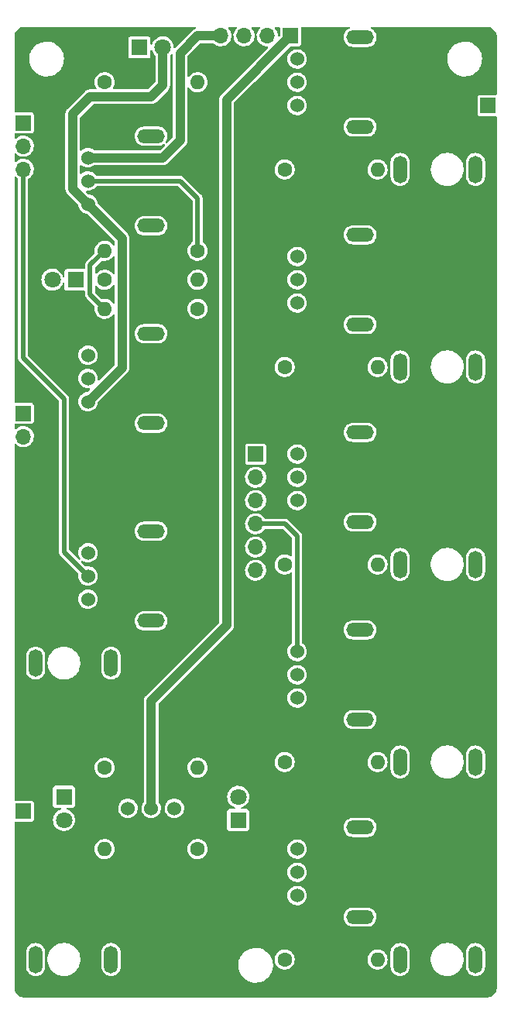
<source format=gbl>
G04 #@! TF.GenerationSoftware,KiCad,Pcbnew,(6.0.0)*
G04 #@! TF.CreationDate,2022-08-09T16:31:54+02:00*
G04 #@! TF.ProjectId,FG-VCO-(interface),46472d56-434f-42d2-9869-6e7465726661,rev?*
G04 #@! TF.SameCoordinates,Original*
G04 #@! TF.FileFunction,Copper,L2,Bot*
G04 #@! TF.FilePolarity,Positive*
%FSLAX46Y46*%
G04 Gerber Fmt 4.6, Leading zero omitted, Abs format (unit mm)*
G04 Created by KiCad (PCBNEW (6.0.0)) date 2022-08-09 16:31:54*
%MOMM*%
%LPD*%
G01*
G04 APERTURE LIST*
G04 #@! TA.AperFunction,ComponentPad*
%ADD10C,1.600000*%
G04 #@! TD*
G04 #@! TA.AperFunction,ComponentPad*
%ADD11O,1.600000X1.600000*%
G04 #@! TD*
G04 #@! TA.AperFunction,ComponentPad*
%ADD12O,1.500000X3.000000*%
G04 #@! TD*
G04 #@! TA.AperFunction,ComponentPad*
%ADD13R,1.800000X1.800000*%
G04 #@! TD*
G04 #@! TA.AperFunction,ComponentPad*
%ADD14C,1.800000*%
G04 #@! TD*
G04 #@! TA.AperFunction,ComponentPad*
%ADD15C,1.524000*%
G04 #@! TD*
G04 #@! TA.AperFunction,ComponentPad*
%ADD16O,3.000000X1.500000*%
G04 #@! TD*
G04 #@! TA.AperFunction,ComponentPad*
%ADD17R,1.700000X1.700000*%
G04 #@! TD*
G04 #@! TA.AperFunction,ComponentPad*
%ADD18O,1.700000X1.700000*%
G04 #@! TD*
G04 #@! TA.AperFunction,Conductor*
%ADD19C,1.000000*%
G04 #@! TD*
G04 #@! TA.AperFunction,Conductor*
%ADD20C,0.500000*%
G04 #@! TD*
G04 APERTURE END LIST*
D10*
X20320000Y-31115000D03*
D11*
X10160000Y-31115000D03*
D10*
X20320000Y-24765000D03*
D11*
X10160000Y-24765000D03*
D12*
X42475000Y-59055000D03*
X50725000Y-59055000D03*
X10865000Y-69850000D03*
X2615000Y-69850000D03*
D13*
X24765000Y-87000000D03*
D14*
X24765000Y-84460000D03*
D12*
X42475000Y-80645000D03*
X50725000Y-80645000D03*
D10*
X29845000Y-15875000D03*
D11*
X40005000Y-15875000D03*
D10*
X29845000Y-102235000D03*
D11*
X40005000Y-102235000D03*
D10*
X20320000Y-90170000D03*
D11*
X10160000Y-90170000D03*
D12*
X10865000Y-102235000D03*
X2615000Y-102235000D03*
D10*
X10160000Y-6350000D03*
D11*
X20320000Y-6350000D03*
D10*
X10160000Y-27940000D03*
D11*
X20320000Y-27940000D03*
D15*
X31200000Y-30480000D03*
X31200000Y-27940000D03*
X31200000Y-25400000D03*
D16*
X38100000Y-23040000D03*
X38100000Y-32840000D03*
D15*
X31200000Y-52070000D03*
X31200000Y-49530000D03*
X31200000Y-46990000D03*
D16*
X38100000Y-44630000D03*
X38100000Y-54430000D03*
D17*
X52070000Y-8890000D03*
D15*
X17780000Y-85725000D03*
X15240000Y-85725000D03*
X12700000Y-85725000D03*
D12*
X42475000Y-37465000D03*
X50725000Y-37465000D03*
X42475000Y-15875000D03*
X50725000Y-15875000D03*
D10*
X29845000Y-37465000D03*
D11*
X40005000Y-37465000D03*
D15*
X8340000Y-19685000D03*
X8340000Y-17145000D03*
X8340000Y-14605000D03*
D16*
X15240000Y-22045000D03*
X15240000Y-12245000D03*
D15*
X31200000Y-95250000D03*
X31200000Y-92710000D03*
X31200000Y-90170000D03*
D16*
X38100000Y-87810000D03*
X38100000Y-97610000D03*
D10*
X29845000Y-59055000D03*
D11*
X40005000Y-59055000D03*
D13*
X5715000Y-84450000D03*
D14*
X5715000Y-86990000D03*
D15*
X8340000Y-62865000D03*
X8340000Y-60325000D03*
X8340000Y-57785000D03*
D16*
X15240000Y-65225000D03*
X15240000Y-55425000D03*
D10*
X10160000Y-81280000D03*
D11*
X20320000Y-81280000D03*
D12*
X42475000Y-102235000D03*
X50725000Y-102235000D03*
D13*
X13965000Y-2540000D03*
D14*
X16505000Y-2540000D03*
D17*
X1270000Y-86042500D03*
D15*
X31200000Y-8890000D03*
X31200000Y-6350000D03*
X31200000Y-3810000D03*
D16*
X38100000Y-11250000D03*
X38100000Y-1450000D03*
D10*
X29845000Y-80645000D03*
D11*
X40005000Y-80645000D03*
D15*
X8340000Y-41275000D03*
X8340000Y-38735000D03*
X8340000Y-36195000D03*
D16*
X15240000Y-43635000D03*
X15240000Y-33835000D03*
D13*
X6985000Y-27940000D03*
D14*
X4445000Y-27940000D03*
D15*
X31200000Y-73660000D03*
X31200000Y-71120000D03*
X31200000Y-68580000D03*
D16*
X38100000Y-76020000D03*
X38100000Y-66220000D03*
D17*
X1270000Y-42545000D03*
D18*
X1270000Y-45085000D03*
D17*
X30480000Y-1270000D03*
D18*
X27940000Y-1270000D03*
X25400000Y-1270000D03*
X22860000Y-1270000D03*
D17*
X26670000Y-46990000D03*
D18*
X26670000Y-49530000D03*
X26670000Y-52070000D03*
X26670000Y-54610000D03*
X26670000Y-57150000D03*
X26670000Y-59690000D03*
D17*
X1270000Y-10795000D03*
D18*
X1270000Y-13335000D03*
X1270000Y-15875000D03*
D19*
X23495000Y-65722500D02*
X15240000Y-73977500D01*
X15240000Y-73977500D02*
X15240000Y-85725000D01*
X23495000Y-8255000D02*
X23495000Y-65722500D01*
X30480000Y-1270000D02*
X23495000Y-8255000D01*
X16510000Y-6667500D02*
X16510000Y-2540000D01*
X15240000Y-7937500D02*
X16510000Y-6667500D01*
X8572500Y-7937500D02*
X15240000Y-7937500D01*
X6667500Y-9842500D02*
X8572500Y-7937500D01*
X6667500Y-18012500D02*
X6667500Y-9842500D01*
X8340000Y-19685000D02*
X6667500Y-18012500D01*
X20320000Y-1270000D02*
X22860000Y-1270000D01*
X18415000Y-12700000D02*
X18415000Y-3175000D01*
X16510000Y-14605000D02*
X18415000Y-12700000D01*
X8340000Y-14605000D02*
X16510000Y-14605000D01*
X18415000Y-3175000D02*
X20320000Y-1270000D01*
D20*
X18415000Y-17145000D02*
X20320000Y-19050000D01*
X20320000Y-19050000D02*
X20320000Y-24765000D01*
X8340000Y-17145000D02*
X18415000Y-17145000D01*
X8572500Y-26352500D02*
X10160000Y-24765000D01*
X8572500Y-29527500D02*
X8572500Y-26352500D01*
X10160000Y-31115000D02*
X8572500Y-29527500D01*
D19*
X12065000Y-37550000D02*
X8340000Y-41275000D01*
X12065000Y-23410000D02*
X12065000Y-37550000D01*
X8340000Y-19685000D02*
X12065000Y-23410000D01*
D20*
X1245000Y-36487500D02*
X1245000Y-15890000D01*
X5715000Y-57700000D02*
X5715000Y-40957500D01*
X8340000Y-60325000D02*
X5715000Y-57700000D01*
X5715000Y-40957500D02*
X1245000Y-36487500D01*
X31200000Y-68580000D02*
X31200000Y-55965000D01*
X29845000Y-54610000D02*
X26670000Y-54610000D01*
X31200000Y-55965000D02*
X29845000Y-54610000D01*
G04 #@! TA.AperFunction,NonConductor*
G36*
X29288691Y-318907D02*
G01*
X29324655Y-368407D01*
X29329500Y-399000D01*
X29329500Y-1247414D01*
X29310593Y-1305605D01*
X29300504Y-1317418D01*
X29264105Y-1353817D01*
X29209588Y-1381594D01*
X29149156Y-1372023D01*
X29105891Y-1328758D01*
X29095135Y-1281220D01*
X29095353Y-1272912D01*
X29095353Y-1272908D01*
X29095429Y-1270000D01*
X29094888Y-1264103D01*
X29085193Y-1158601D01*
X29076081Y-1059440D01*
X29024289Y-875799D01*
X29019920Y-860306D01*
X29019920Y-860305D01*
X29018686Y-855931D01*
X28925165Y-666290D01*
X28798651Y-496867D01*
X28771423Y-471697D01*
X28741526Y-418315D01*
X28748718Y-357553D01*
X28790250Y-312623D01*
X28838624Y-300000D01*
X29230500Y-300000D01*
X29288691Y-318907D01*
G37*
G04 #@! TD.AperFunction*
G04 #@! TA.AperFunction,NonConductor*
G36*
X17552185Y-3265437D02*
G01*
X17599227Y-3304561D01*
X17614500Y-3357389D01*
X17614500Y-12327414D01*
X17595593Y-12385605D01*
X17585504Y-12397418D01*
X16996388Y-12986534D01*
X16941871Y-13014311D01*
X16881439Y-13004740D01*
X16838174Y-12961475D01*
X16828603Y-12901043D01*
X16850103Y-12853425D01*
X16862035Y-12839002D01*
X16862036Y-12839000D01*
X16865118Y-12835275D01*
X16963103Y-12654055D01*
X16999833Y-12535399D01*
X17022593Y-12461875D01*
X17022594Y-12461871D01*
X17024023Y-12457254D01*
X17025055Y-12447441D01*
X17045051Y-12257185D01*
X17045051Y-12257183D01*
X17045557Y-12252369D01*
X17026886Y-12047203D01*
X16968720Y-11849572D01*
X16873274Y-11667002D01*
X16744185Y-11506447D01*
X16685785Y-11457443D01*
X16590085Y-11377141D01*
X16590083Y-11377140D01*
X16586370Y-11374024D01*
X16567242Y-11363508D01*
X16410085Y-11277111D01*
X16405838Y-11274776D01*
X16401225Y-11273313D01*
X16401221Y-11273311D01*
X16214083Y-11213948D01*
X16209468Y-11212484D01*
X16204656Y-11211944D01*
X16204655Y-11211944D01*
X16051892Y-11194809D01*
X16051890Y-11194809D01*
X16049136Y-11194500D01*
X14438159Y-11194500D01*
X14435764Y-11194735D01*
X14435760Y-11194735D01*
X14289780Y-11209048D01*
X14289776Y-11209049D01*
X14284970Y-11209520D01*
X14280345Y-11210916D01*
X14280342Y-11210917D01*
X14191253Y-11237815D01*
X14087749Y-11269065D01*
X13905849Y-11365782D01*
X13746200Y-11495989D01*
X13614882Y-11654725D01*
X13516897Y-11835945D01*
X13515468Y-11840562D01*
X13466420Y-11999011D01*
X13455977Y-12032746D01*
X13455472Y-12037554D01*
X13455471Y-12037557D01*
X13435911Y-12223663D01*
X13434443Y-12237631D01*
X13438840Y-12285952D01*
X13452570Y-12436814D01*
X13453114Y-12442797D01*
X13511280Y-12640428D01*
X13606726Y-12822998D01*
X13620851Y-12840566D01*
X13722971Y-12967578D01*
X13735815Y-12983553D01*
X13739526Y-12986667D01*
X13739527Y-12986668D01*
X13859588Y-13087411D01*
X13893630Y-13115976D01*
X13897878Y-13118311D01*
X13897879Y-13118312D01*
X13917248Y-13128960D01*
X14074162Y-13215224D01*
X14078775Y-13216687D01*
X14078779Y-13216689D01*
X14248689Y-13270587D01*
X14270532Y-13277516D01*
X14275344Y-13278056D01*
X14275345Y-13278056D01*
X14428108Y-13295191D01*
X14428110Y-13295191D01*
X14430864Y-13295500D01*
X16041841Y-13295500D01*
X16044236Y-13295265D01*
X16044240Y-13295265D01*
X16190220Y-13280952D01*
X16190224Y-13280951D01*
X16195030Y-13280480D01*
X16199655Y-13279084D01*
X16199658Y-13279083D01*
X16312131Y-13245125D01*
X16392251Y-13220935D01*
X16574151Y-13124218D01*
X16602646Y-13100978D01*
X16659691Y-13078851D01*
X16718846Y-13094481D01*
X16757517Y-13141896D01*
X16760933Y-13202986D01*
X16735221Y-13247701D01*
X16207418Y-13775504D01*
X16152901Y-13803281D01*
X16137414Y-13804500D01*
X9074941Y-13804500D01*
X9016750Y-13785593D01*
X9011836Y-13781781D01*
X9004249Y-13775504D01*
X8937017Y-13719885D01*
X8753728Y-13620781D01*
X8687348Y-13600233D01*
X8559300Y-13560595D01*
X8559296Y-13560594D01*
X8554679Y-13559165D01*
X8549872Y-13558660D01*
X8549868Y-13558659D01*
X8352269Y-13537891D01*
X8352267Y-13537891D01*
X8347453Y-13537385D01*
X8279720Y-13543549D01*
X8144764Y-13555831D01*
X8144761Y-13555832D01*
X8139944Y-13556270D01*
X8135302Y-13557636D01*
X8135298Y-13557637D01*
X7944702Y-13613733D01*
X7944699Y-13613734D01*
X7940055Y-13615101D01*
X7755399Y-13711636D01*
X7751623Y-13714672D01*
X7751620Y-13714674D01*
X7724993Y-13736083D01*
X7639335Y-13804955D01*
X7629034Y-13813237D01*
X7571837Y-13834965D01*
X7512792Y-13818923D01*
X7474452Y-13771239D01*
X7468000Y-13736083D01*
X7468000Y-10215086D01*
X7486907Y-10156895D01*
X7496996Y-10145082D01*
X8875082Y-8766996D01*
X8929599Y-8739219D01*
X8945086Y-8738000D01*
X15231009Y-8738000D01*
X15232047Y-8738005D01*
X15321407Y-8738941D01*
X15364641Y-8729593D01*
X15374516Y-8727977D01*
X15386013Y-8726687D01*
X15412975Y-8723663D01*
X15412979Y-8723662D01*
X15418472Y-8723046D01*
X15423692Y-8721228D01*
X15423697Y-8721227D01*
X15451317Y-8711608D01*
X15462955Y-8708337D01*
X15491530Y-8702159D01*
X15496942Y-8700989D01*
X15501956Y-8698651D01*
X15501962Y-8698649D01*
X15537024Y-8682299D01*
X15546306Y-8678530D01*
X15582844Y-8665806D01*
X15588073Y-8663985D01*
X15617566Y-8645556D01*
X15628187Y-8639790D01*
X15654693Y-8627430D01*
X15654700Y-8627426D01*
X15659707Y-8625091D01*
X15664073Y-8621704D01*
X15664080Y-8621700D01*
X15694659Y-8597980D01*
X15702875Y-8592248D01*
X15711949Y-8586578D01*
X15740375Y-8568816D01*
X15768828Y-8540561D01*
X15769537Y-8539898D01*
X15770177Y-8539401D01*
X15796037Y-8513541D01*
X15796282Y-8513298D01*
X15865399Y-8444662D01*
X15865405Y-8444655D01*
X15867807Y-8442270D01*
X15868442Y-8441269D01*
X15869602Y-8439976D01*
X17069712Y-7239866D01*
X17070449Y-7239137D01*
X17130315Y-7180512D01*
X17134268Y-7176641D01*
X17149005Y-7153773D01*
X17158225Y-7139467D01*
X17164071Y-7131332D01*
X17188210Y-7101093D01*
X17188211Y-7101092D01*
X17191664Y-7096766D01*
X17194070Y-7091789D01*
X17194075Y-7091781D01*
X17206803Y-7065452D01*
X17212718Y-7054911D01*
X17228557Y-7030334D01*
X17228558Y-7030332D01*
X17231554Y-7025683D01*
X17246688Y-6984104D01*
X17250578Y-6974897D01*
X17267416Y-6940066D01*
X17267417Y-6940064D01*
X17269827Y-6935078D01*
X17277651Y-6901187D01*
X17281084Y-6889602D01*
X17291083Y-6862131D01*
X17291085Y-6862124D01*
X17292978Y-6856922D01*
X17298521Y-6813046D01*
X17300277Y-6803185D01*
X17308981Y-6765481D01*
X17310226Y-6760089D01*
X17310366Y-6720008D01*
X17310399Y-6719019D01*
X17310500Y-6718217D01*
X17310500Y-6681608D01*
X17310853Y-6580500D01*
X17310594Y-6579341D01*
X17310500Y-6577606D01*
X17310500Y-3478050D01*
X17329407Y-3419859D01*
X17346194Y-3401936D01*
X17357518Y-3392518D01*
X17363629Y-3385171D01*
X17428503Y-3307168D01*
X17439385Y-3294084D01*
X17491131Y-3261435D01*
X17552185Y-3265437D01*
G37*
G04 #@! TD.AperFunction*
G04 #@! TA.AperFunction,NonConductor*
G36*
X11238197Y-25357376D02*
G01*
X11263814Y-25412941D01*
X11264500Y-25424578D01*
X11264500Y-27281632D01*
X11245593Y-27339823D01*
X11196093Y-27375787D01*
X11134907Y-27375787D01*
X11086176Y-27340866D01*
X10984051Y-27204104D01*
X10984050Y-27204103D01*
X10981335Y-27200467D01*
X10832812Y-27063174D01*
X10810125Y-27048859D01*
X10665594Y-26957667D01*
X10661757Y-26955246D01*
X10473898Y-26880298D01*
X10275526Y-26840839D01*
X10175930Y-26839535D01*
X10077826Y-26838251D01*
X10077821Y-26838251D01*
X10073286Y-26838192D01*
X10068813Y-26838961D01*
X10068808Y-26838961D01*
X9980549Y-26854127D01*
X9873949Y-26872444D01*
X9684193Y-26942449D01*
X9680290Y-26944771D01*
X9671331Y-26950101D01*
X9510371Y-27045862D01*
X9506956Y-27048857D01*
X9506953Y-27048859D01*
X9437133Y-27110090D01*
X9358305Y-27179220D01*
X9355497Y-27182782D01*
X9299747Y-27253501D01*
X9248873Y-27287494D01*
X9187735Y-27285092D01*
X9139685Y-27247213D01*
X9123000Y-27192211D01*
X9123000Y-26621533D01*
X9141907Y-26563342D01*
X9151996Y-26551529D01*
X9836079Y-25867446D01*
X9890596Y-25839669D01*
X9927932Y-25840891D01*
X10015740Y-25860760D01*
X10217842Y-25868700D01*
X10271377Y-25860938D01*
X10413519Y-25840329D01*
X10413522Y-25840328D01*
X10418007Y-25839678D01*
X10555442Y-25793025D01*
X10605234Y-25776123D01*
X10605237Y-25776121D01*
X10609531Y-25774664D01*
X10786001Y-25675837D01*
X10941505Y-25546505D01*
X11070837Y-25391001D01*
X11079123Y-25376205D01*
X11124052Y-25334672D01*
X11184813Y-25327480D01*
X11238197Y-25357376D01*
G37*
G04 #@! TD.AperFunction*
G04 #@! TA.AperFunction,NonConductor*
G36*
X11238197Y-28532376D02*
G01*
X11263814Y-28587941D01*
X11264500Y-28599578D01*
X11264500Y-30456632D01*
X11245593Y-30514823D01*
X11196093Y-30550787D01*
X11134907Y-30550787D01*
X11086176Y-30515866D01*
X10984051Y-30379104D01*
X10984050Y-30379103D01*
X10981335Y-30375467D01*
X10832812Y-30238174D01*
X10810125Y-30223859D01*
X10665594Y-30132667D01*
X10661757Y-30130246D01*
X10473898Y-30055298D01*
X10275526Y-30015839D01*
X10175930Y-30014535D01*
X10077826Y-30013251D01*
X10077821Y-30013251D01*
X10073286Y-30013192D01*
X10068811Y-30013961D01*
X10068810Y-30013961D01*
X10057881Y-30015839D01*
X9921928Y-30039200D01*
X9861376Y-30030420D01*
X9835159Y-30011634D01*
X9151996Y-29328472D01*
X9124219Y-29273955D01*
X9123000Y-29258468D01*
X9123000Y-28691230D01*
X9141907Y-28633039D01*
X9191407Y-28597075D01*
X9252593Y-28597075D01*
X9302848Y-28634093D01*
X9316972Y-28654078D01*
X9319588Y-28657780D01*
X9464466Y-28798913D01*
X9632637Y-28911282D01*
X9818470Y-28991122D01*
X10015740Y-29035760D01*
X10217842Y-29043700D01*
X10271377Y-29035938D01*
X10413519Y-29015329D01*
X10413522Y-29015328D01*
X10418007Y-29014678D01*
X10516515Y-28981239D01*
X10605234Y-28951123D01*
X10605237Y-28951121D01*
X10609531Y-28949664D01*
X10786001Y-28850837D01*
X10941505Y-28721505D01*
X11070837Y-28566001D01*
X11079123Y-28551205D01*
X11124052Y-28509672D01*
X11184813Y-28502480D01*
X11238197Y-28532376D01*
G37*
G04 #@! TD.AperFunction*
G04 #@! TA.AperFunction,NonConductor*
G36*
X20144077Y-318907D02*
G01*
X20180041Y-368407D01*
X20180041Y-429593D01*
X20144077Y-479093D01*
X20118447Y-492492D01*
X20108674Y-495895D01*
X20097045Y-499163D01*
X20078877Y-503091D01*
X20063058Y-506511D01*
X20058044Y-508849D01*
X20058038Y-508851D01*
X20022976Y-525201D01*
X20013694Y-528970D01*
X19971927Y-543515D01*
X19953557Y-554994D01*
X19942434Y-561944D01*
X19931813Y-567710D01*
X19905307Y-580070D01*
X19905300Y-580074D01*
X19900293Y-582409D01*
X19895927Y-585796D01*
X19895920Y-585800D01*
X19865341Y-609520D01*
X19857127Y-615251D01*
X19819625Y-638684D01*
X19791172Y-666939D01*
X19790463Y-667602D01*
X19789823Y-668099D01*
X19763963Y-693959D01*
X19763718Y-694202D01*
X19694601Y-762838D01*
X19694595Y-762845D01*
X19692193Y-765230D01*
X19691558Y-766231D01*
X19690398Y-767524D01*
X17877359Y-2580563D01*
X17822842Y-2608340D01*
X17762410Y-2598769D01*
X17719145Y-2555504D01*
X17708770Y-2519618D01*
X17706985Y-2500191D01*
X17690454Y-2320289D01*
X17660401Y-2213729D01*
X17631799Y-2112311D01*
X17631798Y-2112310D01*
X17630565Y-2107936D01*
X17628557Y-2103864D01*
X17628555Y-2103859D01*
X17539915Y-1924115D01*
X17532980Y-1910053D01*
X17400967Y-1733267D01*
X17303293Y-1642978D01*
X17242279Y-1586577D01*
X17242278Y-1586576D01*
X17238949Y-1583499D01*
X17227906Y-1576531D01*
X17056187Y-1468185D01*
X17052350Y-1465764D01*
X16847421Y-1384006D01*
X16631024Y-1340962D01*
X16522347Y-1339539D01*
X16414946Y-1338133D01*
X16414941Y-1338133D01*
X16410406Y-1338074D01*
X16405933Y-1338843D01*
X16405928Y-1338843D01*
X16197435Y-1374668D01*
X16197429Y-1374670D01*
X16192957Y-1375438D01*
X16141206Y-1394530D01*
X15990220Y-1450231D01*
X15990217Y-1450232D01*
X15985957Y-1451804D01*
X15982054Y-1454126D01*
X15982052Y-1454127D01*
X15962492Y-1465764D01*
X15796341Y-1564614D01*
X15792926Y-1567609D01*
X15792923Y-1567611D01*
X15706984Y-1642978D01*
X15630457Y-1710090D01*
X15627649Y-1713652D01*
X15509670Y-1863309D01*
X15493863Y-1883360D01*
X15491749Y-1887378D01*
X15409345Y-2044002D01*
X15391131Y-2078620D01*
X15389786Y-2082952D01*
X15359047Y-2181947D01*
X15323734Y-2231914D01*
X15265796Y-2251582D01*
X15207363Y-2233438D01*
X15170754Y-2184413D01*
X15165500Y-2152590D01*
X15165500Y-1595354D01*
X15162382Y-1569154D01*
X15116939Y-1466847D01*
X15107445Y-1457369D01*
X15044179Y-1394214D01*
X15037713Y-1387759D01*
X14960939Y-1353817D01*
X14942136Y-1345504D01*
X14942134Y-1345504D01*
X14935327Y-1342494D01*
X14921322Y-1340861D01*
X14912494Y-1339832D01*
X14912493Y-1339832D01*
X14909646Y-1339500D01*
X13020354Y-1339500D01*
X13003951Y-1341452D01*
X13001531Y-1341740D01*
X13001530Y-1341740D01*
X12994154Y-1342618D01*
X12891847Y-1388061D01*
X12812759Y-1467287D01*
X12767494Y-1569673D01*
X12764500Y-1595354D01*
X12764500Y-3484646D01*
X12767618Y-3510846D01*
X12813061Y-3613153D01*
X12892287Y-3692241D01*
X12900645Y-3695936D01*
X12987864Y-3734496D01*
X12987866Y-3734496D01*
X12994673Y-3737506D01*
X13002067Y-3738368D01*
X13017378Y-3740153D01*
X13020354Y-3740500D01*
X14909646Y-3740500D01*
X14927561Y-3738368D01*
X14928469Y-3738260D01*
X14928470Y-3738260D01*
X14935846Y-3737382D01*
X15038153Y-3691939D01*
X15117241Y-3612713D01*
X15162506Y-3510327D01*
X15165500Y-3484646D01*
X15165500Y-2935097D01*
X15184407Y-2876906D01*
X15233907Y-2840942D01*
X15295093Y-2840942D01*
X15344593Y-2876906D01*
X15360454Y-2910726D01*
X15368511Y-2942452D01*
X15460883Y-3142821D01*
X15588222Y-3323002D01*
X15591468Y-3326164D01*
X15591473Y-3326170D01*
X15679582Y-3412003D01*
X15708070Y-3466151D01*
X15709500Y-3482916D01*
X15709500Y-6294914D01*
X15690593Y-6353105D01*
X15680504Y-6364918D01*
X14937418Y-7108004D01*
X14882901Y-7135781D01*
X14867414Y-7137000D01*
X11147850Y-7137000D01*
X11089659Y-7118093D01*
X11053695Y-7068593D01*
X11053695Y-7007407D01*
X11066259Y-6981929D01*
X11067935Y-6979491D01*
X11070837Y-6976001D01*
X11169664Y-6799531D01*
X11173425Y-6788453D01*
X11233219Y-6612304D01*
X11234678Y-6608007D01*
X11237792Y-6586534D01*
X11263283Y-6410717D01*
X11263700Y-6407842D01*
X11265215Y-6350000D01*
X11263922Y-6335922D01*
X11247123Y-6153109D01*
X11246708Y-6148591D01*
X11191807Y-5953926D01*
X11102351Y-5772527D01*
X10981335Y-5610467D01*
X10832812Y-5473174D01*
X10810125Y-5458859D01*
X10665594Y-5367667D01*
X10661757Y-5365246D01*
X10473898Y-5290298D01*
X10275526Y-5250839D01*
X10175930Y-5249535D01*
X10077826Y-5248251D01*
X10077821Y-5248251D01*
X10073286Y-5248192D01*
X10068813Y-5248961D01*
X10068808Y-5248961D01*
X9970245Y-5265898D01*
X9873949Y-5282444D01*
X9684193Y-5352449D01*
X9680290Y-5354771D01*
X9671331Y-5360101D01*
X9510371Y-5455862D01*
X9506956Y-5458857D01*
X9506953Y-5458859D01*
X9490630Y-5473174D01*
X9358305Y-5589220D01*
X9355497Y-5592782D01*
X9262800Y-5710369D01*
X9233089Y-5748057D01*
X9138914Y-5927053D01*
X9137569Y-5931384D01*
X9137568Y-5931387D01*
X9132477Y-5947785D01*
X9078937Y-6120213D01*
X9055164Y-6321069D01*
X9068392Y-6522894D01*
X9069508Y-6527287D01*
X9069508Y-6527289D01*
X9083887Y-6583906D01*
X9118178Y-6718928D01*
X9202856Y-6902607D01*
X9205476Y-6906314D01*
X9205481Y-6906323D01*
X9258161Y-6980863D01*
X9276306Y-7039296D01*
X9256638Y-7097234D01*
X9206672Y-7132547D01*
X9177314Y-7137000D01*
X8581491Y-7137000D01*
X8580454Y-7136995D01*
X8574087Y-7136928D01*
X8491093Y-7136059D01*
X8447859Y-7145407D01*
X8437984Y-7147023D01*
X8426487Y-7148313D01*
X8399525Y-7151337D01*
X8399521Y-7151338D01*
X8394028Y-7151954D01*
X8388808Y-7153772D01*
X8388803Y-7153773D01*
X8361183Y-7163392D01*
X8349543Y-7166663D01*
X8315558Y-7174011D01*
X8310544Y-7176349D01*
X8310538Y-7176351D01*
X8275476Y-7192701D01*
X8266194Y-7196470D01*
X8224427Y-7211015D01*
X8206057Y-7222494D01*
X8194934Y-7229444D01*
X8184313Y-7235210D01*
X8157807Y-7247570D01*
X8157800Y-7247574D01*
X8152793Y-7249909D01*
X8148427Y-7253296D01*
X8148420Y-7253300D01*
X8117841Y-7277020D01*
X8109627Y-7282751D01*
X8072125Y-7306184D01*
X8043672Y-7334439D01*
X8042963Y-7335102D01*
X8042323Y-7335599D01*
X8016463Y-7361459D01*
X8016218Y-7361702D01*
X7947101Y-7430338D01*
X7947095Y-7430345D01*
X7944693Y-7432730D01*
X7944058Y-7433731D01*
X7942898Y-7435024D01*
X6107788Y-9270134D01*
X6107051Y-9270863D01*
X6043232Y-9333359D01*
X6040234Y-9338011D01*
X6019275Y-9370533D01*
X6013429Y-9378668D01*
X5989290Y-9408907D01*
X5985836Y-9413234D01*
X5983430Y-9418211D01*
X5983425Y-9418219D01*
X5970697Y-9444548D01*
X5964782Y-9455089D01*
X5945946Y-9484317D01*
X5930812Y-9525896D01*
X5926923Y-9535101D01*
X5907673Y-9574922D01*
X5906428Y-9580315D01*
X5899850Y-9608808D01*
X5896416Y-9620398D01*
X5886417Y-9647869D01*
X5886415Y-9647876D01*
X5884522Y-9653078D01*
X5883249Y-9663156D01*
X5878979Y-9696954D01*
X5877223Y-9706815D01*
X5867274Y-9749911D01*
X5867142Y-9787558D01*
X5867134Y-9789981D01*
X5867101Y-9790981D01*
X5867000Y-9791783D01*
X5867000Y-9828392D01*
X5866647Y-9929500D01*
X5866906Y-9930659D01*
X5867000Y-9932394D01*
X5867000Y-18003509D01*
X5866995Y-18004546D01*
X5866059Y-18093907D01*
X5871836Y-18120626D01*
X5875405Y-18137132D01*
X5877023Y-18147016D01*
X5881954Y-18190972D01*
X5883772Y-18196192D01*
X5883773Y-18196197D01*
X5893392Y-18223817D01*
X5896663Y-18235455D01*
X5904011Y-18269442D01*
X5906349Y-18274456D01*
X5906351Y-18274462D01*
X5922701Y-18309524D01*
X5926470Y-18318806D01*
X5941015Y-18360573D01*
X5943946Y-18365263D01*
X5959444Y-18390066D01*
X5965210Y-18400687D01*
X5977570Y-18427193D01*
X5977574Y-18427200D01*
X5979909Y-18432207D01*
X5983296Y-18436573D01*
X5983300Y-18436580D01*
X6007020Y-18467159D01*
X6012751Y-18475373D01*
X6036184Y-18512875D01*
X6064439Y-18541328D01*
X6065102Y-18542037D01*
X6065599Y-18542677D01*
X6091459Y-18568537D01*
X6091702Y-18568782D01*
X6160338Y-18637899D01*
X6160345Y-18637905D01*
X6162730Y-18640307D01*
X6163731Y-18640942D01*
X6165024Y-18642102D01*
X7254129Y-19731207D01*
X7281906Y-19785724D01*
X7282777Y-19792920D01*
X7289899Y-19877730D01*
X7347333Y-20078025D01*
X7349548Y-20082335D01*
X7440364Y-20259045D01*
X7440367Y-20259049D01*
X7442577Y-20263350D01*
X7572003Y-20426646D01*
X7730683Y-20561693D01*
X7912571Y-20663346D01*
X7917169Y-20664840D01*
X8106135Y-20726239D01*
X8106137Y-20726240D01*
X8110740Y-20727735D01*
X8203163Y-20738756D01*
X8235559Y-20742619D01*
X8293841Y-20770919D01*
X11235504Y-23712582D01*
X11263281Y-23767099D01*
X11264500Y-23782586D01*
X11264500Y-24106632D01*
X11245593Y-24164823D01*
X11196093Y-24200787D01*
X11134907Y-24200787D01*
X11086176Y-24165866D01*
X10984051Y-24029104D01*
X10984050Y-24029103D01*
X10981335Y-24025467D01*
X10832812Y-23888174D01*
X10810125Y-23873859D01*
X10665594Y-23782667D01*
X10661757Y-23780246D01*
X10473898Y-23705298D01*
X10275526Y-23665839D01*
X10175930Y-23664535D01*
X10077826Y-23663251D01*
X10077821Y-23663251D01*
X10073286Y-23663192D01*
X10068813Y-23663961D01*
X10068808Y-23663961D01*
X9970245Y-23680898D01*
X9873949Y-23697444D01*
X9684193Y-23767449D01*
X9510371Y-23870862D01*
X9506956Y-23873857D01*
X9506953Y-23873859D01*
X9461966Y-23913312D01*
X9358305Y-24004220D01*
X9355497Y-24007782D01*
X9277571Y-24106632D01*
X9233089Y-24163057D01*
X9138914Y-24342053D01*
X9137569Y-24346384D01*
X9137568Y-24346387D01*
X9084292Y-24517968D01*
X9078937Y-24535213D01*
X9055164Y-24736069D01*
X9068392Y-24937894D01*
X9069508Y-24942287D01*
X9069508Y-24942289D01*
X9082927Y-24995126D01*
X9078925Y-25056180D01*
X9056977Y-25089499D01*
X8193452Y-25953024D01*
X8190459Y-25955894D01*
X8144344Y-25998299D01*
X8140787Y-26004036D01*
X8120743Y-26036364D01*
X8115459Y-26044051D01*
X8092473Y-26074334D01*
X8092470Y-26074339D01*
X8088388Y-26079717D01*
X8081967Y-26095934D01*
X8074060Y-26111655D01*
X8068422Y-26120748D01*
X8068420Y-26120753D01*
X8064865Y-26126486D01*
X8062983Y-26132964D01*
X8052372Y-26169488D01*
X8049350Y-26178313D01*
X8035349Y-26213674D01*
X8035347Y-26213681D01*
X8032864Y-26219953D01*
X8032159Y-26226662D01*
X8031040Y-26237306D01*
X8027653Y-26254568D01*
X8022785Y-26271325D01*
X8022000Y-26282015D01*
X8022000Y-26318131D01*
X8021458Y-26328479D01*
X8017099Y-26369954D01*
X8018224Y-26376605D01*
X8020614Y-26390736D01*
X8022000Y-26407246D01*
X8022000Y-26640500D01*
X8003093Y-26698691D01*
X7953593Y-26734655D01*
X7923000Y-26739500D01*
X6040354Y-26739500D01*
X6023951Y-26741452D01*
X6021531Y-26741740D01*
X6021530Y-26741740D01*
X6014154Y-26742618D01*
X5911847Y-26788061D01*
X5832759Y-26867287D01*
X5829064Y-26875645D01*
X5793636Y-26955781D01*
X5787494Y-26969673D01*
X5784500Y-26995354D01*
X5784500Y-27550746D01*
X5765593Y-27608937D01*
X5716093Y-27644901D01*
X5654907Y-27644901D01*
X5605407Y-27608937D01*
X5590217Y-27577618D01*
X5571799Y-27512311D01*
X5571798Y-27512310D01*
X5570565Y-27507936D01*
X5568557Y-27503864D01*
X5568555Y-27503859D01*
X5474988Y-27314125D01*
X5472980Y-27310053D01*
X5340967Y-27133267D01*
X5246413Y-27045862D01*
X5182279Y-26986577D01*
X5182278Y-26986576D01*
X5178949Y-26983499D01*
X5146245Y-26962864D01*
X4996187Y-26868185D01*
X4992350Y-26865764D01*
X4787421Y-26784006D01*
X4571024Y-26740962D01*
X4462347Y-26739539D01*
X4354946Y-26738133D01*
X4354941Y-26738133D01*
X4350406Y-26738074D01*
X4345933Y-26738843D01*
X4345928Y-26738843D01*
X4137435Y-26774668D01*
X4137429Y-26774670D01*
X4132957Y-26775438D01*
X4105176Y-26785687D01*
X3930220Y-26850231D01*
X3930217Y-26850232D01*
X3925957Y-26851804D01*
X3922054Y-26854126D01*
X3922052Y-26854127D01*
X3860359Y-26890831D01*
X3736341Y-26964614D01*
X3732926Y-26967609D01*
X3732923Y-26967611D01*
X3698019Y-26998221D01*
X3570457Y-27110090D01*
X3567649Y-27113652D01*
X3457402Y-27253501D01*
X3433863Y-27283360D01*
X3431749Y-27287378D01*
X3390069Y-27366599D01*
X3331131Y-27478620D01*
X3329787Y-27482949D01*
X3290667Y-27608937D01*
X3265703Y-27689333D01*
X3265169Y-27693843D01*
X3265169Y-27693844D01*
X3259873Y-27738591D01*
X3239770Y-27908440D01*
X3243611Y-27967036D01*
X3252874Y-28108368D01*
X3254200Y-28128604D01*
X3255316Y-28132997D01*
X3255316Y-28132999D01*
X3302653Y-28319388D01*
X3308511Y-28342452D01*
X3400883Y-28542821D01*
X3528222Y-28723002D01*
X3686264Y-28876961D01*
X3869717Y-28999540D01*
X4072436Y-29086635D01*
X4150165Y-29104223D01*
X4283206Y-29134328D01*
X4283211Y-29134329D01*
X4287632Y-29135329D01*
X4397865Y-29139660D01*
X4503565Y-29143813D01*
X4503566Y-29143813D01*
X4508098Y-29143991D01*
X4726452Y-29112331D01*
X4730751Y-29110872D01*
X4730754Y-29110871D01*
X4931078Y-29042870D01*
X4935379Y-29041410D01*
X4983113Y-29014678D01*
X5099203Y-28949664D01*
X5127884Y-28933602D01*
X5297518Y-28792518D01*
X5438602Y-28622884D01*
X5502004Y-28509672D01*
X5544192Y-28434340D01*
X5544193Y-28434338D01*
X5546410Y-28430379D01*
X5591754Y-28296799D01*
X5628363Y-28247774D01*
X5686796Y-28229630D01*
X5744734Y-28249298D01*
X5780047Y-28299264D01*
X5784500Y-28328622D01*
X5784500Y-28884646D01*
X5787618Y-28910846D01*
X5833061Y-29013153D01*
X5912287Y-29092241D01*
X5920645Y-29095936D01*
X6007864Y-29134496D01*
X6007866Y-29134496D01*
X6014673Y-29137506D01*
X6040354Y-29140500D01*
X7923000Y-29140500D01*
X7981191Y-29159407D01*
X8017155Y-29208907D01*
X8022000Y-29239500D01*
X8022000Y-29513065D01*
X8021913Y-29517211D01*
X8019290Y-29579794D01*
X8020832Y-29586367D01*
X8020832Y-29586370D01*
X8029516Y-29623393D01*
X8031216Y-29632563D01*
X8037294Y-29676932D01*
X8044224Y-29692946D01*
X8049747Y-29709644D01*
X8053732Y-29726636D01*
X8056983Y-29732549D01*
X8056985Y-29732555D01*
X8075309Y-29765887D01*
X8079411Y-29774260D01*
X8094514Y-29809161D01*
X8094516Y-29809165D01*
X8097195Y-29815355D01*
X8101440Y-29820598D01*
X8101441Y-29820599D01*
X8108171Y-29828910D01*
X8117984Y-29843514D01*
X8123895Y-29854265D01*
X8126393Y-29858808D01*
X8133397Y-29866922D01*
X8158944Y-29892469D01*
X8165876Y-29900169D01*
X8192114Y-29932570D01*
X8197613Y-29936478D01*
X8209291Y-29944777D01*
X8221946Y-29955471D01*
X9054032Y-30787557D01*
X9081809Y-30842074D01*
X9080864Y-30878148D01*
X9080285Y-30880873D01*
X9078937Y-30885213D01*
X9078404Y-30889717D01*
X9078403Y-30889722D01*
X9058954Y-31054045D01*
X9055164Y-31086069D01*
X9055777Y-31095423D01*
X9066311Y-31256137D01*
X9068392Y-31287894D01*
X9069508Y-31292287D01*
X9069508Y-31292289D01*
X9086464Y-31359055D01*
X9118178Y-31483928D01*
X9202856Y-31667607D01*
X9319588Y-31832780D01*
X9464466Y-31973913D01*
X9632637Y-32086282D01*
X9818470Y-32166122D01*
X10015740Y-32210760D01*
X10217842Y-32218700D01*
X10271377Y-32210938D01*
X10413519Y-32190329D01*
X10413522Y-32190328D01*
X10418007Y-32189678D01*
X10513769Y-32157171D01*
X10605234Y-32126123D01*
X10605237Y-32126121D01*
X10609531Y-32124664D01*
X10786001Y-32025837D01*
X10941505Y-31896505D01*
X11070837Y-31741001D01*
X11079123Y-31726205D01*
X11124052Y-31684672D01*
X11184813Y-31677480D01*
X11238197Y-31707376D01*
X11263814Y-31762941D01*
X11264500Y-31774578D01*
X11264500Y-37177414D01*
X11245593Y-37235605D01*
X11235504Y-37247418D01*
X9566736Y-38916186D01*
X9512219Y-38943963D01*
X9451787Y-38934392D01*
X9408522Y-38891127D01*
X9398513Y-38833774D01*
X9406877Y-38767562D01*
X9407225Y-38764810D01*
X9407278Y-38761066D01*
X9407602Y-38737759D01*
X9407641Y-38735000D01*
X9391318Y-38568522D01*
X9387780Y-38532437D01*
X9387779Y-38532433D01*
X9387308Y-38527627D01*
X9327083Y-38328154D01*
X9229261Y-38144176D01*
X9097567Y-37982704D01*
X9081204Y-37969167D01*
X8940744Y-37852968D01*
X8940742Y-37852967D01*
X8937017Y-37849885D01*
X8753728Y-37750781D01*
X8664005Y-37723007D01*
X8559300Y-37690595D01*
X8559296Y-37690594D01*
X8554679Y-37689165D01*
X8549872Y-37688660D01*
X8549868Y-37688659D01*
X8352269Y-37667891D01*
X8352267Y-37667891D01*
X8347453Y-37667385D01*
X8279720Y-37673549D01*
X8144764Y-37685831D01*
X8144761Y-37685832D01*
X8139944Y-37686270D01*
X8135302Y-37687636D01*
X8135298Y-37687637D01*
X7944702Y-37743733D01*
X7944699Y-37743734D01*
X7940055Y-37745101D01*
X7755399Y-37841636D01*
X7751623Y-37844672D01*
X7751620Y-37844674D01*
X7629945Y-37942504D01*
X7593011Y-37972200D01*
X7589902Y-37975905D01*
X7589899Y-37975908D01*
X7467006Y-38122366D01*
X7459075Y-38131818D01*
X7456739Y-38136066D01*
X7456739Y-38136067D01*
X7449930Y-38148453D01*
X7358693Y-38314411D01*
X7295690Y-38513025D01*
X7272463Y-38720093D01*
X7276218Y-38764810D01*
X7288930Y-38916186D01*
X7289899Y-38927730D01*
X7291232Y-38932378D01*
X7291232Y-38932379D01*
X7338148Y-39095992D01*
X7347333Y-39128025D01*
X7349548Y-39132335D01*
X7440364Y-39309045D01*
X7440367Y-39309049D01*
X7442577Y-39313350D01*
X7572003Y-39476646D01*
X7730683Y-39611693D01*
X7912571Y-39713346D01*
X7917169Y-39714840D01*
X8106135Y-39776239D01*
X8106137Y-39776240D01*
X8110740Y-39777735D01*
X8317641Y-39802407D01*
X8322463Y-39802036D01*
X8322465Y-39802036D01*
X8398660Y-39796173D01*
X8443921Y-39792690D01*
X8503390Y-39807077D01*
X8543046Y-39853672D01*
X8547740Y-39914677D01*
X8521520Y-39961402D01*
X8293678Y-40189244D01*
X8239161Y-40217021D01*
X8232647Y-40217833D01*
X8144764Y-40225831D01*
X8144761Y-40225832D01*
X8139944Y-40226270D01*
X8135302Y-40227636D01*
X8135298Y-40227637D01*
X7944702Y-40283733D01*
X7944699Y-40283734D01*
X7940055Y-40285101D01*
X7755399Y-40381636D01*
X7751623Y-40384672D01*
X7751620Y-40384674D01*
X7596783Y-40509167D01*
X7593011Y-40512200D01*
X7589902Y-40515905D01*
X7589899Y-40515908D01*
X7462192Y-40668103D01*
X7459075Y-40671818D01*
X7456739Y-40676066D01*
X7456739Y-40676067D01*
X7392971Y-40792060D01*
X7358693Y-40854411D01*
X7295690Y-41053025D01*
X7295150Y-41057842D01*
X7277965Y-41211046D01*
X7272463Y-41260093D01*
X7272868Y-41264913D01*
X7283778Y-41394832D01*
X7289899Y-41467730D01*
X7347333Y-41668025D01*
X7349548Y-41672335D01*
X7440364Y-41849045D01*
X7440367Y-41849049D01*
X7442577Y-41853350D01*
X7572003Y-42016646D01*
X7575690Y-42019784D01*
X7575692Y-42019786D01*
X7609027Y-42048156D01*
X7730683Y-42151693D01*
X7912571Y-42253346D01*
X7917169Y-42254840D01*
X8106135Y-42316239D01*
X8106137Y-42316240D01*
X8110740Y-42317735D01*
X8317641Y-42342407D01*
X8322463Y-42342036D01*
X8322466Y-42342036D01*
X8520566Y-42326793D01*
X8520571Y-42326792D01*
X8525394Y-42326421D01*
X8726085Y-42270387D01*
X8730398Y-42268208D01*
X8730404Y-42268206D01*
X8907750Y-42178622D01*
X8907752Y-42178620D01*
X8912071Y-42176439D01*
X8915888Y-42173457D01*
X9072451Y-42051137D01*
X9072453Y-42051135D01*
X9076266Y-42048156D01*
X9212417Y-41890423D01*
X9315339Y-41709249D01*
X9374899Y-41530203D01*
X9379582Y-41516125D01*
X9379582Y-41516123D01*
X9381109Y-41511534D01*
X9397910Y-41378549D01*
X9426124Y-41320954D01*
X12624712Y-38122366D01*
X12625449Y-38121637D01*
X12653170Y-38094491D01*
X12689268Y-38059141D01*
X12713225Y-38021967D01*
X12719071Y-38013832D01*
X12743211Y-37983593D01*
X12743216Y-37983586D01*
X12746664Y-37979266D01*
X12761801Y-37947953D01*
X12767718Y-37937410D01*
X12783556Y-37912836D01*
X12783558Y-37912831D01*
X12786554Y-37908183D01*
X12801679Y-37866629D01*
X12805572Y-37857411D01*
X12824828Y-37817577D01*
X12826072Y-37812188D01*
X12826076Y-37812177D01*
X12832653Y-37783688D01*
X12836085Y-37772100D01*
X12846084Y-37744626D01*
X12846084Y-37744625D01*
X12847978Y-37739422D01*
X12853520Y-37695554D01*
X12855276Y-37685694D01*
X12863983Y-37647980D01*
X12863984Y-37647975D01*
X12865227Y-37642589D01*
X12865366Y-37602496D01*
X12865399Y-37601513D01*
X12865500Y-37600717D01*
X12865500Y-37564269D01*
X12865853Y-37462999D01*
X12865594Y-37461840D01*
X12865500Y-37460104D01*
X12865500Y-33827631D01*
X13434443Y-33827631D01*
X13453114Y-34032797D01*
X13511280Y-34230428D01*
X13606726Y-34412998D01*
X13735815Y-34573553D01*
X13893630Y-34705976D01*
X13897878Y-34708311D01*
X13897879Y-34708312D01*
X13955263Y-34739859D01*
X14074162Y-34805224D01*
X14078775Y-34806687D01*
X14078779Y-34806689D01*
X14248689Y-34860587D01*
X14270532Y-34867516D01*
X14275344Y-34868056D01*
X14275345Y-34868056D01*
X14428108Y-34885191D01*
X14428110Y-34885191D01*
X14430864Y-34885500D01*
X16041841Y-34885500D01*
X16044236Y-34885265D01*
X16044240Y-34885265D01*
X16190220Y-34870952D01*
X16190224Y-34870951D01*
X16195030Y-34870480D01*
X16199655Y-34869084D01*
X16199658Y-34869083D01*
X16312131Y-34835125D01*
X16392251Y-34810935D01*
X16574151Y-34714218D01*
X16733800Y-34584011D01*
X16865118Y-34425275D01*
X16963103Y-34244055D01*
X17024023Y-34047254D01*
X17025055Y-34037441D01*
X17045051Y-33847185D01*
X17045051Y-33847183D01*
X17045557Y-33842369D01*
X17026886Y-33637203D01*
X16968720Y-33439572D01*
X16873274Y-33257002D01*
X16744185Y-33096447D01*
X16685785Y-33047443D01*
X16590085Y-32967141D01*
X16590083Y-32967140D01*
X16586370Y-32964024D01*
X16567242Y-32953508D01*
X16410085Y-32867111D01*
X16405838Y-32864776D01*
X16401225Y-32863313D01*
X16401221Y-32863311D01*
X16214083Y-32803948D01*
X16209468Y-32802484D01*
X16204656Y-32801944D01*
X16204655Y-32801944D01*
X16051892Y-32784809D01*
X16051890Y-32784809D01*
X16049136Y-32784500D01*
X14438159Y-32784500D01*
X14435764Y-32784735D01*
X14435760Y-32784735D01*
X14289780Y-32799048D01*
X14289776Y-32799049D01*
X14284970Y-32799520D01*
X14280345Y-32800916D01*
X14280342Y-32800917D01*
X14191253Y-32827815D01*
X14087749Y-32859065D01*
X13905849Y-32955782D01*
X13746200Y-33085989D01*
X13614882Y-33244725D01*
X13516897Y-33425945D01*
X13515468Y-33430562D01*
X13466420Y-33589011D01*
X13455977Y-33622746D01*
X13455472Y-33627554D01*
X13455471Y-33627557D01*
X13435911Y-33813663D01*
X13434443Y-33827631D01*
X12865500Y-33827631D01*
X12865500Y-31086069D01*
X19215164Y-31086069D01*
X19215777Y-31095423D01*
X19226311Y-31256137D01*
X19228392Y-31287894D01*
X19229508Y-31292287D01*
X19229508Y-31292289D01*
X19246464Y-31359055D01*
X19278178Y-31483928D01*
X19362856Y-31667607D01*
X19479588Y-31832780D01*
X19624466Y-31973913D01*
X19792637Y-32086282D01*
X19978470Y-32166122D01*
X20175740Y-32210760D01*
X20377842Y-32218700D01*
X20431377Y-32210938D01*
X20573519Y-32190329D01*
X20573522Y-32190328D01*
X20578007Y-32189678D01*
X20673769Y-32157171D01*
X20765234Y-32126123D01*
X20765237Y-32126121D01*
X20769531Y-32124664D01*
X20946001Y-32025837D01*
X21101505Y-31896505D01*
X21230837Y-31741001D01*
X21329664Y-31564531D01*
X21335672Y-31546834D01*
X21366511Y-31455985D01*
X21394678Y-31373007D01*
X21397044Y-31356693D01*
X21423283Y-31175717D01*
X21423700Y-31172842D01*
X21425215Y-31115000D01*
X21406708Y-30913591D01*
X21351807Y-30718926D01*
X21262351Y-30537527D01*
X21141335Y-30375467D01*
X20992812Y-30238174D01*
X20970125Y-30223859D01*
X20825594Y-30132667D01*
X20821757Y-30130246D01*
X20633898Y-30055298D01*
X20435526Y-30015839D01*
X20335930Y-30014535D01*
X20237826Y-30013251D01*
X20237821Y-30013251D01*
X20233286Y-30013192D01*
X20228813Y-30013961D01*
X20228808Y-30013961D01*
X20133024Y-30030420D01*
X20033949Y-30047444D01*
X19844193Y-30117449D01*
X19670371Y-30220862D01*
X19666956Y-30223857D01*
X19666953Y-30223859D01*
X19622502Y-30262842D01*
X19518305Y-30354220D01*
X19515497Y-30357782D01*
X19397836Y-30507036D01*
X19393089Y-30513057D01*
X19298914Y-30692053D01*
X19297569Y-30696384D01*
X19297568Y-30696387D01*
X19241131Y-30878148D01*
X19238937Y-30885213D01*
X19215164Y-31086069D01*
X12865500Y-31086069D01*
X12865500Y-27911069D01*
X19215164Y-27911069D01*
X19228392Y-28112894D01*
X19229508Y-28117287D01*
X19229508Y-28117289D01*
X19244554Y-28176534D01*
X19278178Y-28308928D01*
X19362856Y-28492607D01*
X19479588Y-28657780D01*
X19624466Y-28798913D01*
X19792637Y-28911282D01*
X19978470Y-28991122D01*
X20175740Y-29035760D01*
X20377842Y-29043700D01*
X20431377Y-29035938D01*
X20573519Y-29015329D01*
X20573522Y-29015328D01*
X20578007Y-29014678D01*
X20676515Y-28981239D01*
X20765234Y-28951123D01*
X20765237Y-28951121D01*
X20769531Y-28949664D01*
X20946001Y-28850837D01*
X21101505Y-28721505D01*
X21230837Y-28566001D01*
X21329664Y-28389531D01*
X21333425Y-28378453D01*
X21393219Y-28202304D01*
X21394678Y-28198007D01*
X21397792Y-28176534D01*
X21423283Y-28000717D01*
X21423700Y-27997842D01*
X21425215Y-27940000D01*
X21423846Y-27925093D01*
X21407123Y-27743109D01*
X21406708Y-27738591D01*
X21351807Y-27543926D01*
X21262351Y-27362527D01*
X21141335Y-27200467D01*
X20992812Y-27063174D01*
X20970125Y-27048859D01*
X20825594Y-26957667D01*
X20821757Y-26955246D01*
X20633898Y-26880298D01*
X20435526Y-26840839D01*
X20335930Y-26839535D01*
X20237826Y-26838251D01*
X20237821Y-26838251D01*
X20233286Y-26838192D01*
X20228813Y-26838961D01*
X20228808Y-26838961D01*
X20140549Y-26854127D01*
X20033949Y-26872444D01*
X19844193Y-26942449D01*
X19840290Y-26944771D01*
X19831331Y-26950101D01*
X19670371Y-27045862D01*
X19666956Y-27048857D01*
X19666953Y-27048859D01*
X19597133Y-27110090D01*
X19518305Y-27179220D01*
X19515497Y-27182782D01*
X19437571Y-27281632D01*
X19393089Y-27338057D01*
X19298914Y-27517053D01*
X19297569Y-27521384D01*
X19297568Y-27521387D01*
X19244020Y-27693844D01*
X19238937Y-27710213D01*
X19215164Y-27911069D01*
X12865500Y-27911069D01*
X12865500Y-23419087D01*
X12865505Y-23418050D01*
X12866384Y-23334126D01*
X12866442Y-23328593D01*
X12857092Y-23285350D01*
X12855475Y-23275472D01*
X12851163Y-23237025D01*
X12851162Y-23237021D01*
X12850546Y-23231528D01*
X12839109Y-23198684D01*
X12835840Y-23187054D01*
X12829660Y-23158471D01*
X12828490Y-23153058D01*
X12809795Y-23112967D01*
X12806026Y-23103684D01*
X12803094Y-23095265D01*
X12791485Y-23061927D01*
X12773056Y-23032435D01*
X12767292Y-23021820D01*
X12766880Y-23020935D01*
X12752591Y-22990293D01*
X12725483Y-22955345D01*
X12719754Y-22947134D01*
X12699250Y-22914320D01*
X12699249Y-22914319D01*
X12696316Y-22909625D01*
X12668062Y-22881173D01*
X12667399Y-22880464D01*
X12666902Y-22879824D01*
X12641041Y-22853963D01*
X12640798Y-22853718D01*
X12572162Y-22784601D01*
X12572155Y-22784595D01*
X12569770Y-22782193D01*
X12568769Y-22781558D01*
X12567476Y-22780398D01*
X11824709Y-22037631D01*
X13434443Y-22037631D01*
X13453114Y-22242797D01*
X13511280Y-22440428D01*
X13606726Y-22622998D01*
X13735815Y-22783553D01*
X13739526Y-22786667D01*
X13739527Y-22786668D01*
X13881384Y-22905700D01*
X13893630Y-22915976D01*
X13897878Y-22918311D01*
X13897879Y-22918312D01*
X13950306Y-22947134D01*
X14074162Y-23015224D01*
X14078775Y-23016687D01*
X14078779Y-23016689D01*
X14221389Y-23061927D01*
X14270532Y-23077516D01*
X14275344Y-23078056D01*
X14275345Y-23078056D01*
X14428108Y-23095191D01*
X14428110Y-23095191D01*
X14430864Y-23095500D01*
X16041841Y-23095500D01*
X16044236Y-23095265D01*
X16044240Y-23095265D01*
X16190220Y-23080952D01*
X16190224Y-23080951D01*
X16195030Y-23080480D01*
X16199655Y-23079084D01*
X16199658Y-23079083D01*
X16353512Y-23032631D01*
X16392251Y-23020935D01*
X16574151Y-22924218D01*
X16733800Y-22794011D01*
X16865118Y-22635275D01*
X16963103Y-22454055D01*
X17010343Y-22301447D01*
X17022593Y-22261875D01*
X17022594Y-22261871D01*
X17024023Y-22257254D01*
X17025055Y-22247441D01*
X17045051Y-22057185D01*
X17045051Y-22057183D01*
X17045557Y-22052369D01*
X17026886Y-21847203D01*
X16968720Y-21649572D01*
X16873274Y-21467002D01*
X16744185Y-21306447D01*
X16586370Y-21174024D01*
X16567242Y-21163508D01*
X16410085Y-21077111D01*
X16405838Y-21074776D01*
X16401225Y-21073313D01*
X16401221Y-21073311D01*
X16214083Y-21013948D01*
X16209468Y-21012484D01*
X16204656Y-21011944D01*
X16204655Y-21011944D01*
X16051892Y-20994809D01*
X16051890Y-20994809D01*
X16049136Y-20994500D01*
X14438159Y-20994500D01*
X14435764Y-20994735D01*
X14435760Y-20994735D01*
X14289780Y-21009048D01*
X14289776Y-21009049D01*
X14284970Y-21009520D01*
X14280345Y-21010916D01*
X14280342Y-21010917D01*
X14167869Y-21044875D01*
X14087749Y-21069065D01*
X13905849Y-21165782D01*
X13746200Y-21295989D01*
X13614882Y-21454725D01*
X13516897Y-21635945D01*
X13455977Y-21832746D01*
X13455472Y-21837554D01*
X13455471Y-21837557D01*
X13434949Y-22032815D01*
X13434443Y-22037631D01*
X11824709Y-22037631D01*
X9425701Y-19638623D01*
X9397177Y-19578280D01*
X9387780Y-19482437D01*
X9387779Y-19482433D01*
X9387308Y-19477627D01*
X9327083Y-19278154D01*
X9229261Y-19094176D01*
X9097567Y-18932704D01*
X9066808Y-18907258D01*
X8940744Y-18802968D01*
X8940742Y-18802967D01*
X8937017Y-18799885D01*
X8771847Y-18710578D01*
X8757982Y-18703081D01*
X8757981Y-18703081D01*
X8753728Y-18700781D01*
X8677970Y-18677330D01*
X8559300Y-18640595D01*
X8559296Y-18640594D01*
X8554679Y-18639165D01*
X8549872Y-18638660D01*
X8549868Y-18638659D01*
X8446025Y-18627745D01*
X8386369Y-18599291D01*
X8158570Y-18371492D01*
X8130793Y-18316975D01*
X8140364Y-18256543D01*
X8183629Y-18213278D01*
X8240296Y-18203184D01*
X8317641Y-18212407D01*
X8322463Y-18212036D01*
X8322466Y-18212036D01*
X8520566Y-18196793D01*
X8520571Y-18196792D01*
X8525394Y-18196421D01*
X8726085Y-18140387D01*
X8730398Y-18138208D01*
X8730404Y-18138206D01*
X8907750Y-18048622D01*
X8907752Y-18048620D01*
X8912071Y-18046439D01*
X8965692Y-18004546D01*
X9072451Y-17921137D01*
X9072453Y-17921135D01*
X9076266Y-17918156D01*
X9212417Y-17760423D01*
X9220837Y-17745601D01*
X9266020Y-17704343D01*
X9306918Y-17695500D01*
X18145967Y-17695500D01*
X18204158Y-17714407D01*
X18215971Y-17724496D01*
X19740504Y-19249028D01*
X19768281Y-19303545D01*
X19769500Y-19319032D01*
X19769500Y-23755590D01*
X19750593Y-23813781D01*
X19721118Y-23840671D01*
X19670371Y-23870862D01*
X19666956Y-23873857D01*
X19666953Y-23873859D01*
X19621966Y-23913312D01*
X19518305Y-24004220D01*
X19515497Y-24007782D01*
X19437571Y-24106632D01*
X19393089Y-24163057D01*
X19298914Y-24342053D01*
X19297569Y-24346384D01*
X19297568Y-24346387D01*
X19244292Y-24517968D01*
X19238937Y-24535213D01*
X19215164Y-24736069D01*
X19228392Y-24937894D01*
X19229508Y-24942287D01*
X19229508Y-24942289D01*
X19277062Y-25129534D01*
X19278178Y-25133928D01*
X19362856Y-25317607D01*
X19479588Y-25482780D01*
X19624466Y-25623913D01*
X19792637Y-25736282D01*
X19978470Y-25816122D01*
X20175740Y-25860760D01*
X20377842Y-25868700D01*
X20431377Y-25860938D01*
X20573519Y-25840329D01*
X20573522Y-25840328D01*
X20578007Y-25839678D01*
X20715442Y-25793025D01*
X20765234Y-25776123D01*
X20765237Y-25776121D01*
X20769531Y-25774664D01*
X20946001Y-25675837D01*
X21101505Y-25546505D01*
X21230837Y-25391001D01*
X21329664Y-25214531D01*
X21337100Y-25192627D01*
X21393219Y-25027304D01*
X21394678Y-25023007D01*
X21398721Y-24995126D01*
X21423283Y-24825717D01*
X21423700Y-24822842D01*
X21425215Y-24765000D01*
X21414154Y-24644619D01*
X21407123Y-24568109D01*
X21406708Y-24563591D01*
X21351807Y-24368926D01*
X21334004Y-24332824D01*
X21264359Y-24191599D01*
X21262351Y-24187527D01*
X21141335Y-24025467D01*
X20992812Y-23888174D01*
X20988977Y-23885754D01*
X20916672Y-23840133D01*
X20877548Y-23793091D01*
X20870500Y-23756406D01*
X20870500Y-19064435D01*
X20870587Y-19060289D01*
X20872927Y-19004454D01*
X20873210Y-18997706D01*
X20862984Y-18954107D01*
X20861284Y-18944937D01*
X20859608Y-18932704D01*
X20855206Y-18900568D01*
X20848276Y-18884554D01*
X20842753Y-18867856D01*
X20838768Y-18850864D01*
X20835517Y-18844951D01*
X20835515Y-18844945D01*
X20817191Y-18811613D01*
X20813089Y-18803240D01*
X20797986Y-18768339D01*
X20797984Y-18768335D01*
X20795305Y-18762145D01*
X20784329Y-18748590D01*
X20774516Y-18733986D01*
X20768605Y-18723235D01*
X20768603Y-18723232D01*
X20766107Y-18718692D01*
X20759103Y-18710578D01*
X20733556Y-18685031D01*
X20726623Y-18677330D01*
X20704633Y-18650175D01*
X20700386Y-18644930D01*
X20683208Y-18632722D01*
X20670554Y-18622029D01*
X18814476Y-16765952D01*
X18811606Y-16762959D01*
X18769201Y-16716844D01*
X18731134Y-16693242D01*
X18723449Y-16687959D01*
X18693166Y-16664973D01*
X18693161Y-16664970D01*
X18687783Y-16660888D01*
X18671566Y-16654467D01*
X18655845Y-16646560D01*
X18646752Y-16640922D01*
X18646747Y-16640920D01*
X18641014Y-16637365D01*
X18598010Y-16624871D01*
X18589187Y-16621850D01*
X18553826Y-16607849D01*
X18553819Y-16607847D01*
X18547547Y-16605364D01*
X18530194Y-16603540D01*
X18512932Y-16600153D01*
X18496175Y-16595285D01*
X18491002Y-16594905D01*
X18491001Y-16594905D01*
X18487286Y-16594632D01*
X18487279Y-16594632D01*
X18485485Y-16594500D01*
X18449369Y-16594500D01*
X18439021Y-16593958D01*
X18404255Y-16590304D01*
X18404254Y-16590304D01*
X18397546Y-16589599D01*
X18376764Y-16593114D01*
X18360254Y-16594500D01*
X9308568Y-16594500D01*
X9250377Y-16575593D01*
X9229585Y-16553912D01*
X9229261Y-16554176D01*
X9181859Y-16496056D01*
X9097567Y-16392704D01*
X9034650Y-16340654D01*
X8940744Y-16262968D01*
X8940742Y-16262967D01*
X8937017Y-16259885D01*
X8753728Y-16160781D01*
X8664005Y-16133007D01*
X8559300Y-16100595D01*
X8559296Y-16100594D01*
X8554679Y-16099165D01*
X8549872Y-16098660D01*
X8549868Y-16098659D01*
X8352269Y-16077891D01*
X8352267Y-16077891D01*
X8347453Y-16077385D01*
X8279720Y-16083549D01*
X8144764Y-16095831D01*
X8144761Y-16095832D01*
X8139944Y-16096270D01*
X8135302Y-16097636D01*
X8135298Y-16097637D01*
X7944702Y-16153733D01*
X7944699Y-16153734D01*
X7940055Y-16155101D01*
X7755399Y-16251636D01*
X7751623Y-16254672D01*
X7751620Y-16254674D01*
X7724993Y-16276083D01*
X7639335Y-16344955D01*
X7629034Y-16353237D01*
X7571837Y-16374965D01*
X7512792Y-16358923D01*
X7474452Y-16311239D01*
X7468000Y-16276083D01*
X7468000Y-15472388D01*
X7486907Y-15414197D01*
X7536407Y-15378233D01*
X7597593Y-15378233D01*
X7631164Y-15396996D01*
X7726995Y-15478555D01*
X7727000Y-15478558D01*
X7730683Y-15481693D01*
X7912571Y-15583346D01*
X7917169Y-15584840D01*
X8106135Y-15646239D01*
X8106137Y-15646240D01*
X8110740Y-15647735D01*
X8317641Y-15672407D01*
X8322463Y-15672036D01*
X8322466Y-15672036D01*
X8520566Y-15656793D01*
X8520571Y-15656792D01*
X8525394Y-15656421D01*
X8726085Y-15600387D01*
X8730398Y-15598208D01*
X8730404Y-15598206D01*
X8907750Y-15508622D01*
X8907752Y-15508620D01*
X8912071Y-15506439D01*
X8916170Y-15503237D01*
X9014405Y-15426487D01*
X9075355Y-15405500D01*
X16501009Y-15405500D01*
X16502047Y-15405505D01*
X16591407Y-15406441D01*
X16634641Y-15397093D01*
X16644516Y-15395477D01*
X16656013Y-15394187D01*
X16682975Y-15391163D01*
X16682979Y-15391162D01*
X16688472Y-15390546D01*
X16693692Y-15388728D01*
X16693697Y-15388727D01*
X16721317Y-15379108D01*
X16732955Y-15375837D01*
X16761530Y-15369659D01*
X16766942Y-15368489D01*
X16771956Y-15366151D01*
X16771962Y-15366149D01*
X16807024Y-15349799D01*
X16816306Y-15346030D01*
X16852844Y-15333306D01*
X16858073Y-15331485D01*
X16887566Y-15313056D01*
X16898187Y-15307290D01*
X16924693Y-15294930D01*
X16924700Y-15294926D01*
X16929707Y-15292591D01*
X16934073Y-15289204D01*
X16934080Y-15289200D01*
X16964659Y-15265480D01*
X16972875Y-15259748D01*
X17010375Y-15236316D01*
X17038828Y-15208061D01*
X17039537Y-15207398D01*
X17040177Y-15206901D01*
X17066037Y-15181041D01*
X17108268Y-15139104D01*
X17135399Y-15112162D01*
X17135405Y-15112155D01*
X17137807Y-15109770D01*
X17138442Y-15108769D01*
X17139602Y-15107476D01*
X18974712Y-13272366D01*
X18975449Y-13271637D01*
X19035315Y-13213012D01*
X19039268Y-13209141D01*
X19063225Y-13171967D01*
X19069071Y-13163832D01*
X19093210Y-13133593D01*
X19093211Y-13133592D01*
X19096664Y-13129266D01*
X19099070Y-13124289D01*
X19099075Y-13124281D01*
X19111803Y-13097952D01*
X19117718Y-13087411D01*
X19133557Y-13062834D01*
X19133558Y-13062832D01*
X19136554Y-13058183D01*
X19151688Y-13016604D01*
X19155578Y-13007397D01*
X19156863Y-13004740D01*
X19165599Y-12986668D01*
X19172416Y-12972566D01*
X19172417Y-12972564D01*
X19174827Y-12967578D01*
X19182651Y-12933687D01*
X19186084Y-12922102D01*
X19196083Y-12894631D01*
X19196085Y-12894624D01*
X19197978Y-12889422D01*
X19203521Y-12845546D01*
X19205277Y-12835685D01*
X19213981Y-12797981D01*
X19215226Y-12792589D01*
X19215366Y-12752508D01*
X19215399Y-12751519D01*
X19215500Y-12750717D01*
X19215500Y-12714108D01*
X19215853Y-12613000D01*
X19215594Y-12611841D01*
X19215500Y-12610106D01*
X19215500Y-7005719D01*
X19234407Y-6947528D01*
X19283907Y-6911564D01*
X19345093Y-6911564D01*
X19395347Y-6948582D01*
X19479588Y-7067780D01*
X19624466Y-7208913D01*
X19792637Y-7321282D01*
X19978470Y-7401122D01*
X20175740Y-7445760D01*
X20377842Y-7453700D01*
X20431377Y-7445938D01*
X20573519Y-7425329D01*
X20573522Y-7425328D01*
X20578007Y-7424678D01*
X20676515Y-7391239D01*
X20765234Y-7361123D01*
X20765237Y-7361121D01*
X20769531Y-7359664D01*
X20946001Y-7260837D01*
X21101505Y-7131505D01*
X21230837Y-6976001D01*
X21246783Y-6947528D01*
X21271939Y-6902607D01*
X21329664Y-6799531D01*
X21333425Y-6788453D01*
X21393219Y-6612304D01*
X21394678Y-6608007D01*
X21397792Y-6586534D01*
X21423283Y-6410717D01*
X21423700Y-6407842D01*
X21425215Y-6350000D01*
X21423922Y-6335922D01*
X21407123Y-6153109D01*
X21406708Y-6148591D01*
X21351807Y-5953926D01*
X21262351Y-5772527D01*
X21141335Y-5610467D01*
X20992812Y-5473174D01*
X20970125Y-5458859D01*
X20825594Y-5367667D01*
X20821757Y-5365246D01*
X20633898Y-5290298D01*
X20435526Y-5250839D01*
X20335930Y-5249535D01*
X20237826Y-5248251D01*
X20237821Y-5248251D01*
X20233286Y-5248192D01*
X20228813Y-5248961D01*
X20228808Y-5248961D01*
X20130245Y-5265898D01*
X20033949Y-5282444D01*
X19844193Y-5352449D01*
X19840290Y-5354771D01*
X19831331Y-5360101D01*
X19670371Y-5455862D01*
X19666956Y-5458857D01*
X19666953Y-5458859D01*
X19650630Y-5473174D01*
X19518305Y-5589220D01*
X19393089Y-5748057D01*
X19391536Y-5746832D01*
X19349993Y-5780483D01*
X19288892Y-5783695D01*
X19237572Y-5750378D01*
X19215500Y-5688064D01*
X19215500Y-3547586D01*
X19234407Y-3489395D01*
X19244496Y-3477582D01*
X20622582Y-2099496D01*
X20677099Y-2071719D01*
X20692586Y-2070500D01*
X21992593Y-2070500D01*
X22050784Y-2089407D01*
X22061674Y-2098586D01*
X22132865Y-2167937D01*
X22136638Y-2170458D01*
X22304899Y-2282887D01*
X22304902Y-2282889D01*
X22308677Y-2285411D01*
X22403514Y-2326156D01*
X22498774Y-2367083D01*
X22498778Y-2367084D01*
X22502953Y-2368878D01*
X22507387Y-2369881D01*
X22507386Y-2369881D01*
X22704760Y-2414543D01*
X22704765Y-2414544D01*
X22709186Y-2415544D01*
X22814828Y-2419695D01*
X22915937Y-2423668D01*
X22915938Y-2423668D01*
X22920470Y-2423846D01*
X23129730Y-2393504D01*
X23134029Y-2392045D01*
X23134032Y-2392044D01*
X23325654Y-2326997D01*
X23329955Y-2325537D01*
X23338100Y-2320976D01*
X23510481Y-2224437D01*
X23514442Y-2222219D01*
X23677012Y-2087012D01*
X23812219Y-1924442D01*
X23915537Y-1739955D01*
X23941913Y-1662254D01*
X23982044Y-1544032D01*
X23982045Y-1544029D01*
X23983504Y-1539730D01*
X24004558Y-1394530D01*
X24013426Y-1333369D01*
X24013426Y-1333363D01*
X24013846Y-1330470D01*
X24014312Y-1312697D01*
X24015353Y-1272914D01*
X24015353Y-1272909D01*
X24015429Y-1270000D01*
X24014888Y-1264103D01*
X24005193Y-1158601D01*
X23996081Y-1059440D01*
X23944289Y-875799D01*
X23939920Y-860306D01*
X23939920Y-860305D01*
X23938686Y-855931D01*
X23845165Y-666290D01*
X23718651Y-496867D01*
X23691423Y-471697D01*
X23661526Y-418315D01*
X23668718Y-357553D01*
X23710250Y-312623D01*
X23758624Y-300000D01*
X24498001Y-300000D01*
X24556192Y-318907D01*
X24592156Y-368407D01*
X24592156Y-429593D01*
X24567302Y-467315D01*
X24568416Y-468372D01*
X24565293Y-471663D01*
X24561881Y-474655D01*
X24559073Y-478217D01*
X24451044Y-615252D01*
X24430976Y-640708D01*
X24428862Y-644726D01*
X24365462Y-765230D01*
X24332523Y-827836D01*
X24269820Y-1029773D01*
X24244967Y-1239754D01*
X24247685Y-1281220D01*
X24255091Y-1394214D01*
X24258796Y-1450749D01*
X24259912Y-1455142D01*
X24259912Y-1455144D01*
X24308840Y-1647797D01*
X24310845Y-1655690D01*
X24312747Y-1659815D01*
X24312747Y-1659816D01*
X24396177Y-1840789D01*
X24399369Y-1847714D01*
X24521405Y-2020391D01*
X24672865Y-2167937D01*
X24676638Y-2170458D01*
X24844899Y-2282887D01*
X24844902Y-2282889D01*
X24848677Y-2285411D01*
X24943514Y-2326156D01*
X25038774Y-2367083D01*
X25038778Y-2367084D01*
X25042953Y-2368878D01*
X25047387Y-2369881D01*
X25047386Y-2369881D01*
X25244760Y-2414543D01*
X25244765Y-2414544D01*
X25249186Y-2415544D01*
X25354828Y-2419695D01*
X25455937Y-2423668D01*
X25455938Y-2423668D01*
X25460470Y-2423846D01*
X25669730Y-2393504D01*
X25674029Y-2392045D01*
X25674032Y-2392044D01*
X25865654Y-2326997D01*
X25869955Y-2325537D01*
X25878100Y-2320976D01*
X26050481Y-2224437D01*
X26054442Y-2222219D01*
X26217012Y-2087012D01*
X26352219Y-1924442D01*
X26455537Y-1739955D01*
X26481913Y-1662254D01*
X26522044Y-1544032D01*
X26522045Y-1544029D01*
X26523504Y-1539730D01*
X26544558Y-1394530D01*
X26553426Y-1333369D01*
X26553426Y-1333363D01*
X26553846Y-1330470D01*
X26554312Y-1312697D01*
X26555353Y-1272914D01*
X26555353Y-1272909D01*
X26555429Y-1270000D01*
X26554888Y-1264103D01*
X26545193Y-1158601D01*
X26536081Y-1059440D01*
X26484289Y-875799D01*
X26479920Y-860306D01*
X26479920Y-860305D01*
X26478686Y-855931D01*
X26385165Y-666290D01*
X26258651Y-496867D01*
X26231423Y-471697D01*
X26201526Y-418315D01*
X26208718Y-357553D01*
X26250250Y-312623D01*
X26298624Y-300000D01*
X27038001Y-300000D01*
X27096192Y-318907D01*
X27132156Y-368407D01*
X27132156Y-429593D01*
X27107302Y-467315D01*
X27108416Y-468372D01*
X27105293Y-471663D01*
X27101881Y-474655D01*
X27099073Y-478217D01*
X26991044Y-615252D01*
X26970976Y-640708D01*
X26968862Y-644726D01*
X26905462Y-765230D01*
X26872523Y-827836D01*
X26809820Y-1029773D01*
X26784967Y-1239754D01*
X26787685Y-1281220D01*
X26795091Y-1394214D01*
X26798796Y-1450749D01*
X26799912Y-1455142D01*
X26799912Y-1455144D01*
X26848840Y-1647797D01*
X26850845Y-1655690D01*
X26852747Y-1659815D01*
X26852747Y-1659816D01*
X26936177Y-1840789D01*
X26939369Y-1847714D01*
X27061405Y-2020391D01*
X27212865Y-2167937D01*
X27216638Y-2170458D01*
X27384899Y-2282887D01*
X27384902Y-2282889D01*
X27388677Y-2285411D01*
X27483514Y-2326156D01*
X27578774Y-2367083D01*
X27578778Y-2367084D01*
X27582953Y-2368878D01*
X27587387Y-2369881D01*
X27587386Y-2369881D01*
X27784760Y-2414543D01*
X27784765Y-2414544D01*
X27789186Y-2415544D01*
X27960599Y-2422279D01*
X28018001Y-2443457D01*
X28051994Y-2494331D01*
X28049592Y-2555469D01*
X28026715Y-2591207D01*
X22935288Y-7682634D01*
X22934551Y-7683363D01*
X22870732Y-7745859D01*
X22867734Y-7750511D01*
X22846775Y-7783033D01*
X22840929Y-7791168D01*
X22816790Y-7821407D01*
X22813336Y-7825734D01*
X22810930Y-7830711D01*
X22810925Y-7830719D01*
X22798197Y-7857048D01*
X22792282Y-7867589D01*
X22773446Y-7896817D01*
X22758312Y-7938396D01*
X22754423Y-7947601D01*
X22735173Y-7987422D01*
X22732345Y-7999674D01*
X22727350Y-8021308D01*
X22723916Y-8032898D01*
X22713917Y-8060369D01*
X22713915Y-8060376D01*
X22712022Y-8065578D01*
X22711328Y-8071074D01*
X22706479Y-8109454D01*
X22704723Y-8119315D01*
X22694774Y-8162411D01*
X22694755Y-8167946D01*
X22694634Y-8202481D01*
X22694601Y-8203481D01*
X22694500Y-8204283D01*
X22694500Y-8240892D01*
X22694147Y-8342000D01*
X22694406Y-8343159D01*
X22694500Y-8344894D01*
X22694500Y-65349914D01*
X22675593Y-65408105D01*
X22665504Y-65419918D01*
X14680288Y-73405134D01*
X14679551Y-73405863D01*
X14615732Y-73468359D01*
X14612734Y-73473011D01*
X14591775Y-73505533D01*
X14585929Y-73513668D01*
X14561790Y-73543907D01*
X14558336Y-73548234D01*
X14555930Y-73553211D01*
X14555925Y-73553219D01*
X14543197Y-73579548D01*
X14537282Y-73590089D01*
X14518446Y-73619317D01*
X14503312Y-73660896D01*
X14499423Y-73670101D01*
X14480173Y-73709922D01*
X14478928Y-73715315D01*
X14472350Y-73743808D01*
X14468916Y-73755398D01*
X14458917Y-73782869D01*
X14458915Y-73782876D01*
X14457022Y-73788078D01*
X14456328Y-73793574D01*
X14451479Y-73831954D01*
X14449723Y-73841815D01*
X14439774Y-73884911D01*
X14439634Y-73924981D01*
X14439601Y-73925981D01*
X14439500Y-73926783D01*
X14439500Y-73963392D01*
X14439147Y-74064500D01*
X14439406Y-74065659D01*
X14439500Y-74067394D01*
X14439500Y-84989939D01*
X14420593Y-85048130D01*
X14416338Y-85053575D01*
X14359075Y-85121818D01*
X14258693Y-85304411D01*
X14195690Y-85503025D01*
X14192708Y-85529611D01*
X14175144Y-85686196D01*
X14172463Y-85710093D01*
X14175985Y-85752036D01*
X14188757Y-85904127D01*
X14189899Y-85917730D01*
X14191232Y-85922378D01*
X14191232Y-85922379D01*
X14228546Y-86052506D01*
X14247333Y-86118025D01*
X14249548Y-86122335D01*
X14340364Y-86299045D01*
X14340367Y-86299049D01*
X14342577Y-86303350D01*
X14472003Y-86466646D01*
X14475690Y-86469784D01*
X14475692Y-86469786D01*
X14509027Y-86498156D01*
X14630683Y-86601693D01*
X14812571Y-86703346D01*
X14817169Y-86704840D01*
X15006135Y-86766239D01*
X15006137Y-86766240D01*
X15010740Y-86767735D01*
X15217641Y-86792407D01*
X15222463Y-86792036D01*
X15222466Y-86792036D01*
X15420566Y-86776793D01*
X15420571Y-86776792D01*
X15425394Y-86776421D01*
X15626085Y-86720387D01*
X15630398Y-86718208D01*
X15630404Y-86718206D01*
X15807750Y-86628622D01*
X15807752Y-86628620D01*
X15812071Y-86626439D01*
X15815888Y-86623457D01*
X15972451Y-86501137D01*
X15972453Y-86501135D01*
X15976266Y-86498156D01*
X16112417Y-86340423D01*
X16215339Y-86159249D01*
X16281109Y-85961534D01*
X16284436Y-85935203D01*
X16295444Y-85848061D01*
X16307225Y-85754810D01*
X16307641Y-85725000D01*
X16306179Y-85710093D01*
X16712463Y-85710093D01*
X16715985Y-85752036D01*
X16728757Y-85904127D01*
X16729899Y-85917730D01*
X16731232Y-85922378D01*
X16731232Y-85922379D01*
X16768546Y-86052506D01*
X16787333Y-86118025D01*
X16789548Y-86122335D01*
X16880364Y-86299045D01*
X16880367Y-86299049D01*
X16882577Y-86303350D01*
X17012003Y-86466646D01*
X17015690Y-86469784D01*
X17015692Y-86469786D01*
X17049027Y-86498156D01*
X17170683Y-86601693D01*
X17352571Y-86703346D01*
X17357169Y-86704840D01*
X17546135Y-86766239D01*
X17546137Y-86766240D01*
X17550740Y-86767735D01*
X17757641Y-86792407D01*
X17762463Y-86792036D01*
X17762466Y-86792036D01*
X17960566Y-86776793D01*
X17960571Y-86776792D01*
X17965394Y-86776421D01*
X18166085Y-86720387D01*
X18170398Y-86718208D01*
X18170404Y-86718206D01*
X18347750Y-86628622D01*
X18347752Y-86628620D01*
X18352071Y-86626439D01*
X18355888Y-86623457D01*
X18512451Y-86501137D01*
X18512453Y-86501135D01*
X18516266Y-86498156D01*
X18652417Y-86340423D01*
X18755339Y-86159249D01*
X18821109Y-85961534D01*
X18824436Y-85935203D01*
X18835444Y-85848061D01*
X18847225Y-85754810D01*
X18847641Y-85725000D01*
X18835939Y-85605650D01*
X18827780Y-85522437D01*
X18827779Y-85522433D01*
X18827308Y-85517627D01*
X18767083Y-85318154D01*
X18669261Y-85134176D01*
X18537567Y-84972704D01*
X18498348Y-84940259D01*
X18380744Y-84842968D01*
X18380742Y-84842967D01*
X18377017Y-84839885D01*
X18264461Y-84779026D01*
X18197982Y-84743081D01*
X18197981Y-84743081D01*
X18193728Y-84740781D01*
X18129494Y-84720897D01*
X17999300Y-84680595D01*
X17999296Y-84680594D01*
X17994679Y-84679165D01*
X17989872Y-84678660D01*
X17989868Y-84678659D01*
X17792269Y-84657891D01*
X17792267Y-84657891D01*
X17787453Y-84657385D01*
X17719720Y-84663549D01*
X17584764Y-84675831D01*
X17584761Y-84675832D01*
X17579944Y-84676270D01*
X17575302Y-84677636D01*
X17575298Y-84677637D01*
X17384702Y-84733733D01*
X17384699Y-84733734D01*
X17380055Y-84735101D01*
X17195399Y-84831636D01*
X17191623Y-84834672D01*
X17191620Y-84834674D01*
X17047713Y-84950379D01*
X17033011Y-84962200D01*
X17029902Y-84965905D01*
X17029899Y-84965908D01*
X16945468Y-85066529D01*
X16899075Y-85121818D01*
X16798693Y-85304411D01*
X16735690Y-85503025D01*
X16732708Y-85529611D01*
X16715144Y-85686196D01*
X16712463Y-85710093D01*
X16306179Y-85710093D01*
X16295939Y-85605650D01*
X16287780Y-85522437D01*
X16287779Y-85522433D01*
X16287308Y-85517627D01*
X16227083Y-85318154D01*
X16129261Y-85134176D01*
X16062781Y-85052664D01*
X16040500Y-84990093D01*
X16040500Y-84428440D01*
X23559770Y-84428440D01*
X23574200Y-84648604D01*
X23575316Y-84652997D01*
X23575316Y-84652999D01*
X23598194Y-84743081D01*
X23628511Y-84862452D01*
X23720883Y-85062821D01*
X23848222Y-85243002D01*
X24006264Y-85396961D01*
X24189717Y-85519540D01*
X24392436Y-85606635D01*
X24393674Y-85606915D01*
X24442390Y-85642311D01*
X24461296Y-85700502D01*
X24442387Y-85758693D01*
X24392887Y-85794655D01*
X24362296Y-85799500D01*
X23820354Y-85799500D01*
X23803951Y-85801452D01*
X23801531Y-85801740D01*
X23801530Y-85801740D01*
X23794154Y-85802618D01*
X23691847Y-85848061D01*
X23612759Y-85927287D01*
X23609064Y-85935645D01*
X23572827Y-86017611D01*
X23567494Y-86029673D01*
X23564500Y-86055354D01*
X23564500Y-87944646D01*
X23567618Y-87970846D01*
X23613061Y-88073153D01*
X23692287Y-88152241D01*
X23700645Y-88155936D01*
X23787864Y-88194496D01*
X23787866Y-88194496D01*
X23794673Y-88197506D01*
X23802067Y-88198368D01*
X23817378Y-88200153D01*
X23820354Y-88200500D01*
X25709646Y-88200500D01*
X25727561Y-88198368D01*
X25728469Y-88198260D01*
X25728470Y-88198260D01*
X25735846Y-88197382D01*
X25838153Y-88151939D01*
X25853431Y-88136635D01*
X25897119Y-88092870D01*
X25917241Y-88072713D01*
X25943887Y-88012441D01*
X25959496Y-87977136D01*
X25959496Y-87977134D01*
X25962506Y-87970327D01*
X25965500Y-87944646D01*
X25965500Y-87802631D01*
X36294443Y-87802631D01*
X36297755Y-87839024D01*
X36310324Y-87977136D01*
X36313114Y-88007797D01*
X36371280Y-88205428D01*
X36466726Y-88387998D01*
X36595815Y-88548553D01*
X36753630Y-88680976D01*
X36757878Y-88683311D01*
X36757879Y-88683312D01*
X36815263Y-88714859D01*
X36934162Y-88780224D01*
X36938775Y-88781687D01*
X36938779Y-88781689D01*
X37108689Y-88835587D01*
X37130532Y-88842516D01*
X37135344Y-88843056D01*
X37135345Y-88843056D01*
X37288108Y-88860191D01*
X37288110Y-88860191D01*
X37290864Y-88860500D01*
X38901841Y-88860500D01*
X38904236Y-88860265D01*
X38904240Y-88860265D01*
X39050220Y-88845952D01*
X39050224Y-88845951D01*
X39055030Y-88845480D01*
X39059655Y-88844084D01*
X39059658Y-88844083D01*
X39172131Y-88810125D01*
X39252251Y-88785935D01*
X39434151Y-88689218D01*
X39593800Y-88559011D01*
X39725118Y-88400275D01*
X39823103Y-88219055D01*
X39868267Y-88073153D01*
X39882593Y-88026875D01*
X39882594Y-88026871D01*
X39884023Y-88022254D01*
X39885055Y-88012441D01*
X39905051Y-87822185D01*
X39905051Y-87822183D01*
X39905557Y-87817369D01*
X39892726Y-87676373D01*
X39887325Y-87617022D01*
X39887324Y-87617017D01*
X39886886Y-87612203D01*
X39828720Y-87414572D01*
X39733274Y-87232002D01*
X39700115Y-87190760D01*
X39607219Y-87075220D01*
X39607217Y-87075217D01*
X39604185Y-87071447D01*
X39586795Y-87056855D01*
X39450085Y-86942141D01*
X39450083Y-86942140D01*
X39446370Y-86939024D01*
X39427242Y-86928508D01*
X39270085Y-86842111D01*
X39265838Y-86839776D01*
X39261225Y-86838313D01*
X39261221Y-86838311D01*
X39074083Y-86778948D01*
X39069468Y-86777484D01*
X39064656Y-86776944D01*
X39064655Y-86776944D01*
X38911892Y-86759809D01*
X38911890Y-86759809D01*
X38909136Y-86759500D01*
X37298159Y-86759500D01*
X37295764Y-86759735D01*
X37295760Y-86759735D01*
X37149780Y-86774048D01*
X37149776Y-86774049D01*
X37144970Y-86774520D01*
X37140345Y-86775916D01*
X37140342Y-86775917D01*
X37027869Y-86809875D01*
X36947749Y-86834065D01*
X36765849Y-86930782D01*
X36606200Y-87060989D01*
X36603116Y-87064717D01*
X36603115Y-87064718D01*
X36512645Y-87174078D01*
X36474882Y-87219725D01*
X36376897Y-87400945D01*
X36375468Y-87405562D01*
X36317502Y-87592821D01*
X36315977Y-87597746D01*
X36315472Y-87602554D01*
X36315471Y-87602557D01*
X36307713Y-87676373D01*
X36294443Y-87802631D01*
X25965500Y-87802631D01*
X25965500Y-86055354D01*
X25962382Y-86029154D01*
X25916939Y-85926847D01*
X25837713Y-85847759D01*
X25787225Y-85825438D01*
X25742136Y-85805504D01*
X25742134Y-85805504D01*
X25735327Y-85802494D01*
X25721322Y-85800861D01*
X25712494Y-85799832D01*
X25712493Y-85799832D01*
X25709646Y-85799500D01*
X25153622Y-85799500D01*
X25095431Y-85780593D01*
X25059467Y-85731093D01*
X25059467Y-85669907D01*
X25095431Y-85620407D01*
X25121798Y-85606755D01*
X25255379Y-85561410D01*
X25324478Y-85522713D01*
X25443925Y-85455819D01*
X25447884Y-85453602D01*
X25605173Y-85322785D01*
X25614024Y-85315424D01*
X25617518Y-85312518D01*
X25758602Y-85142884D01*
X25811667Y-85048130D01*
X25864192Y-84954340D01*
X25864193Y-84954338D01*
X25866410Y-84950379D01*
X25904699Y-84837584D01*
X25935871Y-84745754D01*
X25935872Y-84745751D01*
X25937331Y-84741452D01*
X25950156Y-84652999D01*
X25968571Y-84525997D01*
X25968571Y-84525991D01*
X25968991Y-84523098D01*
X25970643Y-84460000D01*
X25950454Y-84240289D01*
X25890565Y-84027936D01*
X25888557Y-84023864D01*
X25888555Y-84023859D01*
X25794988Y-83834125D01*
X25792980Y-83830053D01*
X25660967Y-83653267D01*
X25632658Y-83627098D01*
X25502279Y-83506577D01*
X25502278Y-83506576D01*
X25498949Y-83503499D01*
X25472057Y-83486531D01*
X25316187Y-83388185D01*
X25312350Y-83385764D01*
X25107421Y-83304006D01*
X24891024Y-83260962D01*
X24782347Y-83259539D01*
X24674946Y-83258133D01*
X24674941Y-83258133D01*
X24670406Y-83258074D01*
X24665933Y-83258843D01*
X24665928Y-83258843D01*
X24457435Y-83294668D01*
X24457429Y-83294670D01*
X24452957Y-83295438D01*
X24425176Y-83305687D01*
X24250220Y-83370231D01*
X24250217Y-83370232D01*
X24245957Y-83371804D01*
X24242054Y-83374126D01*
X24242052Y-83374127D01*
X24223435Y-83385203D01*
X24056341Y-83484614D01*
X24052926Y-83487609D01*
X24052923Y-83487611D01*
X24029422Y-83508221D01*
X23890457Y-83630090D01*
X23753863Y-83803360D01*
X23651131Y-83998620D01*
X23585703Y-84209333D01*
X23585169Y-84213843D01*
X23585169Y-84213844D01*
X23582039Y-84240289D01*
X23559770Y-84428440D01*
X16040500Y-84428440D01*
X16040500Y-81251069D01*
X19215164Y-81251069D01*
X19228392Y-81452894D01*
X19229508Y-81457287D01*
X19229508Y-81457289D01*
X19266935Y-81604658D01*
X19278178Y-81648928D01*
X19362856Y-81832607D01*
X19479588Y-81997780D01*
X19624466Y-82138913D01*
X19792637Y-82251282D01*
X19978470Y-82331122D01*
X20175740Y-82375760D01*
X20377842Y-82383700D01*
X20431377Y-82375938D01*
X20573519Y-82355329D01*
X20573522Y-82355328D01*
X20578007Y-82354678D01*
X20673769Y-82322171D01*
X20765234Y-82291123D01*
X20765237Y-82291121D01*
X20769531Y-82289664D01*
X20946001Y-82190837D01*
X21101505Y-82061505D01*
X21230837Y-81906001D01*
X21329664Y-81729531D01*
X21394678Y-81538007D01*
X21397239Y-81520348D01*
X21423283Y-81340717D01*
X21423700Y-81337842D01*
X21425215Y-81280000D01*
X21424645Y-81273790D01*
X21407123Y-81083109D01*
X21406708Y-81078591D01*
X21351807Y-80883926D01*
X21262351Y-80702527D01*
X21197790Y-80616069D01*
X28740164Y-80616069D01*
X28740461Y-80620597D01*
X28749523Y-80758858D01*
X28753392Y-80817894D01*
X28754508Y-80822287D01*
X28754508Y-80822289D01*
X28763337Y-80857053D01*
X28803178Y-81013928D01*
X28887856Y-81197607D01*
X29004588Y-81362780D01*
X29149466Y-81503913D01*
X29317637Y-81616282D01*
X29503470Y-81696122D01*
X29700740Y-81740760D01*
X29902842Y-81748700D01*
X29915374Y-81746883D01*
X30098519Y-81720329D01*
X30098522Y-81720328D01*
X30103007Y-81719678D01*
X30198769Y-81687171D01*
X30290234Y-81656123D01*
X30290237Y-81656121D01*
X30294531Y-81654664D01*
X30455707Y-81564402D01*
X30467039Y-81558056D01*
X30467041Y-81558055D01*
X30471001Y-81555837D01*
X30626505Y-81426505D01*
X30755837Y-81271001D01*
X30854664Y-81094531D01*
X30858542Y-81083109D01*
X30918219Y-80907304D01*
X30919678Y-80903007D01*
X30925713Y-80861387D01*
X30948283Y-80705717D01*
X30948700Y-80702842D01*
X30950215Y-80645000D01*
X30947557Y-80616069D01*
X38900164Y-80616069D01*
X38900461Y-80620597D01*
X38909523Y-80758858D01*
X38913392Y-80817894D01*
X38914508Y-80822287D01*
X38914508Y-80822289D01*
X38923337Y-80857053D01*
X38963178Y-81013928D01*
X39047856Y-81197607D01*
X39164588Y-81362780D01*
X39309466Y-81503913D01*
X39477637Y-81616282D01*
X39663470Y-81696122D01*
X39860740Y-81740760D01*
X40062842Y-81748700D01*
X40075374Y-81746883D01*
X40258519Y-81720329D01*
X40258522Y-81720328D01*
X40263007Y-81719678D01*
X40358769Y-81687171D01*
X40450234Y-81656123D01*
X40450237Y-81656121D01*
X40454531Y-81654664D01*
X40615707Y-81564402D01*
X40627039Y-81558056D01*
X40627041Y-81558055D01*
X40631001Y-81555837D01*
X40762054Y-81446841D01*
X41424500Y-81446841D01*
X41424735Y-81449236D01*
X41424735Y-81449240D01*
X41436027Y-81564402D01*
X41439520Y-81600030D01*
X41440916Y-81604655D01*
X41440917Y-81604658D01*
X41467991Y-81694330D01*
X41499065Y-81797251D01*
X41595782Y-81979151D01*
X41725989Y-82138800D01*
X41729717Y-82141884D01*
X41729718Y-82141885D01*
X41866666Y-82255178D01*
X41884725Y-82270118D01*
X41903956Y-82280516D01*
X42043234Y-82355823D01*
X42065945Y-82368103D01*
X42090681Y-82375760D01*
X42258125Y-82427593D01*
X42258129Y-82427594D01*
X42262746Y-82429023D01*
X42267554Y-82429528D01*
X42267557Y-82429529D01*
X42462815Y-82450051D01*
X42462817Y-82450051D01*
X42467631Y-82450557D01*
X42527646Y-82445095D01*
X42667978Y-82432325D01*
X42667983Y-82432324D01*
X42672797Y-82431886D01*
X42870428Y-82373720D01*
X42881173Y-82368103D01*
X43031211Y-82289664D01*
X43052998Y-82278274D01*
X43084339Y-82253075D01*
X43209780Y-82152219D01*
X43209783Y-82152217D01*
X43213553Y-82149185D01*
X43216668Y-82145473D01*
X43342859Y-81995085D01*
X43342860Y-81995083D01*
X43345976Y-81991370D01*
X43352694Y-81979151D01*
X43433256Y-81832607D01*
X43445224Y-81810838D01*
X43453757Y-81783941D01*
X43506052Y-81619083D01*
X43507516Y-81614468D01*
X43509136Y-81600030D01*
X43525191Y-81456892D01*
X43525191Y-81456890D01*
X43525500Y-81454136D01*
X43525500Y-80755226D01*
X45822819Y-80755226D01*
X45858907Y-81020395D01*
X45933792Y-81277317D01*
X46045831Y-81520348D01*
X46047842Y-81523415D01*
X46047844Y-81523419D01*
X46127251Y-81644534D01*
X46192562Y-81744149D01*
X46370760Y-81943803D01*
X46576512Y-82114925D01*
X46805298Y-82253756D01*
X47052091Y-82357245D01*
X47055653Y-82358150D01*
X47055654Y-82358150D01*
X47108141Y-82371480D01*
X47311470Y-82423119D01*
X47315123Y-82423487D01*
X47315124Y-82423487D01*
X47389629Y-82430989D01*
X47533741Y-82445500D01*
X47692944Y-82445500D01*
X47771649Y-82439651D01*
X47888223Y-82430989D01*
X47888229Y-82430988D01*
X47891877Y-82430717D01*
X48152891Y-82371655D01*
X48156308Y-82370326D01*
X48156312Y-82370325D01*
X48398889Y-82275992D01*
X48402309Y-82274662D01*
X48634650Y-82141868D01*
X48642415Y-82135747D01*
X48841920Y-81978469D01*
X48844811Y-81976190D01*
X48847325Y-81973517D01*
X48847331Y-81973512D01*
X49009121Y-81801524D01*
X49028175Y-81781269D01*
X49180714Y-81561385D01*
X49237201Y-81446841D01*
X49674500Y-81446841D01*
X49674735Y-81449236D01*
X49674735Y-81449240D01*
X49686027Y-81564402D01*
X49689520Y-81600030D01*
X49690916Y-81604655D01*
X49690917Y-81604658D01*
X49717991Y-81694330D01*
X49749065Y-81797251D01*
X49845782Y-81979151D01*
X49975989Y-82138800D01*
X49979717Y-82141884D01*
X49979718Y-82141885D01*
X50116666Y-82255178D01*
X50134725Y-82270118D01*
X50153956Y-82280516D01*
X50293234Y-82355823D01*
X50315945Y-82368103D01*
X50340681Y-82375760D01*
X50508125Y-82427593D01*
X50508129Y-82427594D01*
X50512746Y-82429023D01*
X50517554Y-82429528D01*
X50517557Y-82429529D01*
X50712815Y-82450051D01*
X50712817Y-82450051D01*
X50717631Y-82450557D01*
X50777646Y-82445095D01*
X50917978Y-82432325D01*
X50917983Y-82432324D01*
X50922797Y-82431886D01*
X51120428Y-82373720D01*
X51131173Y-82368103D01*
X51281211Y-82289664D01*
X51302998Y-82278274D01*
X51334339Y-82253075D01*
X51459780Y-82152219D01*
X51459783Y-82152217D01*
X51463553Y-82149185D01*
X51466668Y-82145473D01*
X51592859Y-81995085D01*
X51592860Y-81995083D01*
X51595976Y-81991370D01*
X51602694Y-81979151D01*
X51683256Y-81832607D01*
X51695224Y-81810838D01*
X51703757Y-81783941D01*
X51756052Y-81619083D01*
X51757516Y-81614468D01*
X51759136Y-81600030D01*
X51775191Y-81456892D01*
X51775191Y-81456890D01*
X51775500Y-81454136D01*
X51775500Y-79843159D01*
X51767911Y-79765754D01*
X51760952Y-79694780D01*
X51760951Y-79694776D01*
X51760480Y-79689970D01*
X51700935Y-79492749D01*
X51604218Y-79310849D01*
X51474011Y-79151200D01*
X51470282Y-79148115D01*
X51319002Y-79022965D01*
X51319000Y-79022964D01*
X51315275Y-79019882D01*
X51203123Y-78959242D01*
X51138309Y-78924197D01*
X51138308Y-78924197D01*
X51134055Y-78921897D01*
X51070855Y-78902333D01*
X50941875Y-78862407D01*
X50941871Y-78862406D01*
X50937254Y-78860977D01*
X50932446Y-78860472D01*
X50932443Y-78860471D01*
X50737185Y-78839949D01*
X50737183Y-78839949D01*
X50732369Y-78839443D01*
X50676800Y-78844500D01*
X50532022Y-78857675D01*
X50532017Y-78857676D01*
X50527203Y-78858114D01*
X50329572Y-78916280D01*
X50325288Y-78918519D01*
X50325287Y-78918520D01*
X50298058Y-78932755D01*
X50147002Y-79011726D01*
X50143231Y-79014758D01*
X49990220Y-79137781D01*
X49990217Y-79137783D01*
X49986447Y-79140815D01*
X49983333Y-79144526D01*
X49983332Y-79144527D01*
X49959299Y-79173169D01*
X49854024Y-79298630D01*
X49851689Y-79302878D01*
X49851688Y-79302879D01*
X49829165Y-79343849D01*
X49754776Y-79479162D01*
X49753313Y-79483775D01*
X49753311Y-79483779D01*
X49701891Y-79645878D01*
X49692484Y-79675532D01*
X49691944Y-79680344D01*
X49691944Y-79680345D01*
X49681927Y-79769652D01*
X49674500Y-79835864D01*
X49674500Y-81446841D01*
X49237201Y-81446841D01*
X49299076Y-81321371D01*
X49373064Y-81090234D01*
X49379543Y-81069993D01*
X49379543Y-81069992D01*
X49380662Y-81066497D01*
X49381252Y-81062876D01*
X49423089Y-80805983D01*
X49423089Y-80805978D01*
X49423678Y-80802364D01*
X49427181Y-80534774D01*
X49391093Y-80269605D01*
X49316208Y-80012683D01*
X49204169Y-79769652D01*
X49201614Y-79765754D01*
X49059449Y-79548918D01*
X49059448Y-79548916D01*
X49057438Y-79545851D01*
X48879240Y-79346197D01*
X48673488Y-79175075D01*
X48444702Y-79036244D01*
X48197909Y-78932755D01*
X48146407Y-78919675D01*
X48076595Y-78901945D01*
X47938530Y-78866881D01*
X47934877Y-78866513D01*
X47934876Y-78866513D01*
X47843366Y-78857299D01*
X47716259Y-78844500D01*
X47557056Y-78844500D01*
X47478351Y-78850349D01*
X47361777Y-78859011D01*
X47361771Y-78859012D01*
X47358123Y-78859283D01*
X47097109Y-78918345D01*
X47093692Y-78919674D01*
X47093688Y-78919675D01*
X46856979Y-79011726D01*
X46847691Y-79015338D01*
X46615350Y-79148132D01*
X46612460Y-79150410D01*
X46612459Y-79150411D01*
X46510269Y-79230971D01*
X46405189Y-79313810D01*
X46402675Y-79316483D01*
X46402669Y-79316488D01*
X46287184Y-79439252D01*
X46221825Y-79508731D01*
X46069286Y-79728615D01*
X45950924Y-79968629D01*
X45869338Y-80223503D01*
X45868749Y-80227120D01*
X45868748Y-80227124D01*
X45838117Y-80415213D01*
X45826322Y-80487636D01*
X45822819Y-80755226D01*
X43525500Y-80755226D01*
X43525500Y-79843159D01*
X43517911Y-79765754D01*
X43510952Y-79694780D01*
X43510951Y-79694776D01*
X43510480Y-79689970D01*
X43450935Y-79492749D01*
X43354218Y-79310849D01*
X43224011Y-79151200D01*
X43220282Y-79148115D01*
X43069002Y-79022965D01*
X43069000Y-79022964D01*
X43065275Y-79019882D01*
X42953123Y-78959242D01*
X42888309Y-78924197D01*
X42888308Y-78924197D01*
X42884055Y-78921897D01*
X42820855Y-78902333D01*
X42691875Y-78862407D01*
X42691871Y-78862406D01*
X42687254Y-78860977D01*
X42682446Y-78860472D01*
X42682443Y-78860471D01*
X42487185Y-78839949D01*
X42487183Y-78839949D01*
X42482369Y-78839443D01*
X42426800Y-78844500D01*
X42282022Y-78857675D01*
X42282017Y-78857676D01*
X42277203Y-78858114D01*
X42079572Y-78916280D01*
X42075288Y-78918519D01*
X42075287Y-78918520D01*
X42048058Y-78932755D01*
X41897002Y-79011726D01*
X41893231Y-79014758D01*
X41740220Y-79137781D01*
X41740217Y-79137783D01*
X41736447Y-79140815D01*
X41733333Y-79144526D01*
X41733332Y-79144527D01*
X41709299Y-79173169D01*
X41604024Y-79298630D01*
X41601689Y-79302878D01*
X41601688Y-79302879D01*
X41579165Y-79343849D01*
X41504776Y-79479162D01*
X41503313Y-79483775D01*
X41503311Y-79483779D01*
X41451891Y-79645878D01*
X41442484Y-79675532D01*
X41441944Y-79680344D01*
X41441944Y-79680345D01*
X41431927Y-79769652D01*
X41424500Y-79835864D01*
X41424500Y-81446841D01*
X40762054Y-81446841D01*
X40786505Y-81426505D01*
X40915837Y-81271001D01*
X41014664Y-81094531D01*
X41018542Y-81083109D01*
X41078219Y-80907304D01*
X41079678Y-80903007D01*
X41085713Y-80861387D01*
X41108283Y-80705717D01*
X41108700Y-80702842D01*
X41110215Y-80645000D01*
X41091708Y-80443591D01*
X41036807Y-80248926D01*
X41026056Y-80227124D01*
X40949359Y-80071599D01*
X40947351Y-80067527D01*
X40826335Y-79905467D01*
X40677812Y-79768174D01*
X40655125Y-79753859D01*
X40510594Y-79662667D01*
X40506757Y-79660246D01*
X40318898Y-79585298D01*
X40120526Y-79545839D01*
X40020930Y-79544535D01*
X39922826Y-79543251D01*
X39922821Y-79543251D01*
X39918286Y-79543192D01*
X39913813Y-79543961D01*
X39913808Y-79543961D01*
X39815245Y-79560898D01*
X39718949Y-79577444D01*
X39529193Y-79647449D01*
X39355371Y-79750862D01*
X39351956Y-79753857D01*
X39351953Y-79753859D01*
X39335630Y-79768174D01*
X39203305Y-79884220D01*
X39200497Y-79887782D01*
X39102034Y-80012683D01*
X39078089Y-80043057D01*
X38983914Y-80222053D01*
X38982569Y-80226384D01*
X38982568Y-80226387D01*
X38928427Y-80400754D01*
X38923937Y-80415213D01*
X38900164Y-80616069D01*
X30947557Y-80616069D01*
X30931708Y-80443591D01*
X30876807Y-80248926D01*
X30866056Y-80227124D01*
X30789359Y-80071599D01*
X30787351Y-80067527D01*
X30666335Y-79905467D01*
X30517812Y-79768174D01*
X30495125Y-79753859D01*
X30350594Y-79662667D01*
X30346757Y-79660246D01*
X30158898Y-79585298D01*
X29960526Y-79545839D01*
X29860930Y-79544535D01*
X29762826Y-79543251D01*
X29762821Y-79543251D01*
X29758286Y-79543192D01*
X29753813Y-79543961D01*
X29753808Y-79543961D01*
X29655245Y-79560898D01*
X29558949Y-79577444D01*
X29369193Y-79647449D01*
X29195371Y-79750862D01*
X29191956Y-79753857D01*
X29191953Y-79753859D01*
X29175630Y-79768174D01*
X29043305Y-79884220D01*
X29040497Y-79887782D01*
X28942034Y-80012683D01*
X28918089Y-80043057D01*
X28823914Y-80222053D01*
X28822569Y-80226384D01*
X28822568Y-80226387D01*
X28768427Y-80400754D01*
X28763937Y-80415213D01*
X28740164Y-80616069D01*
X21197790Y-80616069D01*
X21141335Y-80540467D01*
X20992812Y-80403174D01*
X20970125Y-80388859D01*
X20825594Y-80297667D01*
X20821757Y-80295246D01*
X20633898Y-80220298D01*
X20435526Y-80180839D01*
X20335930Y-80179535D01*
X20237826Y-80178251D01*
X20237821Y-80178251D01*
X20233286Y-80178192D01*
X20228813Y-80178961D01*
X20228808Y-80178961D01*
X20130245Y-80195898D01*
X20033949Y-80212444D01*
X19844193Y-80282449D01*
X19670371Y-80385862D01*
X19666956Y-80388857D01*
X19666953Y-80388859D01*
X19599392Y-80448109D01*
X19518305Y-80519220D01*
X19515497Y-80522782D01*
X19445507Y-80611565D01*
X19393089Y-80678057D01*
X19298914Y-80857053D01*
X19297569Y-80861384D01*
X19297568Y-80861387D01*
X19247103Y-81023915D01*
X19238937Y-81050213D01*
X19215164Y-81251069D01*
X16040500Y-81251069D01*
X16040500Y-76012631D01*
X36294443Y-76012631D01*
X36313114Y-76217797D01*
X36371280Y-76415428D01*
X36466726Y-76597998D01*
X36595815Y-76758553D01*
X36753630Y-76890976D01*
X36757878Y-76893311D01*
X36757879Y-76893312D01*
X36815263Y-76924859D01*
X36934162Y-76990224D01*
X36938775Y-76991687D01*
X36938779Y-76991689D01*
X37108689Y-77045587D01*
X37130532Y-77052516D01*
X37135344Y-77053056D01*
X37135345Y-77053056D01*
X37288108Y-77070191D01*
X37288110Y-77070191D01*
X37290864Y-77070500D01*
X38901841Y-77070500D01*
X38904236Y-77070265D01*
X38904240Y-77070265D01*
X39050220Y-77055952D01*
X39050224Y-77055951D01*
X39055030Y-77055480D01*
X39059655Y-77054084D01*
X39059658Y-77054083D01*
X39172131Y-77020125D01*
X39252251Y-76995935D01*
X39434151Y-76899218D01*
X39593800Y-76769011D01*
X39725118Y-76610275D01*
X39823103Y-76429055D01*
X39884023Y-76232254D01*
X39885055Y-76222441D01*
X39905051Y-76032185D01*
X39905051Y-76032183D01*
X39905557Y-76027369D01*
X39886886Y-75822203D01*
X39828720Y-75624572D01*
X39733274Y-75442002D01*
X39604185Y-75281447D01*
X39446370Y-75149024D01*
X39427242Y-75138508D01*
X39270085Y-75052111D01*
X39265838Y-75049776D01*
X39261225Y-75048313D01*
X39261221Y-75048311D01*
X39074083Y-74988948D01*
X39069468Y-74987484D01*
X39064656Y-74986944D01*
X39064655Y-74986944D01*
X38911892Y-74969809D01*
X38911890Y-74969809D01*
X38909136Y-74969500D01*
X37298159Y-74969500D01*
X37295764Y-74969735D01*
X37295760Y-74969735D01*
X37149780Y-74984048D01*
X37149776Y-74984049D01*
X37144970Y-74984520D01*
X37140345Y-74985916D01*
X37140342Y-74985917D01*
X37027869Y-75019875D01*
X36947749Y-75044065D01*
X36765849Y-75140782D01*
X36606200Y-75270989D01*
X36474882Y-75429725D01*
X36376897Y-75610945D01*
X36315977Y-75807746D01*
X36315472Y-75812554D01*
X36315471Y-75812557D01*
X36313951Y-75827022D01*
X36294443Y-76012631D01*
X16040500Y-76012631D01*
X16040500Y-74350086D01*
X16059407Y-74291895D01*
X16069496Y-74280082D01*
X16704485Y-73645093D01*
X30132463Y-73645093D01*
X30134184Y-73665589D01*
X30148573Y-73836934D01*
X30149899Y-73852730D01*
X30207333Y-74053025D01*
X30209548Y-74057335D01*
X30300364Y-74234045D01*
X30300367Y-74234049D01*
X30302577Y-74238350D01*
X30432003Y-74401646D01*
X30435690Y-74404784D01*
X30435692Y-74404786D01*
X30469027Y-74433156D01*
X30590683Y-74536693D01*
X30772571Y-74638346D01*
X30777169Y-74639840D01*
X30966135Y-74701239D01*
X30966137Y-74701240D01*
X30970740Y-74702735D01*
X31177641Y-74727407D01*
X31182463Y-74727036D01*
X31182466Y-74727036D01*
X31380566Y-74711793D01*
X31380571Y-74711792D01*
X31385394Y-74711421D01*
X31586085Y-74655387D01*
X31590398Y-74653208D01*
X31590404Y-74653206D01*
X31767750Y-74563622D01*
X31767752Y-74563620D01*
X31772071Y-74561439D01*
X31775888Y-74558457D01*
X31932451Y-74436137D01*
X31932453Y-74436135D01*
X31936266Y-74433156D01*
X32072417Y-74275423D01*
X32175339Y-74094249D01*
X32241109Y-73896534D01*
X32242578Y-73884911D01*
X32254116Y-73793574D01*
X32267225Y-73689810D01*
X32267641Y-73660000D01*
X32252909Y-73509751D01*
X32247780Y-73457437D01*
X32247779Y-73457433D01*
X32247308Y-73452627D01*
X32187083Y-73253154D01*
X32089261Y-73069176D01*
X31957567Y-72907704D01*
X31797017Y-72774885D01*
X31613728Y-72675781D01*
X31549494Y-72655897D01*
X31419300Y-72615595D01*
X31419296Y-72615594D01*
X31414679Y-72614165D01*
X31409872Y-72613660D01*
X31409868Y-72613659D01*
X31212269Y-72592891D01*
X31212267Y-72592891D01*
X31207453Y-72592385D01*
X31139720Y-72598549D01*
X31004764Y-72610831D01*
X31004761Y-72610832D01*
X30999944Y-72611270D01*
X30995302Y-72612636D01*
X30995298Y-72612637D01*
X30804702Y-72668733D01*
X30804699Y-72668734D01*
X30800055Y-72670101D01*
X30615399Y-72766636D01*
X30611623Y-72769672D01*
X30611620Y-72769674D01*
X30456783Y-72894167D01*
X30453011Y-72897200D01*
X30449902Y-72900905D01*
X30449899Y-72900908D01*
X30322192Y-73053103D01*
X30319075Y-73056818D01*
X30218693Y-73239411D01*
X30155690Y-73438025D01*
X30147205Y-73513668D01*
X30134772Y-73624511D01*
X30132463Y-73645093D01*
X16704485Y-73645093D01*
X19244485Y-71105093D01*
X30132463Y-71105093D01*
X30149899Y-71312730D01*
X30151232Y-71317378D01*
X30151232Y-71317379D01*
X30198148Y-71480992D01*
X30207333Y-71513025D01*
X30209548Y-71517335D01*
X30300364Y-71694045D01*
X30300367Y-71694049D01*
X30302577Y-71698350D01*
X30432003Y-71861646D01*
X30435690Y-71864784D01*
X30435692Y-71864786D01*
X30469027Y-71893156D01*
X30590683Y-71996693D01*
X30772571Y-72098346D01*
X30777169Y-72099840D01*
X30966135Y-72161239D01*
X30966137Y-72161240D01*
X30970740Y-72162735D01*
X31177641Y-72187407D01*
X31182463Y-72187036D01*
X31182466Y-72187036D01*
X31380566Y-72171793D01*
X31380571Y-72171792D01*
X31385394Y-72171421D01*
X31586085Y-72115387D01*
X31590398Y-72113208D01*
X31590404Y-72113206D01*
X31767750Y-72023622D01*
X31767752Y-72023620D01*
X31772071Y-72021439D01*
X31775888Y-72018457D01*
X31932451Y-71896137D01*
X31932453Y-71896135D01*
X31936266Y-71893156D01*
X32072417Y-71735423D01*
X32118075Y-71655051D01*
X32172951Y-71558453D01*
X32172952Y-71558451D01*
X32175339Y-71554249D01*
X32241109Y-71356534D01*
X32267225Y-71149810D01*
X32267278Y-71146066D01*
X32267602Y-71122759D01*
X32267641Y-71120000D01*
X32250889Y-70949149D01*
X32247780Y-70917437D01*
X32247779Y-70917433D01*
X32247308Y-70912627D01*
X32187083Y-70713154D01*
X32089261Y-70529176D01*
X31957567Y-70367704D01*
X31797017Y-70234885D01*
X31613728Y-70135781D01*
X31549494Y-70115897D01*
X31419300Y-70075595D01*
X31419296Y-70075594D01*
X31414679Y-70074165D01*
X31409872Y-70073660D01*
X31409868Y-70073659D01*
X31212269Y-70052891D01*
X31212267Y-70052891D01*
X31207453Y-70052385D01*
X31139720Y-70058549D01*
X31004764Y-70070831D01*
X31004761Y-70070832D01*
X30999944Y-70071270D01*
X30995302Y-70072636D01*
X30995298Y-70072637D01*
X30804702Y-70128733D01*
X30804699Y-70128734D01*
X30800055Y-70130101D01*
X30615399Y-70226636D01*
X30611623Y-70229672D01*
X30611620Y-70229674D01*
X30564107Y-70267876D01*
X30453011Y-70357200D01*
X30449902Y-70360905D01*
X30449899Y-70360908D01*
X30350984Y-70478790D01*
X30319075Y-70516818D01*
X30316739Y-70521066D01*
X30316739Y-70521067D01*
X30309930Y-70533453D01*
X30218693Y-70699411D01*
X30155690Y-70898025D01*
X30132463Y-71105093D01*
X19244485Y-71105093D01*
X24054712Y-66294866D01*
X24055449Y-66294137D01*
X24074481Y-66275500D01*
X24119268Y-66231641D01*
X24125129Y-66222547D01*
X24143225Y-66194467D01*
X24149071Y-66186332D01*
X24173210Y-66156093D01*
X24173211Y-66156092D01*
X24176664Y-66151766D01*
X24179070Y-66146789D01*
X24179075Y-66146781D01*
X24191803Y-66120452D01*
X24197718Y-66109911D01*
X24213557Y-66085334D01*
X24213558Y-66085332D01*
X24216554Y-66080683D01*
X24231688Y-66039104D01*
X24235578Y-66029897D01*
X24252416Y-65995066D01*
X24252417Y-65995064D01*
X24254827Y-65990078D01*
X24262651Y-65956187D01*
X24266084Y-65944602D01*
X24276083Y-65917131D01*
X24276085Y-65917124D01*
X24277978Y-65911922D01*
X24283521Y-65868046D01*
X24285277Y-65858185D01*
X24293981Y-65820481D01*
X24295226Y-65815089D01*
X24295366Y-65775008D01*
X24295399Y-65774019D01*
X24295500Y-65773217D01*
X24295500Y-65736608D01*
X24295853Y-65635500D01*
X24295594Y-65634341D01*
X24295500Y-65632606D01*
X24295500Y-59659754D01*
X25514967Y-59659754D01*
X25519431Y-59727869D01*
X25528363Y-59864136D01*
X25528796Y-59870749D01*
X25529912Y-59875142D01*
X25529912Y-59875144D01*
X25555121Y-59974402D01*
X25580845Y-60075690D01*
X25582747Y-60079815D01*
X25582747Y-60079816D01*
X25632738Y-60188254D01*
X25669369Y-60267714D01*
X25791405Y-60440391D01*
X25942865Y-60587937D01*
X25946638Y-60590458D01*
X26114899Y-60702887D01*
X26114902Y-60702889D01*
X26118677Y-60705411D01*
X26215472Y-60746997D01*
X26308774Y-60787083D01*
X26308778Y-60787084D01*
X26312953Y-60788878D01*
X26317387Y-60789881D01*
X26317386Y-60789881D01*
X26514760Y-60834543D01*
X26514765Y-60834544D01*
X26519186Y-60835544D01*
X26607726Y-60839023D01*
X26725937Y-60843668D01*
X26725938Y-60843668D01*
X26730470Y-60843846D01*
X26939730Y-60813504D01*
X26944029Y-60812045D01*
X26944032Y-60812044D01*
X27135654Y-60746997D01*
X27139955Y-60745537D01*
X27197399Y-60713367D01*
X27320481Y-60644437D01*
X27324442Y-60642219D01*
X27487012Y-60507012D01*
X27622219Y-60344442D01*
X27691441Y-60220838D01*
X27723319Y-60163916D01*
X27723320Y-60163914D01*
X27725537Y-60159955D01*
X27751164Y-60084460D01*
X27792044Y-59964032D01*
X27792045Y-59964029D01*
X27793504Y-59959730D01*
X27815380Y-59808857D01*
X27823426Y-59753369D01*
X27823426Y-59753363D01*
X27823846Y-59750470D01*
X27825429Y-59690000D01*
X27824859Y-59683790D01*
X27814367Y-59569619D01*
X27806081Y-59479440D01*
X27794925Y-59439885D01*
X27749920Y-59280306D01*
X27749920Y-59280305D01*
X27748686Y-59275931D01*
X27655165Y-59086290D01*
X27528651Y-58916867D01*
X27373381Y-58773337D01*
X27359915Y-58764840D01*
X27198391Y-58662926D01*
X27194554Y-58660505D01*
X26998160Y-58582152D01*
X26790775Y-58540901D01*
X26686599Y-58539537D01*
X26583886Y-58538192D01*
X26583881Y-58538192D01*
X26579346Y-58538133D01*
X26574873Y-58538902D01*
X26574868Y-58538902D01*
X26471601Y-58556647D01*
X26370953Y-58573941D01*
X26172575Y-58647127D01*
X26168676Y-58649446D01*
X26168671Y-58649449D01*
X26081215Y-58701480D01*
X25990856Y-58755238D01*
X25987441Y-58758233D01*
X25987438Y-58758235D01*
X25909895Y-58826239D01*
X25831881Y-58894655D01*
X25829073Y-58898217D01*
X25705476Y-59055000D01*
X25700976Y-59060708D01*
X25698862Y-59064726D01*
X25610703Y-59232289D01*
X25602523Y-59247836D01*
X25582287Y-59313007D01*
X25546567Y-59428045D01*
X25539820Y-59449773D01*
X25539286Y-59454283D01*
X25539286Y-59454284D01*
X25533848Y-59500234D01*
X25514967Y-59659754D01*
X24295500Y-59659754D01*
X24295500Y-57119754D01*
X25514967Y-57119754D01*
X25518791Y-57178103D01*
X25528414Y-57324915D01*
X25528796Y-57330749D01*
X25529912Y-57335142D01*
X25529912Y-57335144D01*
X25572028Y-57500972D01*
X25580845Y-57535690D01*
X25582747Y-57539815D01*
X25582747Y-57539816D01*
X25666519Y-57721531D01*
X25669369Y-57727714D01*
X25791405Y-57900391D01*
X25942865Y-58047937D01*
X25946638Y-58050458D01*
X26114899Y-58162887D01*
X26114902Y-58162889D01*
X26118677Y-58165411D01*
X26215472Y-58206997D01*
X26308774Y-58247083D01*
X26308778Y-58247084D01*
X26312953Y-58248878D01*
X26331872Y-58253159D01*
X26514760Y-58294543D01*
X26514765Y-58294544D01*
X26519186Y-58295544D01*
X26624828Y-58299695D01*
X26725937Y-58303668D01*
X26725938Y-58303668D01*
X26730470Y-58303846D01*
X26939730Y-58273504D01*
X26944029Y-58272045D01*
X26944032Y-58272044D01*
X27135654Y-58206997D01*
X27139955Y-58205537D01*
X27192885Y-58175895D01*
X27253569Y-58141910D01*
X27324442Y-58102219D01*
X27487012Y-57967012D01*
X27622219Y-57804442D01*
X27725537Y-57619955D01*
X27750037Y-57547781D01*
X27792044Y-57424032D01*
X27792045Y-57424029D01*
X27793504Y-57419730D01*
X27805906Y-57334197D01*
X27823426Y-57213369D01*
X27823426Y-57213363D01*
X27823846Y-57210470D01*
X27824694Y-57178103D01*
X27825353Y-57152914D01*
X27825353Y-57152909D01*
X27825429Y-57150000D01*
X27806081Y-56939440D01*
X27794925Y-56899885D01*
X27749920Y-56740306D01*
X27749920Y-56740305D01*
X27748686Y-56735931D01*
X27655165Y-56546290D01*
X27528651Y-56376867D01*
X27373381Y-56233337D01*
X27279356Y-56174011D01*
X27198391Y-56122926D01*
X27194554Y-56120505D01*
X26998160Y-56042152D01*
X26790775Y-56000901D01*
X26686599Y-55999537D01*
X26583886Y-55998192D01*
X26583881Y-55998192D01*
X26579346Y-55998133D01*
X26574873Y-55998902D01*
X26574868Y-55998902D01*
X26479584Y-56015275D01*
X26370953Y-56033941D01*
X26172575Y-56107127D01*
X26168676Y-56109446D01*
X26168671Y-56109449D01*
X25994762Y-56212914D01*
X25990856Y-56215238D01*
X25987441Y-56218233D01*
X25987438Y-56218235D01*
X25884262Y-56308718D01*
X25831881Y-56354655D01*
X25829073Y-56358217D01*
X25736859Y-56475191D01*
X25700976Y-56520708D01*
X25602523Y-56707836D01*
X25601179Y-56712165D01*
X25545452Y-56891636D01*
X25539820Y-56909773D01*
X25514967Y-57119754D01*
X24295500Y-57119754D01*
X24295500Y-54579754D01*
X25514967Y-54579754D01*
X25528796Y-54790749D01*
X25529912Y-54795142D01*
X25529912Y-54795144D01*
X25544172Y-54851291D01*
X25580845Y-54995690D01*
X25582747Y-54999815D01*
X25582747Y-54999816D01*
X25666768Y-55182071D01*
X25669369Y-55187714D01*
X25791405Y-55360391D01*
X25942865Y-55507937D01*
X25946638Y-55510458D01*
X26114899Y-55622887D01*
X26114902Y-55622889D01*
X26118677Y-55625411D01*
X26215472Y-55666997D01*
X26308774Y-55707083D01*
X26308778Y-55707084D01*
X26312953Y-55708878D01*
X26317387Y-55709881D01*
X26317386Y-55709881D01*
X26514760Y-55754543D01*
X26514765Y-55754544D01*
X26519186Y-55755544D01*
X26624828Y-55759695D01*
X26725937Y-55763668D01*
X26725938Y-55763668D01*
X26730470Y-55763846D01*
X26939730Y-55733504D01*
X26944029Y-55732045D01*
X26944032Y-55732044D01*
X27135654Y-55666997D01*
X27139955Y-55665537D01*
X27155696Y-55656722D01*
X27270666Y-55592335D01*
X27324442Y-55562219D01*
X27487012Y-55427012D01*
X27545499Y-55356689D01*
X27619316Y-55267933D01*
X27619318Y-55267930D01*
X27622219Y-55264442D01*
X27652077Y-55211126D01*
X27697007Y-55169594D01*
X27738454Y-55160500D01*
X29575967Y-55160500D01*
X29634158Y-55179407D01*
X29645971Y-55189496D01*
X30620504Y-56164029D01*
X30648281Y-56218546D01*
X30649500Y-56234033D01*
X30649500Y-58081740D01*
X30630593Y-58139931D01*
X30581093Y-58175895D01*
X30519907Y-58175895D01*
X30497675Y-58165468D01*
X30346757Y-58070246D01*
X30158898Y-57995298D01*
X29960526Y-57955839D01*
X29860930Y-57954535D01*
X29762826Y-57953251D01*
X29762821Y-57953251D01*
X29758286Y-57953192D01*
X29753813Y-57953961D01*
X29753808Y-57953961D01*
X29677857Y-57967012D01*
X29558949Y-57987444D01*
X29369193Y-58057449D01*
X29195371Y-58160862D01*
X29191956Y-58163857D01*
X29191953Y-58163859D01*
X29170142Y-58182987D01*
X29043305Y-58294220D01*
X29040497Y-58297782D01*
X28942034Y-58422683D01*
X28918089Y-58453057D01*
X28823914Y-58632053D01*
X28822569Y-58636384D01*
X28822568Y-58636387D01*
X28777452Y-58781688D01*
X28763937Y-58825213D01*
X28740164Y-59026069D01*
X28740461Y-59030597D01*
X28749523Y-59168858D01*
X28753392Y-59227894D01*
X28754508Y-59232287D01*
X28754508Y-59232289D01*
X28802062Y-59419534D01*
X28803178Y-59423928D01*
X28887856Y-59607607D01*
X29004588Y-59772780D01*
X29149466Y-59913913D01*
X29317637Y-60026282D01*
X29503470Y-60106122D01*
X29700740Y-60150760D01*
X29902842Y-60158700D01*
X29923850Y-60155654D01*
X30098519Y-60130329D01*
X30098522Y-60130328D01*
X30103007Y-60129678D01*
X30198769Y-60097171D01*
X30290234Y-60066123D01*
X30290237Y-60066121D01*
X30294531Y-60064664D01*
X30455707Y-59974402D01*
X30467039Y-59968056D01*
X30467041Y-59968055D01*
X30471001Y-59965837D01*
X30474491Y-59962935D01*
X30474496Y-59962931D01*
X30487197Y-59952368D01*
X30544027Y-59929696D01*
X30603329Y-59944758D01*
X30642453Y-59991800D01*
X30649500Y-60028484D01*
X30649500Y-67611786D01*
X30630593Y-67669977D01*
X30612536Y-67688938D01*
X30453011Y-67817200D01*
X30449902Y-67820905D01*
X30449899Y-67820908D01*
X30322192Y-67973103D01*
X30319075Y-67976818D01*
X30218693Y-68159411D01*
X30155690Y-68358025D01*
X30153217Y-68380075D01*
X30133715Y-68553934D01*
X30132463Y-68565093D01*
X30135985Y-68607036D01*
X30148062Y-68750851D01*
X30149899Y-68772730D01*
X30151232Y-68777378D01*
X30151232Y-68777379D01*
X30179488Y-68875917D01*
X30207333Y-68973025D01*
X30209548Y-68977335D01*
X30300364Y-69154045D01*
X30300367Y-69154049D01*
X30302577Y-69158350D01*
X30432003Y-69321646D01*
X30435690Y-69324784D01*
X30435692Y-69324786D01*
X30469027Y-69353156D01*
X30590683Y-69456693D01*
X30772571Y-69558346D01*
X30777169Y-69559840D01*
X30966135Y-69621239D01*
X30966137Y-69621240D01*
X30970740Y-69622735D01*
X31177641Y-69647407D01*
X31182463Y-69647036D01*
X31182466Y-69647036D01*
X31380566Y-69631793D01*
X31380571Y-69631792D01*
X31385394Y-69631421D01*
X31586085Y-69575387D01*
X31590398Y-69573208D01*
X31590404Y-69573206D01*
X31767750Y-69483622D01*
X31767752Y-69483620D01*
X31772071Y-69481439D01*
X31775888Y-69478457D01*
X31932451Y-69356137D01*
X31932453Y-69356135D01*
X31936266Y-69353156D01*
X32072417Y-69195423D01*
X32158644Y-69043637D01*
X32172951Y-69018453D01*
X32172952Y-69018451D01*
X32175339Y-69014249D01*
X32241109Y-68816534D01*
X32249020Y-68753918D01*
X32266877Y-68612562D01*
X32267225Y-68609810D01*
X32267641Y-68580000D01*
X32248269Y-68382427D01*
X32247780Y-68377437D01*
X32247779Y-68377433D01*
X32247308Y-68372627D01*
X32187083Y-68173154D01*
X32089261Y-67989176D01*
X31957567Y-67827704D01*
X31797017Y-67694885D01*
X31793891Y-67693195D01*
X31756472Y-67645304D01*
X31750500Y-67611440D01*
X31750500Y-66212631D01*
X36294443Y-66212631D01*
X36313114Y-66417797D01*
X36371280Y-66615428D01*
X36466726Y-66797998D01*
X36595815Y-66958553D01*
X36753630Y-67090976D01*
X36757878Y-67093311D01*
X36757879Y-67093312D01*
X36815263Y-67124859D01*
X36934162Y-67190224D01*
X36938775Y-67191687D01*
X36938779Y-67191689D01*
X37108689Y-67245587D01*
X37130532Y-67252516D01*
X37135344Y-67253056D01*
X37135345Y-67253056D01*
X37288108Y-67270191D01*
X37288110Y-67270191D01*
X37290864Y-67270500D01*
X38901841Y-67270500D01*
X38904236Y-67270265D01*
X38904240Y-67270265D01*
X39050220Y-67255952D01*
X39050224Y-67255951D01*
X39055030Y-67255480D01*
X39059655Y-67254084D01*
X39059658Y-67254083D01*
X39172131Y-67220125D01*
X39252251Y-67195935D01*
X39434151Y-67099218D01*
X39593800Y-66969011D01*
X39725118Y-66810275D01*
X39823103Y-66629055D01*
X39884023Y-66432254D01*
X39885055Y-66422441D01*
X39905051Y-66232185D01*
X39905051Y-66232183D01*
X39905557Y-66227369D01*
X39895827Y-66120452D01*
X39887325Y-66027022D01*
X39887324Y-66027017D01*
X39886886Y-66022203D01*
X39828720Y-65824572D01*
X39823763Y-65815089D01*
X39735516Y-65646291D01*
X39733274Y-65642002D01*
X39604185Y-65481447D01*
X39545785Y-65432443D01*
X39450085Y-65352141D01*
X39450083Y-65352140D01*
X39446370Y-65349024D01*
X39427242Y-65338508D01*
X39270085Y-65252111D01*
X39265838Y-65249776D01*
X39261225Y-65248313D01*
X39261221Y-65248311D01*
X39074083Y-65188948D01*
X39069468Y-65187484D01*
X39064656Y-65186944D01*
X39064655Y-65186944D01*
X38911892Y-65169809D01*
X38911890Y-65169809D01*
X38909136Y-65169500D01*
X37298159Y-65169500D01*
X37295764Y-65169735D01*
X37295760Y-65169735D01*
X37149780Y-65184048D01*
X37149776Y-65184049D01*
X37144970Y-65184520D01*
X37140345Y-65185916D01*
X37140342Y-65185917D01*
X37051253Y-65212815D01*
X36947749Y-65244065D01*
X36765849Y-65340782D01*
X36606200Y-65470989D01*
X36474882Y-65629725D01*
X36470283Y-65638231D01*
X36396734Y-65774258D01*
X36376897Y-65810945D01*
X36375468Y-65815562D01*
X36323116Y-65984685D01*
X36315977Y-66007746D01*
X36315472Y-66012554D01*
X36315471Y-66012557D01*
X36295911Y-66198663D01*
X36294443Y-66212631D01*
X31750500Y-66212631D01*
X31750500Y-59026069D01*
X38900164Y-59026069D01*
X38900461Y-59030597D01*
X38909523Y-59168858D01*
X38913392Y-59227894D01*
X38914508Y-59232287D01*
X38914508Y-59232289D01*
X38962062Y-59419534D01*
X38963178Y-59423928D01*
X39047856Y-59607607D01*
X39164588Y-59772780D01*
X39309466Y-59913913D01*
X39477637Y-60026282D01*
X39663470Y-60106122D01*
X39860740Y-60150760D01*
X40062842Y-60158700D01*
X40083850Y-60155654D01*
X40258519Y-60130329D01*
X40258522Y-60130328D01*
X40263007Y-60129678D01*
X40358769Y-60097171D01*
X40450234Y-60066123D01*
X40450237Y-60066121D01*
X40454531Y-60064664D01*
X40615707Y-59974402D01*
X40627039Y-59968056D01*
X40627041Y-59968055D01*
X40631001Y-59965837D01*
X40762054Y-59856841D01*
X41424500Y-59856841D01*
X41424735Y-59859236D01*
X41424735Y-59859240D01*
X41437733Y-59991800D01*
X41439520Y-60010030D01*
X41440916Y-60014655D01*
X41440917Y-60014658D01*
X41457555Y-60069765D01*
X41499065Y-60207251D01*
X41595782Y-60389151D01*
X41725989Y-60548800D01*
X41729717Y-60551884D01*
X41729718Y-60551885D01*
X41866666Y-60665178D01*
X41884725Y-60680118D01*
X41903956Y-60690516D01*
X42043234Y-60765823D01*
X42065945Y-60778103D01*
X42103994Y-60789881D01*
X42258125Y-60837593D01*
X42258129Y-60837594D01*
X42262746Y-60839023D01*
X42267554Y-60839528D01*
X42267557Y-60839529D01*
X42462815Y-60860051D01*
X42462817Y-60860051D01*
X42467631Y-60860557D01*
X42527646Y-60855095D01*
X42667978Y-60842325D01*
X42667983Y-60842324D01*
X42672797Y-60841886D01*
X42870428Y-60783720D01*
X42881173Y-60778103D01*
X43005000Y-60713367D01*
X43052998Y-60688274D01*
X43083492Y-60663756D01*
X43209780Y-60562219D01*
X43209783Y-60562217D01*
X43213553Y-60559185D01*
X43216668Y-60555473D01*
X43342859Y-60405085D01*
X43342860Y-60405083D01*
X43345976Y-60401370D01*
X43352694Y-60389151D01*
X43442889Y-60225085D01*
X43445224Y-60220838D01*
X43453757Y-60193941D01*
X43506052Y-60029083D01*
X43507516Y-60024468D01*
X43509136Y-60010030D01*
X43525191Y-59866892D01*
X43525191Y-59866890D01*
X43525500Y-59864136D01*
X43525500Y-59165226D01*
X45822819Y-59165226D01*
X45823313Y-59168854D01*
X45823313Y-59168858D01*
X45834651Y-59252165D01*
X45858907Y-59430395D01*
X45933792Y-59687317D01*
X46045831Y-59930348D01*
X46047842Y-59933415D01*
X46047844Y-59933419D01*
X46175561Y-60128219D01*
X46192562Y-60154149D01*
X46195001Y-60156881D01*
X46195002Y-60156883D01*
X46327456Y-60305285D01*
X46370760Y-60353803D01*
X46576512Y-60524925D01*
X46805298Y-60663756D01*
X47052091Y-60767245D01*
X47055653Y-60768150D01*
X47055654Y-60768150D01*
X47108141Y-60781480D01*
X47311470Y-60833119D01*
X47315123Y-60833487D01*
X47315124Y-60833487D01*
X47389629Y-60840989D01*
X47533741Y-60855500D01*
X47692944Y-60855500D01*
X47771649Y-60849651D01*
X47888223Y-60840989D01*
X47888229Y-60840988D01*
X47891877Y-60840717D01*
X48152891Y-60781655D01*
X48156308Y-60780326D01*
X48156312Y-60780325D01*
X48398889Y-60685992D01*
X48402309Y-60684662D01*
X48577082Y-60584771D01*
X48631457Y-60553693D01*
X48634650Y-60551868D01*
X48671811Y-60522573D01*
X48772044Y-60443555D01*
X48844811Y-60386190D01*
X48847325Y-60383517D01*
X48847331Y-60383512D01*
X49009121Y-60211524D01*
X49028175Y-60191269D01*
X49180714Y-59971385D01*
X49237201Y-59856841D01*
X49674500Y-59856841D01*
X49674735Y-59859236D01*
X49674735Y-59859240D01*
X49687733Y-59991800D01*
X49689520Y-60010030D01*
X49690916Y-60014655D01*
X49690917Y-60014658D01*
X49707555Y-60069765D01*
X49749065Y-60207251D01*
X49845782Y-60389151D01*
X49975989Y-60548800D01*
X49979717Y-60551884D01*
X49979718Y-60551885D01*
X50116666Y-60665178D01*
X50134725Y-60680118D01*
X50153956Y-60690516D01*
X50293234Y-60765823D01*
X50315945Y-60778103D01*
X50353994Y-60789881D01*
X50508125Y-60837593D01*
X50508129Y-60837594D01*
X50512746Y-60839023D01*
X50517554Y-60839528D01*
X50517557Y-60839529D01*
X50712815Y-60860051D01*
X50712817Y-60860051D01*
X50717631Y-60860557D01*
X50777646Y-60855095D01*
X50917978Y-60842325D01*
X50917983Y-60842324D01*
X50922797Y-60841886D01*
X51120428Y-60783720D01*
X51131173Y-60778103D01*
X51255000Y-60713367D01*
X51302998Y-60688274D01*
X51333492Y-60663756D01*
X51459780Y-60562219D01*
X51459783Y-60562217D01*
X51463553Y-60559185D01*
X51466668Y-60555473D01*
X51592859Y-60405085D01*
X51592860Y-60405083D01*
X51595976Y-60401370D01*
X51602694Y-60389151D01*
X51692889Y-60225085D01*
X51695224Y-60220838D01*
X51703757Y-60193941D01*
X51756052Y-60029083D01*
X51757516Y-60024468D01*
X51759136Y-60010030D01*
X51775191Y-59866892D01*
X51775191Y-59866890D01*
X51775500Y-59864136D01*
X51775500Y-58253159D01*
X51774515Y-58243108D01*
X51760952Y-58104780D01*
X51760951Y-58104776D01*
X51760480Y-58099970D01*
X51751019Y-58068632D01*
X51719283Y-57963519D01*
X51700935Y-57902749D01*
X51604218Y-57720849D01*
X51474011Y-57561200D01*
X51470282Y-57558115D01*
X51319002Y-57432965D01*
X51319000Y-57432964D01*
X51315275Y-57429882D01*
X51186347Y-57360171D01*
X51138309Y-57334197D01*
X51138308Y-57334197D01*
X51134055Y-57331897D01*
X51070855Y-57312333D01*
X50941875Y-57272407D01*
X50941871Y-57272406D01*
X50937254Y-57270977D01*
X50932446Y-57270472D01*
X50932443Y-57270471D01*
X50737185Y-57249949D01*
X50737183Y-57249949D01*
X50732369Y-57249443D01*
X50676800Y-57254500D01*
X50532022Y-57267675D01*
X50532017Y-57267676D01*
X50527203Y-57268114D01*
X50329572Y-57326280D01*
X50325288Y-57328519D01*
X50325287Y-57328520D01*
X50298058Y-57342755D01*
X50147002Y-57421726D01*
X50143231Y-57424758D01*
X49990220Y-57547781D01*
X49990217Y-57547783D01*
X49986447Y-57550815D01*
X49983333Y-57554526D01*
X49983332Y-57554527D01*
X49925108Y-57623916D01*
X49854024Y-57708630D01*
X49851689Y-57712878D01*
X49851688Y-57712879D01*
X49841496Y-57731418D01*
X49754776Y-57889162D01*
X49753313Y-57893775D01*
X49753311Y-57893779D01*
X49719169Y-58001410D01*
X49692484Y-58085532D01*
X49691944Y-58090344D01*
X49691944Y-58090345D01*
X49678000Y-58214660D01*
X49674500Y-58245864D01*
X49674500Y-59856841D01*
X49237201Y-59856841D01*
X49299076Y-59731371D01*
X49380662Y-59476497D01*
X49384280Y-59454284D01*
X49423089Y-59215983D01*
X49423089Y-59215978D01*
X49423678Y-59212364D01*
X49427181Y-58944774D01*
X49391093Y-58679605D01*
X49316208Y-58422683D01*
X49204169Y-58179652D01*
X49201614Y-58175754D01*
X49059449Y-57958918D01*
X49059448Y-57958916D01*
X49057438Y-57955851D01*
X48962456Y-57849432D01*
X48881683Y-57758934D01*
X48881682Y-57758933D01*
X48879240Y-57756197D01*
X48849447Y-57731418D01*
X48676316Y-57587427D01*
X48673488Y-57585075D01*
X48444702Y-57446244D01*
X48197909Y-57342755D01*
X48150636Y-57330749D01*
X48076595Y-57311945D01*
X47938530Y-57276881D01*
X47934877Y-57276513D01*
X47934876Y-57276513D01*
X47843366Y-57267299D01*
X47716259Y-57254500D01*
X47557056Y-57254500D01*
X47478351Y-57260349D01*
X47361777Y-57269011D01*
X47361771Y-57269012D01*
X47358123Y-57269283D01*
X47097109Y-57328345D01*
X47093692Y-57329674D01*
X47093688Y-57329675D01*
X46862112Y-57419730D01*
X46847691Y-57425338D01*
X46615350Y-57558132D01*
X46612460Y-57560410D01*
X46612459Y-57560411D01*
X46542384Y-57615654D01*
X46405189Y-57723810D01*
X46402675Y-57726483D01*
X46402669Y-57726488D01*
X46293309Y-57842742D01*
X46221825Y-57918731D01*
X46069286Y-58138615D01*
X46067662Y-58141909D01*
X46067661Y-58141910D01*
X46050563Y-58176581D01*
X45950924Y-58378629D01*
X45949803Y-58382131D01*
X45885238Y-58583833D01*
X45869338Y-58633503D01*
X45868749Y-58637120D01*
X45868748Y-58637124D01*
X45827295Y-58891663D01*
X45826322Y-58897636D01*
X45822819Y-59165226D01*
X43525500Y-59165226D01*
X43525500Y-58253159D01*
X43524515Y-58243108D01*
X43510952Y-58104780D01*
X43510951Y-58104776D01*
X43510480Y-58099970D01*
X43501019Y-58068632D01*
X43469283Y-57963519D01*
X43450935Y-57902749D01*
X43354218Y-57720849D01*
X43224011Y-57561200D01*
X43220282Y-57558115D01*
X43069002Y-57432965D01*
X43069000Y-57432964D01*
X43065275Y-57429882D01*
X42936347Y-57360171D01*
X42888309Y-57334197D01*
X42888308Y-57334197D01*
X42884055Y-57331897D01*
X42820855Y-57312333D01*
X42691875Y-57272407D01*
X42691871Y-57272406D01*
X42687254Y-57270977D01*
X42682446Y-57270472D01*
X42682443Y-57270471D01*
X42487185Y-57249949D01*
X42487183Y-57249949D01*
X42482369Y-57249443D01*
X42426800Y-57254500D01*
X42282022Y-57267675D01*
X42282017Y-57267676D01*
X42277203Y-57268114D01*
X42079572Y-57326280D01*
X42075288Y-57328519D01*
X42075287Y-57328520D01*
X42048058Y-57342755D01*
X41897002Y-57421726D01*
X41893231Y-57424758D01*
X41740220Y-57547781D01*
X41740217Y-57547783D01*
X41736447Y-57550815D01*
X41733333Y-57554526D01*
X41733332Y-57554527D01*
X41675108Y-57623916D01*
X41604024Y-57708630D01*
X41601689Y-57712878D01*
X41601688Y-57712879D01*
X41591496Y-57731418D01*
X41504776Y-57889162D01*
X41503313Y-57893775D01*
X41503311Y-57893779D01*
X41469169Y-58001410D01*
X41442484Y-58085532D01*
X41441944Y-58090344D01*
X41441944Y-58090345D01*
X41428000Y-58214660D01*
X41424500Y-58245864D01*
X41424500Y-59856841D01*
X40762054Y-59856841D01*
X40786505Y-59836505D01*
X40915837Y-59681001D01*
X41014664Y-59504531D01*
X41023182Y-59479440D01*
X41078219Y-59317304D01*
X41079678Y-59313007D01*
X41084378Y-59280595D01*
X41108283Y-59115717D01*
X41108700Y-59112842D01*
X41109960Y-59064726D01*
X41110139Y-59057913D01*
X41110139Y-59057908D01*
X41110215Y-59055000D01*
X41097857Y-58920504D01*
X41092123Y-58858109D01*
X41091708Y-58853591D01*
X41036807Y-58658926D01*
X41032134Y-58649449D01*
X40949359Y-58481599D01*
X40947351Y-58477527D01*
X40826335Y-58315467D01*
X40677812Y-58178174D01*
X40670194Y-58173367D01*
X40510594Y-58072667D01*
X40506757Y-58070246D01*
X40318898Y-57995298D01*
X40120526Y-57955839D01*
X40020930Y-57954535D01*
X39922826Y-57953251D01*
X39922821Y-57953251D01*
X39918286Y-57953192D01*
X39913813Y-57953961D01*
X39913808Y-57953961D01*
X39837857Y-57967012D01*
X39718949Y-57987444D01*
X39529193Y-58057449D01*
X39355371Y-58160862D01*
X39351956Y-58163857D01*
X39351953Y-58163859D01*
X39330142Y-58182987D01*
X39203305Y-58294220D01*
X39200497Y-58297782D01*
X39102034Y-58422683D01*
X39078089Y-58453057D01*
X38983914Y-58632053D01*
X38982569Y-58636384D01*
X38982568Y-58636387D01*
X38937452Y-58781688D01*
X38923937Y-58825213D01*
X38900164Y-59026069D01*
X31750500Y-59026069D01*
X31750500Y-55979435D01*
X31750587Y-55975289D01*
X31752927Y-55919454D01*
X31753210Y-55912706D01*
X31742984Y-55869107D01*
X31741284Y-55859937D01*
X31737106Y-55829438D01*
X31735206Y-55815568D01*
X31728276Y-55799554D01*
X31722753Y-55782856D01*
X31718768Y-55765864D01*
X31697188Y-55726611D01*
X31693090Y-55718245D01*
X31677984Y-55683336D01*
X31675305Y-55677145D01*
X31664322Y-55663581D01*
X31654513Y-55648983D01*
X31646106Y-55633692D01*
X31640710Y-55627441D01*
X31640277Y-55626939D01*
X31640274Y-55626936D01*
X31639102Y-55625578D01*
X31613560Y-55600036D01*
X31606637Y-55592347D01*
X31580386Y-55559930D01*
X31574888Y-55556023D01*
X31574884Y-55556019D01*
X31563207Y-55547721D01*
X31550551Y-55537027D01*
X30436155Y-54422631D01*
X36294443Y-54422631D01*
X36313114Y-54627797D01*
X36371280Y-54825428D01*
X36466726Y-55007998D01*
X36595815Y-55168553D01*
X36599526Y-55171667D01*
X36599527Y-55171668D01*
X36710091Y-55264442D01*
X36753630Y-55300976D01*
X36757878Y-55303311D01*
X36757879Y-55303312D01*
X36815263Y-55334859D01*
X36934162Y-55400224D01*
X36938775Y-55401687D01*
X36938779Y-55401689D01*
X37035496Y-55432369D01*
X37130532Y-55462516D01*
X37135344Y-55463056D01*
X37135345Y-55463056D01*
X37288108Y-55480191D01*
X37288110Y-55480191D01*
X37290864Y-55480500D01*
X38901841Y-55480500D01*
X38904236Y-55480265D01*
X38904240Y-55480265D01*
X39050220Y-55465952D01*
X39050224Y-55465951D01*
X39055030Y-55465480D01*
X39059655Y-55464084D01*
X39059658Y-55464083D01*
X39213512Y-55417631D01*
X39252251Y-55405935D01*
X39434151Y-55309218D01*
X39593800Y-55179011D01*
X39599875Y-55171668D01*
X39722035Y-55024002D01*
X39722036Y-55024000D01*
X39725118Y-55020275D01*
X39823103Y-54839055D01*
X39870343Y-54686447D01*
X39882593Y-54646875D01*
X39882594Y-54646871D01*
X39884023Y-54642254D01*
X39885055Y-54632441D01*
X39905051Y-54442185D01*
X39905051Y-54442183D01*
X39905557Y-54437369D01*
X39886886Y-54232203D01*
X39828720Y-54034572D01*
X39813935Y-54006290D01*
X39735516Y-53856291D01*
X39733274Y-53852002D01*
X39700841Y-53811663D01*
X39607219Y-53695220D01*
X39607217Y-53695217D01*
X39604185Y-53691447D01*
X39584868Y-53675238D01*
X39450085Y-53562141D01*
X39450083Y-53562140D01*
X39446370Y-53559024D01*
X39427242Y-53548508D01*
X39270085Y-53462111D01*
X39265838Y-53459776D01*
X39261225Y-53458313D01*
X39261221Y-53458311D01*
X39074083Y-53398948D01*
X39069468Y-53397484D01*
X39064656Y-53396944D01*
X39064655Y-53396944D01*
X38911892Y-53379809D01*
X38911890Y-53379809D01*
X38909136Y-53379500D01*
X37298159Y-53379500D01*
X37295764Y-53379735D01*
X37295760Y-53379735D01*
X37149780Y-53394048D01*
X37149776Y-53394049D01*
X37144970Y-53394520D01*
X37140345Y-53395916D01*
X37140342Y-53395917D01*
X37027869Y-53429875D01*
X36947749Y-53454065D01*
X36765849Y-53550782D01*
X36606200Y-53680989D01*
X36474882Y-53839725D01*
X36376897Y-54020945D01*
X36375468Y-54025562D01*
X36325553Y-54186812D01*
X36315977Y-54217746D01*
X36315472Y-54222554D01*
X36315471Y-54222557D01*
X36294949Y-54417815D01*
X36294443Y-54422631D01*
X30436155Y-54422631D01*
X30244476Y-54230952D01*
X30241606Y-54227959D01*
X30203769Y-54186812D01*
X30199201Y-54181844D01*
X30161134Y-54158242D01*
X30153449Y-54152959D01*
X30123166Y-54129973D01*
X30123161Y-54129970D01*
X30117783Y-54125888D01*
X30101566Y-54119467D01*
X30085845Y-54111560D01*
X30076752Y-54105922D01*
X30076747Y-54105920D01*
X30071014Y-54102365D01*
X30028010Y-54089871D01*
X30019187Y-54086850D01*
X29983826Y-54072849D01*
X29983819Y-54072847D01*
X29977547Y-54070364D01*
X29960194Y-54068540D01*
X29942932Y-54065153D01*
X29926175Y-54060285D01*
X29921002Y-54059905D01*
X29921001Y-54059905D01*
X29917286Y-54059632D01*
X29917279Y-54059632D01*
X29915485Y-54059500D01*
X29879369Y-54059500D01*
X29869021Y-54058958D01*
X29834255Y-54055304D01*
X29834254Y-54055304D01*
X29827546Y-54054599D01*
X29806764Y-54058114D01*
X29790254Y-54059500D01*
X27742728Y-54059500D01*
X27684537Y-54040593D01*
X27658318Y-54012230D01*
X27657172Y-54010360D01*
X27655165Y-54006290D01*
X27639063Y-53984726D01*
X27531367Y-53840504D01*
X27531366Y-53840503D01*
X27528651Y-53836867D01*
X27373381Y-53693337D01*
X27194554Y-53580505D01*
X26998160Y-53502152D01*
X26790775Y-53460901D01*
X26686599Y-53459537D01*
X26583886Y-53458192D01*
X26583881Y-53458192D01*
X26579346Y-53458133D01*
X26574873Y-53458902D01*
X26574868Y-53458902D01*
X26471601Y-53476647D01*
X26370953Y-53493941D01*
X26172575Y-53567127D01*
X26168676Y-53569446D01*
X26168671Y-53569449D01*
X25994762Y-53672914D01*
X25990856Y-53675238D01*
X25987441Y-53678233D01*
X25987438Y-53678235D01*
X25966707Y-53696416D01*
X25831881Y-53814655D01*
X25829073Y-53818217D01*
X25812118Y-53839725D01*
X25700976Y-53980708D01*
X25698862Y-53984726D01*
X25622444Y-54129973D01*
X25602523Y-54167836D01*
X25539820Y-54369773D01*
X25539286Y-54374283D01*
X25539286Y-54374284D01*
X25529933Y-54453311D01*
X25514967Y-54579754D01*
X24295500Y-54579754D01*
X24295500Y-52039754D01*
X25514967Y-52039754D01*
X25528796Y-52250749D01*
X25529912Y-52255142D01*
X25529912Y-52255144D01*
X25552487Y-52344032D01*
X25580845Y-52455690D01*
X25582747Y-52459815D01*
X25582747Y-52459816D01*
X25621518Y-52543916D01*
X25669369Y-52647714D01*
X25791405Y-52820391D01*
X25942865Y-52967937D01*
X25946638Y-52970458D01*
X26114899Y-53082887D01*
X26114902Y-53082889D01*
X26118677Y-53085411D01*
X26215472Y-53126997D01*
X26308774Y-53167083D01*
X26308778Y-53167084D01*
X26312953Y-53168878D01*
X26317387Y-53169881D01*
X26317386Y-53169881D01*
X26514760Y-53214543D01*
X26514765Y-53214544D01*
X26519186Y-53215544D01*
X26624828Y-53219695D01*
X26725937Y-53223668D01*
X26725938Y-53223668D01*
X26730470Y-53223846D01*
X26939730Y-53193504D01*
X26944029Y-53192045D01*
X26944032Y-53192044D01*
X27135654Y-53126997D01*
X27139955Y-53125537D01*
X27146641Y-53121793D01*
X27320481Y-53024437D01*
X27324442Y-53022219D01*
X27487012Y-52887012D01*
X27622219Y-52724442D01*
X27725537Y-52539955D01*
X27726997Y-52535654D01*
X27792044Y-52344032D01*
X27792045Y-52344029D01*
X27793504Y-52339730D01*
X27804669Y-52262730D01*
X27823426Y-52133369D01*
X27823426Y-52133363D01*
X27823846Y-52130470D01*
X27824722Y-52097036D01*
X27825353Y-52072914D01*
X27825353Y-52072909D01*
X27825429Y-52070000D01*
X27824060Y-52055093D01*
X30132463Y-52055093D01*
X30149899Y-52262730D01*
X30151232Y-52267378D01*
X30151232Y-52267379D01*
X30205230Y-52455690D01*
X30207333Y-52463025D01*
X30209548Y-52467335D01*
X30300364Y-52644045D01*
X30300367Y-52644049D01*
X30302577Y-52648350D01*
X30432003Y-52811646D01*
X30435690Y-52814784D01*
X30435692Y-52814786D01*
X30469027Y-52843156D01*
X30590683Y-52946693D01*
X30772571Y-53048346D01*
X30777169Y-53049840D01*
X30966135Y-53111239D01*
X30966137Y-53111240D01*
X30970740Y-53112735D01*
X31177641Y-53137407D01*
X31182463Y-53137036D01*
X31182466Y-53137036D01*
X31380566Y-53121793D01*
X31380571Y-53121792D01*
X31385394Y-53121421D01*
X31586085Y-53065387D01*
X31590398Y-53063208D01*
X31590404Y-53063206D01*
X31767750Y-52973622D01*
X31767752Y-52973620D01*
X31772071Y-52971439D01*
X31775888Y-52968457D01*
X31932451Y-52846137D01*
X31932453Y-52846135D01*
X31936266Y-52843156D01*
X32072417Y-52685423D01*
X32155055Y-52539955D01*
X32172951Y-52508453D01*
X32172952Y-52508451D01*
X32175339Y-52504249D01*
X32241109Y-52306534D01*
X32248157Y-52250749D01*
X32262985Y-52133369D01*
X32267225Y-52099810D01*
X32267641Y-52070000D01*
X32247308Y-51862627D01*
X32187083Y-51663154D01*
X32089261Y-51479176D01*
X31957567Y-51317704D01*
X31936776Y-51300504D01*
X31800744Y-51187968D01*
X31800742Y-51187967D01*
X31797017Y-51184885D01*
X31613728Y-51085781D01*
X31549494Y-51065897D01*
X31419300Y-51025595D01*
X31419296Y-51025594D01*
X31414679Y-51024165D01*
X31409872Y-51023660D01*
X31409868Y-51023659D01*
X31212269Y-51002891D01*
X31212267Y-51002891D01*
X31207453Y-51002385D01*
X31139720Y-51008549D01*
X31004764Y-51020831D01*
X31004761Y-51020832D01*
X30999944Y-51021270D01*
X30995302Y-51022636D01*
X30995298Y-51022637D01*
X30804702Y-51078733D01*
X30804699Y-51078734D01*
X30800055Y-51080101D01*
X30615399Y-51176636D01*
X30611623Y-51179672D01*
X30611620Y-51179674D01*
X30461339Y-51300504D01*
X30453011Y-51307200D01*
X30449902Y-51310905D01*
X30449899Y-51310908D01*
X30322192Y-51463103D01*
X30319075Y-51466818D01*
X30218693Y-51649411D01*
X30155690Y-51848025D01*
X30155150Y-51852842D01*
X30133676Y-52044282D01*
X30132463Y-52055093D01*
X27824060Y-52055093D01*
X27806496Y-51863960D01*
X27806081Y-51859440D01*
X27748686Y-51655931D01*
X27655165Y-51466290D01*
X27561634Y-51341037D01*
X27531367Y-51300504D01*
X27531366Y-51300503D01*
X27528651Y-51296867D01*
X27373381Y-51153337D01*
X27255142Y-51078733D01*
X27198391Y-51042926D01*
X27194554Y-51040505D01*
X26998160Y-50962152D01*
X26790775Y-50920901D01*
X26686599Y-50919537D01*
X26583886Y-50918192D01*
X26583881Y-50918192D01*
X26579346Y-50918133D01*
X26574873Y-50918902D01*
X26574868Y-50918902D01*
X26471601Y-50936647D01*
X26370953Y-50953941D01*
X26172575Y-51027127D01*
X26168676Y-51029446D01*
X26168671Y-51029449D01*
X25994762Y-51132914D01*
X25990856Y-51135238D01*
X25987441Y-51138233D01*
X25987438Y-51138235D01*
X25940186Y-51179674D01*
X25831881Y-51274655D01*
X25700976Y-51440708D01*
X25602523Y-51627836D01*
X25539820Y-51829773D01*
X25514967Y-52039754D01*
X24295500Y-52039754D01*
X24295500Y-49499754D01*
X25514967Y-49499754D01*
X25528796Y-49710749D01*
X25529912Y-49715142D01*
X25529912Y-49715144D01*
X25552487Y-49804032D01*
X25580845Y-49915690D01*
X25582747Y-49919815D01*
X25582747Y-49919816D01*
X25621518Y-50003916D01*
X25669369Y-50107714D01*
X25791405Y-50280391D01*
X25942865Y-50427937D01*
X25946638Y-50430458D01*
X26114899Y-50542887D01*
X26114902Y-50542889D01*
X26118677Y-50545411D01*
X26215472Y-50586997D01*
X26308774Y-50627083D01*
X26308778Y-50627084D01*
X26312953Y-50628878D01*
X26317387Y-50629881D01*
X26317386Y-50629881D01*
X26514760Y-50674543D01*
X26514765Y-50674544D01*
X26519186Y-50675544D01*
X26624828Y-50679695D01*
X26725937Y-50683668D01*
X26725938Y-50683668D01*
X26730470Y-50683846D01*
X26939730Y-50653504D01*
X26944029Y-50652045D01*
X26944032Y-50652044D01*
X27135654Y-50586997D01*
X27139955Y-50585537D01*
X27146641Y-50581793D01*
X27320481Y-50484437D01*
X27324442Y-50482219D01*
X27487012Y-50347012D01*
X27622219Y-50184442D01*
X27725537Y-49999955D01*
X27726997Y-49995654D01*
X27792044Y-49804032D01*
X27792045Y-49804029D01*
X27793504Y-49799730D01*
X27804669Y-49722730D01*
X27823426Y-49593369D01*
X27823426Y-49593363D01*
X27823846Y-49590470D01*
X27824722Y-49557036D01*
X27825353Y-49532914D01*
X27825353Y-49532909D01*
X27825429Y-49530000D01*
X27824060Y-49515093D01*
X30132463Y-49515093D01*
X30149899Y-49722730D01*
X30151232Y-49727378D01*
X30151232Y-49727379D01*
X30205230Y-49915690D01*
X30207333Y-49923025D01*
X30209548Y-49927335D01*
X30300364Y-50104045D01*
X30300367Y-50104049D01*
X30302577Y-50108350D01*
X30432003Y-50271646D01*
X30435690Y-50274784D01*
X30435692Y-50274786D01*
X30469027Y-50303156D01*
X30590683Y-50406693D01*
X30772571Y-50508346D01*
X30777169Y-50509840D01*
X30966135Y-50571239D01*
X30966137Y-50571240D01*
X30970740Y-50572735D01*
X31177641Y-50597407D01*
X31182463Y-50597036D01*
X31182466Y-50597036D01*
X31380566Y-50581793D01*
X31380571Y-50581792D01*
X31385394Y-50581421D01*
X31586085Y-50525387D01*
X31590398Y-50523208D01*
X31590404Y-50523206D01*
X31767750Y-50433622D01*
X31767752Y-50433620D01*
X31772071Y-50431439D01*
X31775888Y-50428457D01*
X31932451Y-50306137D01*
X31932453Y-50306135D01*
X31936266Y-50303156D01*
X32072417Y-50145423D01*
X32155055Y-49999955D01*
X32172951Y-49968453D01*
X32172952Y-49968451D01*
X32175339Y-49964249D01*
X32241109Y-49766534D01*
X32248157Y-49710749D01*
X32262985Y-49593369D01*
X32267225Y-49559810D01*
X32267641Y-49530000D01*
X32247308Y-49322627D01*
X32187083Y-49123154D01*
X32089261Y-48939176D01*
X31957567Y-48777704D01*
X31936776Y-48760504D01*
X31800744Y-48647968D01*
X31800742Y-48647967D01*
X31797017Y-48644885D01*
X31613728Y-48545781D01*
X31549494Y-48525897D01*
X31419300Y-48485595D01*
X31419296Y-48485594D01*
X31414679Y-48484165D01*
X31409872Y-48483660D01*
X31409868Y-48483659D01*
X31212269Y-48462891D01*
X31212267Y-48462891D01*
X31207453Y-48462385D01*
X31139720Y-48468549D01*
X31004764Y-48480831D01*
X31004761Y-48480832D01*
X30999944Y-48481270D01*
X30995302Y-48482636D01*
X30995298Y-48482637D01*
X30804702Y-48538733D01*
X30804699Y-48538734D01*
X30800055Y-48540101D01*
X30615399Y-48636636D01*
X30611623Y-48639672D01*
X30611620Y-48639674D01*
X30461339Y-48760504D01*
X30453011Y-48767200D01*
X30449902Y-48770905D01*
X30449899Y-48770908D01*
X30322192Y-48923103D01*
X30319075Y-48926818D01*
X30218693Y-49109411D01*
X30155690Y-49308025D01*
X30155150Y-49312842D01*
X30133676Y-49504282D01*
X30132463Y-49515093D01*
X27824060Y-49515093D01*
X27806496Y-49323960D01*
X27806081Y-49319440D01*
X27748686Y-49115931D01*
X27655165Y-48926290D01*
X27561634Y-48801037D01*
X27531367Y-48760504D01*
X27531366Y-48760503D01*
X27528651Y-48756867D01*
X27373381Y-48613337D01*
X27255142Y-48538733D01*
X27198391Y-48502926D01*
X27194554Y-48500505D01*
X26998160Y-48422152D01*
X26790775Y-48380901D01*
X26686599Y-48379537D01*
X26583886Y-48378192D01*
X26583881Y-48378192D01*
X26579346Y-48378133D01*
X26574873Y-48378902D01*
X26574868Y-48378902D01*
X26471601Y-48396647D01*
X26370953Y-48413941D01*
X26172575Y-48487127D01*
X26168676Y-48489446D01*
X26168671Y-48489449D01*
X25994762Y-48592914D01*
X25990856Y-48595238D01*
X25987441Y-48598233D01*
X25987438Y-48598235D01*
X25940186Y-48639674D01*
X25831881Y-48734655D01*
X25700976Y-48900708D01*
X25602523Y-49087836D01*
X25539820Y-49289773D01*
X25514967Y-49499754D01*
X24295500Y-49499754D01*
X24295500Y-47884646D01*
X25519500Y-47884646D01*
X25522618Y-47910846D01*
X25568061Y-48013153D01*
X25574529Y-48019610D01*
X25574530Y-48019611D01*
X25587677Y-48032735D01*
X25647287Y-48092241D01*
X25655645Y-48095936D01*
X25742864Y-48134496D01*
X25742866Y-48134496D01*
X25749673Y-48137506D01*
X25757067Y-48138368D01*
X25772378Y-48140153D01*
X25775354Y-48140500D01*
X27564646Y-48140500D01*
X27582561Y-48138368D01*
X27583469Y-48138260D01*
X27583470Y-48138260D01*
X27590846Y-48137382D01*
X27693153Y-48091939D01*
X27772241Y-48012713D01*
X27817506Y-47910327D01*
X27820500Y-47884646D01*
X27820500Y-46975093D01*
X30132463Y-46975093D01*
X30149899Y-47182730D01*
X30207333Y-47383025D01*
X30209548Y-47387335D01*
X30300364Y-47564045D01*
X30300367Y-47564049D01*
X30302577Y-47568350D01*
X30432003Y-47731646D01*
X30435690Y-47734784D01*
X30435692Y-47734786D01*
X30469027Y-47763156D01*
X30590683Y-47866693D01*
X30772571Y-47968346D01*
X30777169Y-47969840D01*
X30966135Y-48031239D01*
X30966137Y-48031240D01*
X30970740Y-48032735D01*
X31177641Y-48057407D01*
X31182463Y-48057036D01*
X31182466Y-48057036D01*
X31380566Y-48041793D01*
X31380571Y-48041792D01*
X31385394Y-48041421D01*
X31586085Y-47985387D01*
X31590398Y-47983208D01*
X31590404Y-47983206D01*
X31767750Y-47893622D01*
X31767752Y-47893620D01*
X31772071Y-47891439D01*
X31775888Y-47888457D01*
X31932451Y-47766137D01*
X31932453Y-47766135D01*
X31936266Y-47763156D01*
X32072417Y-47605423D01*
X32175339Y-47424249D01*
X32241109Y-47226534D01*
X32267225Y-47019810D01*
X32267641Y-46990000D01*
X32247308Y-46782627D01*
X32187083Y-46583154D01*
X32089261Y-46399176D01*
X31957567Y-46237704D01*
X31923059Y-46209156D01*
X31800744Y-46107968D01*
X31800742Y-46107967D01*
X31797017Y-46104885D01*
X31613728Y-46005781D01*
X31533674Y-45981000D01*
X31419300Y-45945595D01*
X31419296Y-45945594D01*
X31414679Y-45944165D01*
X31409872Y-45943660D01*
X31409868Y-45943659D01*
X31212269Y-45922891D01*
X31212267Y-45922891D01*
X31207453Y-45922385D01*
X31139720Y-45928549D01*
X31004764Y-45940831D01*
X31004761Y-45940832D01*
X30999944Y-45941270D01*
X30995302Y-45942636D01*
X30995298Y-45942637D01*
X30804702Y-45998733D01*
X30804699Y-45998734D01*
X30800055Y-46000101D01*
X30615399Y-46096636D01*
X30611623Y-46099672D01*
X30611620Y-46099674D01*
X30509125Y-46182083D01*
X30453011Y-46227200D01*
X30449902Y-46230905D01*
X30449899Y-46230908D01*
X30322192Y-46383103D01*
X30319075Y-46386818D01*
X30218693Y-46569411D01*
X30155690Y-46768025D01*
X30132463Y-46975093D01*
X27820500Y-46975093D01*
X27820500Y-46095354D01*
X27817382Y-46069154D01*
X27771939Y-45966847D01*
X27749218Y-45944165D01*
X27699179Y-45894214D01*
X27692713Y-45887759D01*
X27663591Y-45874884D01*
X27597136Y-45845504D01*
X27597134Y-45845504D01*
X27590327Y-45842494D01*
X27576322Y-45840861D01*
X27567494Y-45839832D01*
X27567493Y-45839832D01*
X27564646Y-45839500D01*
X25775354Y-45839500D01*
X25758951Y-45841452D01*
X25756531Y-45841740D01*
X25756530Y-45841740D01*
X25749154Y-45842618D01*
X25646847Y-45888061D01*
X25640390Y-45894529D01*
X25640389Y-45894530D01*
X25612145Y-45922824D01*
X25567759Y-45967287D01*
X25560840Y-45982937D01*
X25551373Y-46004352D01*
X25522494Y-46069673D01*
X25519500Y-46095354D01*
X25519500Y-47884646D01*
X24295500Y-47884646D01*
X24295500Y-44622631D01*
X36294443Y-44622631D01*
X36313114Y-44827797D01*
X36371280Y-45025428D01*
X36466726Y-45207998D01*
X36595815Y-45368553D01*
X36753630Y-45500976D01*
X36757878Y-45503311D01*
X36757879Y-45503312D01*
X36815263Y-45534859D01*
X36934162Y-45600224D01*
X36938775Y-45601687D01*
X36938779Y-45601689D01*
X37108689Y-45655587D01*
X37130532Y-45662516D01*
X37135344Y-45663056D01*
X37135345Y-45663056D01*
X37288108Y-45680191D01*
X37288110Y-45680191D01*
X37290864Y-45680500D01*
X38901841Y-45680500D01*
X38904236Y-45680265D01*
X38904240Y-45680265D01*
X39050220Y-45665952D01*
X39050224Y-45665951D01*
X39055030Y-45665480D01*
X39059655Y-45664084D01*
X39059658Y-45664083D01*
X39172131Y-45630125D01*
X39252251Y-45605935D01*
X39434151Y-45509218D01*
X39593800Y-45379011D01*
X39725118Y-45220275D01*
X39823103Y-45039055D01*
X39884023Y-44842254D01*
X39885055Y-44832441D01*
X39905051Y-44642185D01*
X39905051Y-44642183D01*
X39905557Y-44637369D01*
X39886886Y-44432203D01*
X39828720Y-44234572D01*
X39733274Y-44052002D01*
X39639927Y-43935901D01*
X39607219Y-43895220D01*
X39607217Y-43895217D01*
X39604185Y-43891447D01*
X39545785Y-43842443D01*
X39450085Y-43762141D01*
X39450083Y-43762140D01*
X39446370Y-43759024D01*
X39427242Y-43748508D01*
X39319662Y-43689366D01*
X39265838Y-43659776D01*
X39261225Y-43658313D01*
X39261221Y-43658311D01*
X39074083Y-43598948D01*
X39069468Y-43597484D01*
X39064656Y-43596944D01*
X39064655Y-43596944D01*
X38911892Y-43579809D01*
X38911890Y-43579809D01*
X38909136Y-43579500D01*
X37298159Y-43579500D01*
X37295764Y-43579735D01*
X37295760Y-43579735D01*
X37149780Y-43594048D01*
X37149776Y-43594049D01*
X37144970Y-43594520D01*
X37140345Y-43595916D01*
X37140342Y-43595917D01*
X37051253Y-43622815D01*
X36947749Y-43654065D01*
X36765849Y-43750782D01*
X36606200Y-43880989D01*
X36603116Y-43884717D01*
X36603115Y-43884718D01*
X36560822Y-43935842D01*
X36474882Y-44039725D01*
X36472581Y-44043981D01*
X36395352Y-44186814D01*
X36376897Y-44220945D01*
X36374403Y-44229002D01*
X36326420Y-44384011D01*
X36315977Y-44417746D01*
X36315472Y-44422554D01*
X36315471Y-44422557D01*
X36295911Y-44608663D01*
X36294443Y-44622631D01*
X24295500Y-44622631D01*
X24295500Y-37436069D01*
X28740164Y-37436069D01*
X28740461Y-37440597D01*
X28751073Y-37602508D01*
X28753392Y-37637894D01*
X28754508Y-37642287D01*
X28754508Y-37642289D01*
X28787476Y-37772100D01*
X28803178Y-37833928D01*
X28887856Y-38017607D01*
X29004588Y-38182780D01*
X29149466Y-38323913D01*
X29317637Y-38436282D01*
X29503470Y-38516122D01*
X29700740Y-38560760D01*
X29902842Y-38568700D01*
X29915374Y-38566883D01*
X30098519Y-38540329D01*
X30098522Y-38540328D01*
X30103007Y-38539678D01*
X30198769Y-38507171D01*
X30290234Y-38476123D01*
X30290237Y-38476121D01*
X30294531Y-38474664D01*
X30455707Y-38384402D01*
X30467039Y-38378056D01*
X30467041Y-38378055D01*
X30471001Y-38375837D01*
X30626505Y-38246505D01*
X30755837Y-38091001D01*
X30771512Y-38063012D01*
X30777412Y-38052476D01*
X30854664Y-37914531D01*
X30864181Y-37886497D01*
X30918219Y-37727304D01*
X30919678Y-37723007D01*
X30923659Y-37695554D01*
X30942693Y-37564269D01*
X30948700Y-37522842D01*
X30950215Y-37465000D01*
X30947557Y-37436069D01*
X38900164Y-37436069D01*
X38900461Y-37440597D01*
X38911073Y-37602508D01*
X38913392Y-37637894D01*
X38914508Y-37642287D01*
X38914508Y-37642289D01*
X38947476Y-37772100D01*
X38963178Y-37833928D01*
X39047856Y-38017607D01*
X39164588Y-38182780D01*
X39309466Y-38323913D01*
X39477637Y-38436282D01*
X39663470Y-38516122D01*
X39860740Y-38560760D01*
X40062842Y-38568700D01*
X40075374Y-38566883D01*
X40258519Y-38540329D01*
X40258522Y-38540328D01*
X40263007Y-38539678D01*
X40358769Y-38507171D01*
X40450234Y-38476123D01*
X40450237Y-38476121D01*
X40454531Y-38474664D01*
X40615707Y-38384402D01*
X40627039Y-38378056D01*
X40627041Y-38378055D01*
X40631001Y-38375837D01*
X40762054Y-38266841D01*
X41424500Y-38266841D01*
X41424735Y-38269236D01*
X41424735Y-38269240D01*
X41436027Y-38384402D01*
X41439520Y-38420030D01*
X41440916Y-38424655D01*
X41440917Y-38424658D01*
X41466202Y-38508404D01*
X41499065Y-38617251D01*
X41595782Y-38799151D01*
X41725989Y-38958800D01*
X41729717Y-38961884D01*
X41729718Y-38961885D01*
X41866666Y-39075178D01*
X41884725Y-39090118D01*
X41903956Y-39100516D01*
X42043234Y-39175823D01*
X42065945Y-39188103D01*
X42129145Y-39207667D01*
X42258125Y-39247593D01*
X42258129Y-39247594D01*
X42262746Y-39249023D01*
X42267554Y-39249528D01*
X42267557Y-39249529D01*
X42462815Y-39270051D01*
X42462817Y-39270051D01*
X42467631Y-39270557D01*
X42527646Y-39265095D01*
X42667978Y-39252325D01*
X42667983Y-39252324D01*
X42672797Y-39251886D01*
X42870428Y-39193720D01*
X42881173Y-39188103D01*
X43048709Y-39100516D01*
X43052998Y-39098274D01*
X43083492Y-39073756D01*
X43209780Y-38972219D01*
X43209783Y-38972217D01*
X43213553Y-38969185D01*
X43216668Y-38965473D01*
X43342859Y-38815085D01*
X43342860Y-38815083D01*
X43345976Y-38811370D01*
X43352694Y-38799151D01*
X43442889Y-38635085D01*
X43445224Y-38630838D01*
X43453757Y-38603941D01*
X43506052Y-38439083D01*
X43507516Y-38434468D01*
X43509136Y-38420030D01*
X43525191Y-38276892D01*
X43525191Y-38276890D01*
X43525500Y-38274136D01*
X43525500Y-37575226D01*
X45822819Y-37575226D01*
X45823313Y-37578854D01*
X45823313Y-37578858D01*
X45838257Y-37688659D01*
X45858907Y-37840395D01*
X45933792Y-38097317D01*
X46045831Y-38340348D01*
X46047842Y-38343415D01*
X46047844Y-38343419D01*
X46175561Y-38538219D01*
X46192562Y-38564149D01*
X46370760Y-38763803D01*
X46576512Y-38934925D01*
X46805298Y-39073756D01*
X47052091Y-39177245D01*
X47055653Y-39178150D01*
X47055654Y-39178150D01*
X47108141Y-39191480D01*
X47311470Y-39243119D01*
X47315123Y-39243487D01*
X47315124Y-39243487D01*
X47389629Y-39250989D01*
X47533741Y-39265500D01*
X47692944Y-39265500D01*
X47771649Y-39259651D01*
X47888223Y-39250989D01*
X47888229Y-39250988D01*
X47891877Y-39250717D01*
X48152891Y-39191655D01*
X48156308Y-39190326D01*
X48156312Y-39190325D01*
X48398889Y-39095992D01*
X48402309Y-39094662D01*
X48634650Y-38961868D01*
X48671811Y-38932573D01*
X48841920Y-38798469D01*
X48844811Y-38796190D01*
X48847325Y-38793517D01*
X48847331Y-38793512D01*
X49009121Y-38621524D01*
X49028175Y-38601269D01*
X49180714Y-38381385D01*
X49237201Y-38266841D01*
X49674500Y-38266841D01*
X49674735Y-38269236D01*
X49674735Y-38269240D01*
X49686027Y-38384402D01*
X49689520Y-38420030D01*
X49690916Y-38424655D01*
X49690917Y-38424658D01*
X49716202Y-38508404D01*
X49749065Y-38617251D01*
X49845782Y-38799151D01*
X49975989Y-38958800D01*
X49979717Y-38961884D01*
X49979718Y-38961885D01*
X50116666Y-39075178D01*
X50134725Y-39090118D01*
X50153956Y-39100516D01*
X50293234Y-39175823D01*
X50315945Y-39188103D01*
X50379145Y-39207667D01*
X50508125Y-39247593D01*
X50508129Y-39247594D01*
X50512746Y-39249023D01*
X50517554Y-39249528D01*
X50517557Y-39249529D01*
X50712815Y-39270051D01*
X50712817Y-39270051D01*
X50717631Y-39270557D01*
X50777646Y-39265095D01*
X50917978Y-39252325D01*
X50917983Y-39252324D01*
X50922797Y-39251886D01*
X51120428Y-39193720D01*
X51131173Y-39188103D01*
X51298709Y-39100516D01*
X51302998Y-39098274D01*
X51333492Y-39073756D01*
X51459780Y-38972219D01*
X51459783Y-38972217D01*
X51463553Y-38969185D01*
X51466668Y-38965473D01*
X51592859Y-38815085D01*
X51592860Y-38815083D01*
X51595976Y-38811370D01*
X51602694Y-38799151D01*
X51692889Y-38635085D01*
X51695224Y-38630838D01*
X51703757Y-38603941D01*
X51756052Y-38439083D01*
X51757516Y-38434468D01*
X51759136Y-38420030D01*
X51775191Y-38276892D01*
X51775191Y-38276890D01*
X51775500Y-38274136D01*
X51775500Y-36663159D01*
X51773536Y-36643128D01*
X51760952Y-36514780D01*
X51760951Y-36514776D01*
X51760480Y-36509970D01*
X51750590Y-36477211D01*
X51722118Y-36382911D01*
X51700935Y-36312749D01*
X51604218Y-36130849D01*
X51474011Y-35971200D01*
X51470282Y-35968115D01*
X51319002Y-35842965D01*
X51319000Y-35842964D01*
X51315275Y-35839882D01*
X51186347Y-35770171D01*
X51138309Y-35744197D01*
X51138308Y-35744197D01*
X51134055Y-35741897D01*
X51070855Y-35722333D01*
X50941875Y-35682407D01*
X50941871Y-35682406D01*
X50937254Y-35680977D01*
X50932446Y-35680472D01*
X50932443Y-35680471D01*
X50737185Y-35659949D01*
X50737183Y-35659949D01*
X50732369Y-35659443D01*
X50676800Y-35664500D01*
X50532022Y-35677675D01*
X50532017Y-35677676D01*
X50527203Y-35678114D01*
X50329572Y-35736280D01*
X50325288Y-35738519D01*
X50325287Y-35738520D01*
X50298058Y-35752755D01*
X50147002Y-35831726D01*
X50143231Y-35834758D01*
X49990220Y-35957781D01*
X49990217Y-35957783D01*
X49986447Y-35960815D01*
X49983333Y-35964526D01*
X49983332Y-35964527D01*
X49959299Y-35993169D01*
X49854024Y-36118630D01*
X49851689Y-36122878D01*
X49851688Y-36122879D01*
X49829165Y-36163849D01*
X49754776Y-36299162D01*
X49753313Y-36303775D01*
X49753311Y-36303779D01*
X49714309Y-36426731D01*
X49692484Y-36495532D01*
X49691944Y-36500344D01*
X49691944Y-36500345D01*
X49674828Y-36652940D01*
X49674500Y-36655864D01*
X49674500Y-38266841D01*
X49237201Y-38266841D01*
X49299076Y-38141371D01*
X49380662Y-37886497D01*
X49384666Y-37861914D01*
X49423089Y-37625983D01*
X49423089Y-37625978D01*
X49423678Y-37622364D01*
X49427181Y-37354774D01*
X49412571Y-37247418D01*
X49391587Y-37093237D01*
X49391093Y-37089605D01*
X49316208Y-36832683D01*
X49204169Y-36589652D01*
X49201614Y-36585754D01*
X49059449Y-36368918D01*
X49059448Y-36368916D01*
X49057438Y-36365851D01*
X48934011Y-36227562D01*
X48881683Y-36168934D01*
X48881682Y-36168933D01*
X48879240Y-36166197D01*
X48673488Y-35995075D01*
X48444702Y-35856244D01*
X48197909Y-35752755D01*
X48146407Y-35739675D01*
X48076595Y-35721945D01*
X47938530Y-35686881D01*
X47934877Y-35686513D01*
X47934876Y-35686513D01*
X47843366Y-35677299D01*
X47716259Y-35664500D01*
X47557056Y-35664500D01*
X47478351Y-35670349D01*
X47361777Y-35679011D01*
X47361771Y-35679012D01*
X47358123Y-35679283D01*
X47097109Y-35738345D01*
X47093692Y-35739674D01*
X47093688Y-35739675D01*
X46856979Y-35831726D01*
X46847691Y-35835338D01*
X46615350Y-35968132D01*
X46612460Y-35970410D01*
X46612459Y-35970411D01*
X46510270Y-36050971D01*
X46405189Y-36133810D01*
X46402675Y-36136483D01*
X46402669Y-36136488D01*
X46310982Y-36233955D01*
X46221825Y-36328731D01*
X46069286Y-36548615D01*
X46067662Y-36551909D01*
X46067661Y-36551910D01*
X46049851Y-36588025D01*
X45950924Y-36788629D01*
X45869338Y-37043503D01*
X45868749Y-37047120D01*
X45868748Y-37047124D01*
X45836231Y-37246793D01*
X45826322Y-37307636D01*
X45822819Y-37575226D01*
X43525500Y-37575226D01*
X43525500Y-36663159D01*
X43523536Y-36643128D01*
X43510952Y-36514780D01*
X43510951Y-36514776D01*
X43510480Y-36509970D01*
X43500590Y-36477211D01*
X43472118Y-36382911D01*
X43450935Y-36312749D01*
X43354218Y-36130849D01*
X43224011Y-35971200D01*
X43220282Y-35968115D01*
X43069002Y-35842965D01*
X43069000Y-35842964D01*
X43065275Y-35839882D01*
X42936347Y-35770171D01*
X42888309Y-35744197D01*
X42888308Y-35744197D01*
X42884055Y-35741897D01*
X42820855Y-35722333D01*
X42691875Y-35682407D01*
X42691871Y-35682406D01*
X42687254Y-35680977D01*
X42682446Y-35680472D01*
X42682443Y-35680471D01*
X42487185Y-35659949D01*
X42487183Y-35659949D01*
X42482369Y-35659443D01*
X42426800Y-35664500D01*
X42282022Y-35677675D01*
X42282017Y-35677676D01*
X42277203Y-35678114D01*
X42079572Y-35736280D01*
X42075288Y-35738519D01*
X42075287Y-35738520D01*
X42048058Y-35752755D01*
X41897002Y-35831726D01*
X41893231Y-35834758D01*
X41740220Y-35957781D01*
X41740217Y-35957783D01*
X41736447Y-35960815D01*
X41733333Y-35964526D01*
X41733332Y-35964527D01*
X41709299Y-35993169D01*
X41604024Y-36118630D01*
X41601689Y-36122878D01*
X41601688Y-36122879D01*
X41579165Y-36163849D01*
X41504776Y-36299162D01*
X41503313Y-36303775D01*
X41503311Y-36303779D01*
X41464309Y-36426731D01*
X41442484Y-36495532D01*
X41441944Y-36500344D01*
X41441944Y-36500345D01*
X41424828Y-36652940D01*
X41424500Y-36655864D01*
X41424500Y-38266841D01*
X40762054Y-38266841D01*
X40786505Y-38246505D01*
X40915837Y-38091001D01*
X40931512Y-38063012D01*
X40937412Y-38052476D01*
X41014664Y-37914531D01*
X41024181Y-37886497D01*
X41078219Y-37727304D01*
X41079678Y-37723007D01*
X41083659Y-37695554D01*
X41102693Y-37564269D01*
X41108700Y-37522842D01*
X41110215Y-37465000D01*
X41091708Y-37263591D01*
X41036807Y-37068926D01*
X41026056Y-37047124D01*
X40949359Y-36891599D01*
X40947351Y-36887527D01*
X40826335Y-36725467D01*
X40677812Y-36588174D01*
X40670194Y-36583367D01*
X40510594Y-36482667D01*
X40506757Y-36480246D01*
X40318898Y-36405298D01*
X40120526Y-36365839D01*
X40020930Y-36364535D01*
X39922826Y-36363251D01*
X39922821Y-36363251D01*
X39918286Y-36363192D01*
X39913813Y-36363961D01*
X39913808Y-36363961D01*
X39815245Y-36380898D01*
X39718949Y-36397444D01*
X39529193Y-36467449D01*
X39355371Y-36570862D01*
X39351956Y-36573857D01*
X39351953Y-36573859D01*
X39330142Y-36592987D01*
X39203305Y-36704220D01*
X39200497Y-36707782D01*
X39086436Y-36852469D01*
X39078089Y-36863057D01*
X38983914Y-37042053D01*
X38982569Y-37046384D01*
X38982568Y-37046387D01*
X38929151Y-37218422D01*
X38923937Y-37235213D01*
X38900164Y-37436069D01*
X30947557Y-37436069D01*
X30931708Y-37263591D01*
X30876807Y-37068926D01*
X30866056Y-37047124D01*
X30789359Y-36891599D01*
X30787351Y-36887527D01*
X30666335Y-36725467D01*
X30517812Y-36588174D01*
X30510194Y-36583367D01*
X30350594Y-36482667D01*
X30346757Y-36480246D01*
X30158898Y-36405298D01*
X29960526Y-36365839D01*
X29860930Y-36364535D01*
X29762826Y-36363251D01*
X29762821Y-36363251D01*
X29758286Y-36363192D01*
X29753813Y-36363961D01*
X29753808Y-36363961D01*
X29655245Y-36380898D01*
X29558949Y-36397444D01*
X29369193Y-36467449D01*
X29195371Y-36570862D01*
X29191956Y-36573857D01*
X29191953Y-36573859D01*
X29170142Y-36592987D01*
X29043305Y-36704220D01*
X29040497Y-36707782D01*
X28926436Y-36852469D01*
X28918089Y-36863057D01*
X28823914Y-37042053D01*
X28822569Y-37046384D01*
X28822568Y-37046387D01*
X28769151Y-37218422D01*
X28763937Y-37235213D01*
X28740164Y-37436069D01*
X24295500Y-37436069D01*
X24295500Y-32832631D01*
X36294443Y-32832631D01*
X36313114Y-33037797D01*
X36371280Y-33235428D01*
X36466726Y-33417998D01*
X36595815Y-33578553D01*
X36599526Y-33581667D01*
X36599527Y-33581668D01*
X36660177Y-33632559D01*
X36753630Y-33710976D01*
X36757878Y-33713311D01*
X36757879Y-33713312D01*
X36815263Y-33744859D01*
X36934162Y-33810224D01*
X36938775Y-33811687D01*
X36938779Y-33811689D01*
X37020295Y-33837547D01*
X37130532Y-33872516D01*
X37135344Y-33873056D01*
X37135345Y-33873056D01*
X37288108Y-33890191D01*
X37288110Y-33890191D01*
X37290864Y-33890500D01*
X38901841Y-33890500D01*
X38904236Y-33890265D01*
X38904240Y-33890265D01*
X39050220Y-33875952D01*
X39050224Y-33875951D01*
X39055030Y-33875480D01*
X39059655Y-33874084D01*
X39059658Y-33874083D01*
X39213512Y-33827631D01*
X39252251Y-33815935D01*
X39434151Y-33719218D01*
X39593800Y-33589011D01*
X39725118Y-33430275D01*
X39823103Y-33249055D01*
X39870343Y-33096447D01*
X39882593Y-33056875D01*
X39882594Y-33056871D01*
X39884023Y-33052254D01*
X39885055Y-33042441D01*
X39905051Y-32852185D01*
X39905051Y-32852183D01*
X39905557Y-32847369D01*
X39886886Y-32642203D01*
X39828720Y-32444572D01*
X39733274Y-32262002D01*
X39717599Y-32242506D01*
X39607219Y-32105220D01*
X39607217Y-32105217D01*
X39604185Y-32101447D01*
X39583104Y-32083758D01*
X39450085Y-31972141D01*
X39450083Y-31972140D01*
X39446370Y-31969024D01*
X39427242Y-31958508D01*
X39270085Y-31872111D01*
X39265838Y-31869776D01*
X39261225Y-31868313D01*
X39261221Y-31868311D01*
X39074083Y-31808948D01*
X39069468Y-31807484D01*
X39064656Y-31806944D01*
X39064655Y-31806944D01*
X38911892Y-31789809D01*
X38911890Y-31789809D01*
X38909136Y-31789500D01*
X37298159Y-31789500D01*
X37295764Y-31789735D01*
X37295760Y-31789735D01*
X37149780Y-31804048D01*
X37149776Y-31804049D01*
X37144970Y-31804520D01*
X37140345Y-31805916D01*
X37140342Y-31805917D01*
X37027869Y-31839875D01*
X36947749Y-31864065D01*
X36765849Y-31960782D01*
X36606200Y-32090989D01*
X36603116Y-32094717D01*
X36603115Y-32094718D01*
X36507117Y-32210760D01*
X36474882Y-32249725D01*
X36376897Y-32430945D01*
X36315977Y-32627746D01*
X36315472Y-32632554D01*
X36315471Y-32632557D01*
X36294949Y-32827815D01*
X36294443Y-32832631D01*
X24295500Y-32832631D01*
X24295500Y-30465093D01*
X30132463Y-30465093D01*
X30149899Y-30672730D01*
X30151232Y-30677378D01*
X30151232Y-30677379D01*
X30163146Y-30718926D01*
X30207333Y-30873025D01*
X30209548Y-30877335D01*
X30300364Y-31054045D01*
X30300367Y-31054049D01*
X30302577Y-31058350D01*
X30432003Y-31221646D01*
X30435690Y-31224784D01*
X30435692Y-31224786D01*
X30469027Y-31253156D01*
X30590683Y-31356693D01*
X30772571Y-31458346D01*
X30777169Y-31459840D01*
X30966135Y-31521239D01*
X30966137Y-31521240D01*
X30970740Y-31522735D01*
X31177641Y-31547407D01*
X31182463Y-31547036D01*
X31182466Y-31547036D01*
X31380566Y-31531793D01*
X31380571Y-31531792D01*
X31385394Y-31531421D01*
X31586085Y-31475387D01*
X31590398Y-31473208D01*
X31590404Y-31473206D01*
X31767750Y-31383622D01*
X31767752Y-31383620D01*
X31772071Y-31381439D01*
X31777364Y-31377304D01*
X31932451Y-31256137D01*
X31932453Y-31256135D01*
X31936266Y-31253156D01*
X32072417Y-31095423D01*
X32175339Y-30914249D01*
X32241109Y-30716534D01*
X32267225Y-30509810D01*
X32267641Y-30480000D01*
X32256829Y-30369734D01*
X32247780Y-30277437D01*
X32247779Y-30277433D01*
X32247308Y-30272627D01*
X32187083Y-30073154D01*
X32089261Y-29889176D01*
X31957567Y-29727704D01*
X31949352Y-29720908D01*
X31800744Y-29597968D01*
X31800742Y-29597967D01*
X31797017Y-29594885D01*
X31653362Y-29517211D01*
X31617982Y-29498081D01*
X31617981Y-29498081D01*
X31613728Y-29495781D01*
X31549494Y-29475897D01*
X31419300Y-29435595D01*
X31419296Y-29435594D01*
X31414679Y-29434165D01*
X31409872Y-29433660D01*
X31409868Y-29433659D01*
X31212269Y-29412891D01*
X31212267Y-29412891D01*
X31207453Y-29412385D01*
X31139720Y-29418549D01*
X31004764Y-29430831D01*
X31004761Y-29430832D01*
X30999944Y-29431270D01*
X30995302Y-29432636D01*
X30995298Y-29432637D01*
X30804702Y-29488733D01*
X30804699Y-29488734D01*
X30800055Y-29490101D01*
X30615399Y-29586636D01*
X30611623Y-29589672D01*
X30611620Y-29589674D01*
X30483184Y-29692940D01*
X30453011Y-29717200D01*
X30449902Y-29720905D01*
X30449899Y-29720908D01*
X30326313Y-29868192D01*
X30319075Y-29876818D01*
X30218693Y-30059411D01*
X30155690Y-30258025D01*
X30132463Y-30465093D01*
X24295500Y-30465093D01*
X24295500Y-27925093D01*
X30132463Y-27925093D01*
X30149899Y-28132730D01*
X30151232Y-28137378D01*
X30151232Y-28137379D01*
X30203423Y-28319388D01*
X30207333Y-28333025D01*
X30209548Y-28337335D01*
X30300364Y-28514045D01*
X30300367Y-28514049D01*
X30302577Y-28518350D01*
X30432003Y-28681646D01*
X30435690Y-28684784D01*
X30435692Y-28684786D01*
X30552746Y-28784406D01*
X30590683Y-28816693D01*
X30772571Y-28918346D01*
X30777169Y-28919840D01*
X30966135Y-28981239D01*
X30966137Y-28981240D01*
X30970740Y-28982735D01*
X31177641Y-29007407D01*
X31182463Y-29007036D01*
X31182466Y-29007036D01*
X31380566Y-28991793D01*
X31380571Y-28991792D01*
X31385394Y-28991421D01*
X31586085Y-28935387D01*
X31590398Y-28933208D01*
X31590404Y-28933206D01*
X31767750Y-28843622D01*
X31767752Y-28843620D01*
X31772071Y-28841439D01*
X31775888Y-28838457D01*
X31932451Y-28716137D01*
X31932453Y-28716135D01*
X31936266Y-28713156D01*
X32072417Y-28555423D01*
X32095923Y-28514045D01*
X32172951Y-28378453D01*
X32172952Y-28378451D01*
X32175339Y-28374249D01*
X32241109Y-28176534D01*
X32267225Y-27969810D01*
X32267641Y-27940000D01*
X32247308Y-27732627D01*
X32187083Y-27533154D01*
X32089261Y-27349176D01*
X31957567Y-27187704D01*
X31863748Y-27110090D01*
X31800744Y-27057968D01*
X31800742Y-27057967D01*
X31797017Y-27054885D01*
X31613728Y-26955781D01*
X31549494Y-26935897D01*
X31419300Y-26895595D01*
X31419296Y-26895594D01*
X31414679Y-26894165D01*
X31409872Y-26893660D01*
X31409868Y-26893659D01*
X31212269Y-26872891D01*
X31212267Y-26872891D01*
X31207453Y-26872385D01*
X31139720Y-26878549D01*
X31004764Y-26890831D01*
X31004761Y-26890832D01*
X30999944Y-26891270D01*
X30995302Y-26892636D01*
X30995298Y-26892637D01*
X30804702Y-26948733D01*
X30804699Y-26948734D01*
X30800055Y-26950101D01*
X30615399Y-27046636D01*
X30611623Y-27049672D01*
X30611620Y-27049674D01*
X30532048Y-27113652D01*
X30453011Y-27177200D01*
X30449902Y-27180905D01*
X30449899Y-27180908D01*
X30322192Y-27333103D01*
X30319075Y-27336818D01*
X30218693Y-27519411D01*
X30155690Y-27718025D01*
X30132463Y-27925093D01*
X24295500Y-27925093D01*
X24295500Y-25385093D01*
X30132463Y-25385093D01*
X30149899Y-25592730D01*
X30151232Y-25597378D01*
X30151232Y-25597379D01*
X30201432Y-25772445D01*
X30207333Y-25793025D01*
X30209548Y-25797335D01*
X30300364Y-25974045D01*
X30300367Y-25974049D01*
X30302577Y-25978350D01*
X30432003Y-26141646D01*
X30435690Y-26144784D01*
X30435692Y-26144786D01*
X30531897Y-26226662D01*
X30590683Y-26276693D01*
X30772571Y-26378346D01*
X30777169Y-26379840D01*
X30966135Y-26441239D01*
X30966137Y-26441240D01*
X30970740Y-26442735D01*
X31177641Y-26467407D01*
X31182463Y-26467036D01*
X31182466Y-26467036D01*
X31380566Y-26451793D01*
X31380571Y-26451792D01*
X31385394Y-26451421D01*
X31586085Y-26395387D01*
X31590398Y-26393208D01*
X31590404Y-26393206D01*
X31767750Y-26303622D01*
X31767752Y-26303620D01*
X31772071Y-26301439D01*
X31799238Y-26280214D01*
X31932451Y-26176137D01*
X31932453Y-26176135D01*
X31936266Y-26173156D01*
X32072417Y-26015423D01*
X32095923Y-25974045D01*
X32172951Y-25838453D01*
X32172952Y-25838451D01*
X32175339Y-25834249D01*
X32241109Y-25636534D01*
X32242704Y-25623913D01*
X32266877Y-25432562D01*
X32267225Y-25429810D01*
X32267641Y-25400000D01*
X32249456Y-25214531D01*
X32247780Y-25197437D01*
X32247779Y-25197433D01*
X32247308Y-25192627D01*
X32187083Y-24993154D01*
X32089261Y-24809176D01*
X31957567Y-24647704D01*
X31827034Y-24539717D01*
X31800744Y-24517968D01*
X31800742Y-24517967D01*
X31797017Y-24514885D01*
X31613728Y-24415781D01*
X31549494Y-24395897D01*
X31419300Y-24355595D01*
X31419296Y-24355594D01*
X31414679Y-24354165D01*
X31409872Y-24353660D01*
X31409868Y-24353659D01*
X31212269Y-24332891D01*
X31212267Y-24332891D01*
X31207453Y-24332385D01*
X31145327Y-24338039D01*
X31004764Y-24350831D01*
X31004761Y-24350832D01*
X30999944Y-24351270D01*
X30995302Y-24352636D01*
X30995298Y-24352637D01*
X30804702Y-24408733D01*
X30804699Y-24408734D01*
X30800055Y-24410101D01*
X30615399Y-24506636D01*
X30611623Y-24509672D01*
X30611620Y-24509674D01*
X30538942Y-24568109D01*
X30453011Y-24637200D01*
X30449902Y-24640905D01*
X30449899Y-24640908D01*
X30322192Y-24793103D01*
X30319075Y-24796818D01*
X30316739Y-24801066D01*
X30316739Y-24801067D01*
X30244543Y-24932391D01*
X30218693Y-24979411D01*
X30155690Y-25178025D01*
X30155150Y-25182842D01*
X30138926Y-25327480D01*
X30132463Y-25385093D01*
X24295500Y-25385093D01*
X24295500Y-23032631D01*
X36294443Y-23032631D01*
X36313114Y-23237797D01*
X36371280Y-23435428D01*
X36466726Y-23617998D01*
X36482401Y-23637494D01*
X36586606Y-23767099D01*
X36595815Y-23778553D01*
X36599526Y-23781667D01*
X36599527Y-23781668D01*
X36726456Y-23888174D01*
X36753630Y-23910976D01*
X36757878Y-23913311D01*
X36757879Y-23913312D01*
X36815263Y-23944859D01*
X36934162Y-24010224D01*
X36938775Y-24011687D01*
X36938779Y-24011689D01*
X37108689Y-24065587D01*
X37130532Y-24072516D01*
X37135344Y-24073056D01*
X37135345Y-24073056D01*
X37288108Y-24090191D01*
X37288110Y-24090191D01*
X37290864Y-24090500D01*
X38901841Y-24090500D01*
X38904236Y-24090265D01*
X38904240Y-24090265D01*
X39050220Y-24075952D01*
X39050224Y-24075951D01*
X39055030Y-24075480D01*
X39059655Y-24074084D01*
X39059658Y-24074083D01*
X39172131Y-24040125D01*
X39252251Y-24015935D01*
X39434151Y-23919218D01*
X39593800Y-23789011D01*
X39695746Y-23665780D01*
X39722035Y-23634002D01*
X39722036Y-23634000D01*
X39725118Y-23630275D01*
X39823103Y-23449055D01*
X39842667Y-23385855D01*
X39882593Y-23256875D01*
X39882594Y-23256871D01*
X39884023Y-23252254D01*
X39885055Y-23242441D01*
X39905051Y-23052185D01*
X39905051Y-23052183D01*
X39905557Y-23047369D01*
X39892665Y-22905700D01*
X39887325Y-22847022D01*
X39887324Y-22847017D01*
X39886886Y-22842203D01*
X39828720Y-22644572D01*
X39733274Y-22462002D01*
X39604185Y-22301447D01*
X39545785Y-22252443D01*
X39450085Y-22172141D01*
X39450083Y-22172140D01*
X39446370Y-22169024D01*
X39427242Y-22158508D01*
X39270085Y-22072111D01*
X39265838Y-22069776D01*
X39261225Y-22068313D01*
X39261221Y-22068311D01*
X39074083Y-22008948D01*
X39069468Y-22007484D01*
X39064656Y-22006944D01*
X39064655Y-22006944D01*
X38911892Y-21989809D01*
X38911890Y-21989809D01*
X38909136Y-21989500D01*
X37298159Y-21989500D01*
X37295764Y-21989735D01*
X37295760Y-21989735D01*
X37149780Y-22004048D01*
X37149776Y-22004049D01*
X37144970Y-22004520D01*
X37140345Y-22005916D01*
X37140342Y-22005917D01*
X37051253Y-22032815D01*
X36947749Y-22064065D01*
X36765849Y-22160782D01*
X36606200Y-22290989D01*
X36474882Y-22449725D01*
X36376897Y-22630945D01*
X36375468Y-22635562D01*
X36326420Y-22794011D01*
X36315977Y-22827746D01*
X36315472Y-22832554D01*
X36315471Y-22832557D01*
X36295911Y-23018663D01*
X36294443Y-23032631D01*
X24295500Y-23032631D01*
X24295500Y-15846069D01*
X28740164Y-15846069D01*
X28740461Y-15850597D01*
X28749523Y-15988858D01*
X28753392Y-16047894D01*
X28754508Y-16052287D01*
X28754508Y-16052289D01*
X28802062Y-16239534D01*
X28803178Y-16243928D01*
X28887856Y-16427607D01*
X29004588Y-16592780D01*
X29149466Y-16733913D01*
X29317637Y-16846282D01*
X29503470Y-16926122D01*
X29700740Y-16970760D01*
X29902842Y-16978700D01*
X29915374Y-16976883D01*
X30098519Y-16950329D01*
X30098522Y-16950328D01*
X30103007Y-16949678D01*
X30198769Y-16917171D01*
X30290234Y-16886123D01*
X30290237Y-16886121D01*
X30294531Y-16884664D01*
X30455707Y-16794402D01*
X30467039Y-16788056D01*
X30467041Y-16788055D01*
X30471001Y-16785837D01*
X30626505Y-16656505D01*
X30755837Y-16501001D01*
X30854664Y-16324531D01*
X30864181Y-16296497D01*
X30914238Y-16149032D01*
X30919678Y-16133007D01*
X30924378Y-16100595D01*
X30941636Y-15981562D01*
X30948700Y-15932842D01*
X30950215Y-15875000D01*
X30947557Y-15846069D01*
X38900164Y-15846069D01*
X38900461Y-15850597D01*
X38909523Y-15988858D01*
X38913392Y-16047894D01*
X38914508Y-16052287D01*
X38914508Y-16052289D01*
X38962062Y-16239534D01*
X38963178Y-16243928D01*
X39047856Y-16427607D01*
X39164588Y-16592780D01*
X39309466Y-16733913D01*
X39477637Y-16846282D01*
X39663470Y-16926122D01*
X39860740Y-16970760D01*
X40062842Y-16978700D01*
X40075374Y-16976883D01*
X40258519Y-16950329D01*
X40258522Y-16950328D01*
X40263007Y-16949678D01*
X40358769Y-16917171D01*
X40450234Y-16886123D01*
X40450237Y-16886121D01*
X40454531Y-16884664D01*
X40615707Y-16794402D01*
X40627039Y-16788056D01*
X40627041Y-16788055D01*
X40631001Y-16785837D01*
X40762054Y-16676841D01*
X41424500Y-16676841D01*
X41424735Y-16679236D01*
X41424735Y-16679240D01*
X41438960Y-16824316D01*
X41439520Y-16830030D01*
X41440916Y-16834655D01*
X41440917Y-16834658D01*
X41458504Y-16892907D01*
X41499065Y-17027251D01*
X41595782Y-17209151D01*
X41725989Y-17368800D01*
X41729717Y-17371884D01*
X41729718Y-17371885D01*
X41866666Y-17485178D01*
X41884725Y-17500118D01*
X41903956Y-17510516D01*
X42043234Y-17585823D01*
X42065945Y-17598103D01*
X42129145Y-17617667D01*
X42258125Y-17657593D01*
X42258129Y-17657594D01*
X42262746Y-17659023D01*
X42267554Y-17659528D01*
X42267557Y-17659529D01*
X42462815Y-17680051D01*
X42462817Y-17680051D01*
X42467631Y-17680557D01*
X42527646Y-17675095D01*
X42667978Y-17662325D01*
X42667983Y-17662324D01*
X42672797Y-17661886D01*
X42870428Y-17603720D01*
X42881173Y-17598103D01*
X43048709Y-17510516D01*
X43052998Y-17508274D01*
X43083492Y-17483756D01*
X43209780Y-17382219D01*
X43209783Y-17382217D01*
X43213553Y-17379185D01*
X43216668Y-17375473D01*
X43342859Y-17225085D01*
X43342860Y-17225083D01*
X43345976Y-17221370D01*
X43352694Y-17209151D01*
X43442889Y-17045085D01*
X43445224Y-17040838D01*
X43453757Y-17013941D01*
X43506052Y-16849083D01*
X43507516Y-16844468D01*
X43509136Y-16830030D01*
X43525191Y-16686892D01*
X43525191Y-16686890D01*
X43525500Y-16684136D01*
X43525500Y-15985226D01*
X45822819Y-15985226D01*
X45823313Y-15988854D01*
X45823313Y-15988858D01*
X45838257Y-16098659D01*
X45858907Y-16250395D01*
X45933792Y-16507317D01*
X46045831Y-16750348D01*
X46047842Y-16753415D01*
X46047844Y-16753419D01*
X46124985Y-16871078D01*
X46192562Y-16974149D01*
X46370760Y-17173803D01*
X46576512Y-17344925D01*
X46805298Y-17483756D01*
X47052091Y-17587245D01*
X47055653Y-17588150D01*
X47055654Y-17588150D01*
X47108141Y-17601480D01*
X47311470Y-17653119D01*
X47315123Y-17653487D01*
X47315124Y-17653487D01*
X47389629Y-17660989D01*
X47533741Y-17675500D01*
X47692944Y-17675500D01*
X47771649Y-17669651D01*
X47888223Y-17660989D01*
X47888229Y-17660988D01*
X47891877Y-17660717D01*
X48152891Y-17601655D01*
X48156308Y-17600326D01*
X48156312Y-17600325D01*
X48398889Y-17505992D01*
X48402309Y-17504662D01*
X48634650Y-17371868D01*
X48671811Y-17342573D01*
X48841920Y-17208469D01*
X48844811Y-17206190D01*
X48847325Y-17203517D01*
X48847331Y-17203512D01*
X49009121Y-17031524D01*
X49028175Y-17011269D01*
X49180714Y-16791385D01*
X49237201Y-16676841D01*
X49674500Y-16676841D01*
X49674735Y-16679236D01*
X49674735Y-16679240D01*
X49688960Y-16824316D01*
X49689520Y-16830030D01*
X49690916Y-16834655D01*
X49690917Y-16834658D01*
X49708504Y-16892907D01*
X49749065Y-17027251D01*
X49845782Y-17209151D01*
X49975989Y-17368800D01*
X49979717Y-17371884D01*
X49979718Y-17371885D01*
X50116666Y-17485178D01*
X50134725Y-17500118D01*
X50153956Y-17510516D01*
X50293234Y-17585823D01*
X50315945Y-17598103D01*
X50379145Y-17617667D01*
X50508125Y-17657593D01*
X50508129Y-17657594D01*
X50512746Y-17659023D01*
X50517554Y-17659528D01*
X50517557Y-17659529D01*
X50712815Y-17680051D01*
X50712817Y-17680051D01*
X50717631Y-17680557D01*
X50777646Y-17675095D01*
X50917978Y-17662325D01*
X50917983Y-17662324D01*
X50922797Y-17661886D01*
X51120428Y-17603720D01*
X51131173Y-17598103D01*
X51298709Y-17510516D01*
X51302998Y-17508274D01*
X51333492Y-17483756D01*
X51459780Y-17382219D01*
X51459783Y-17382217D01*
X51463553Y-17379185D01*
X51466668Y-17375473D01*
X51592859Y-17225085D01*
X51592860Y-17225083D01*
X51595976Y-17221370D01*
X51602694Y-17209151D01*
X51692889Y-17045085D01*
X51695224Y-17040838D01*
X51703757Y-17013941D01*
X51756052Y-16849083D01*
X51757516Y-16844468D01*
X51759136Y-16830030D01*
X51775191Y-16686892D01*
X51775191Y-16686890D01*
X51775500Y-16684136D01*
X51775500Y-15073159D01*
X51774396Y-15061895D01*
X51760952Y-14924780D01*
X51760951Y-14924776D01*
X51760480Y-14919970D01*
X51738729Y-14847926D01*
X51725125Y-14802869D01*
X51700935Y-14722749D01*
X51604218Y-14540849D01*
X51474011Y-14381200D01*
X51470282Y-14378115D01*
X51319002Y-14252965D01*
X51319000Y-14252964D01*
X51315275Y-14249882D01*
X51172731Y-14172809D01*
X51138309Y-14154197D01*
X51138308Y-14154197D01*
X51134055Y-14151897D01*
X51070855Y-14132333D01*
X50941875Y-14092407D01*
X50941871Y-14092406D01*
X50937254Y-14090977D01*
X50932446Y-14090472D01*
X50932443Y-14090471D01*
X50737185Y-14069949D01*
X50737183Y-14069949D01*
X50732369Y-14069443D01*
X50676800Y-14074500D01*
X50532022Y-14087675D01*
X50532017Y-14087676D01*
X50527203Y-14088114D01*
X50329572Y-14146280D01*
X50325288Y-14148519D01*
X50325287Y-14148520D01*
X50298058Y-14162755D01*
X50147002Y-14241726D01*
X50143231Y-14244758D01*
X49990220Y-14367781D01*
X49990217Y-14367783D01*
X49986447Y-14370815D01*
X49983333Y-14374526D01*
X49983332Y-14374527D01*
X49894224Y-14480722D01*
X49854024Y-14528630D01*
X49851689Y-14532878D01*
X49851688Y-14532879D01*
X49829165Y-14573849D01*
X49754776Y-14709162D01*
X49753313Y-14713775D01*
X49753311Y-14713779D01*
X49716268Y-14830556D01*
X49692484Y-14905532D01*
X49691944Y-14910344D01*
X49691944Y-14910345D01*
X49681927Y-14999652D01*
X49674500Y-15065864D01*
X49674500Y-16676841D01*
X49237201Y-16676841D01*
X49299076Y-16551371D01*
X49363883Y-16348916D01*
X49379543Y-16299993D01*
X49379543Y-16299992D01*
X49380662Y-16296497D01*
X49383987Y-16276083D01*
X49423089Y-16035983D01*
X49423089Y-16035978D01*
X49423678Y-16032364D01*
X49427181Y-15764774D01*
X49391093Y-15499605D01*
X49316208Y-15242683D01*
X49204169Y-14999652D01*
X49201614Y-14995754D01*
X49059449Y-14778918D01*
X49059448Y-14778916D01*
X49057438Y-14775851D01*
X49010386Y-14723133D01*
X48881683Y-14578934D01*
X48881682Y-14578933D01*
X48879240Y-14576197D01*
X48737730Y-14458504D01*
X48676316Y-14407427D01*
X48673488Y-14405075D01*
X48444702Y-14266244D01*
X48197909Y-14162755D01*
X48155609Y-14152012D01*
X48076595Y-14131945D01*
X47938530Y-14096881D01*
X47934877Y-14096513D01*
X47934876Y-14096513D01*
X47824420Y-14085391D01*
X47716259Y-14074500D01*
X47557056Y-14074500D01*
X47478351Y-14080349D01*
X47361777Y-14089011D01*
X47361771Y-14089012D01*
X47358123Y-14089283D01*
X47097109Y-14148345D01*
X47093692Y-14149674D01*
X47093688Y-14149675D01*
X46856979Y-14241726D01*
X46847691Y-14245338D01*
X46615350Y-14378132D01*
X46612460Y-14380410D01*
X46612459Y-14380411D01*
X46546914Y-14432083D01*
X46405189Y-14543810D01*
X46402675Y-14546483D01*
X46402669Y-14546488D01*
X46287184Y-14669252D01*
X46221825Y-14738731D01*
X46069286Y-14958615D01*
X45950924Y-15198629D01*
X45949803Y-15202131D01*
X45926362Y-15275362D01*
X45869338Y-15453503D01*
X45868749Y-15457120D01*
X45868748Y-15457124D01*
X45836231Y-15656793D01*
X45826322Y-15717636D01*
X45822819Y-15985226D01*
X43525500Y-15985226D01*
X43525500Y-15073159D01*
X43524396Y-15061895D01*
X43510952Y-14924780D01*
X43510951Y-14924776D01*
X43510480Y-14919970D01*
X43488729Y-14847926D01*
X43475125Y-14802869D01*
X43450935Y-14722749D01*
X43354218Y-14540849D01*
X43224011Y-14381200D01*
X43220282Y-14378115D01*
X43069002Y-14252965D01*
X43069000Y-14252964D01*
X43065275Y-14249882D01*
X42922731Y-14172809D01*
X42888309Y-14154197D01*
X42888308Y-14154197D01*
X42884055Y-14151897D01*
X42820855Y-14132333D01*
X42691875Y-14092407D01*
X42691871Y-14092406D01*
X42687254Y-14090977D01*
X42682446Y-14090472D01*
X42682443Y-14090471D01*
X42487185Y-14069949D01*
X42487183Y-14069949D01*
X42482369Y-14069443D01*
X42426800Y-14074500D01*
X42282022Y-14087675D01*
X42282017Y-14087676D01*
X42277203Y-14088114D01*
X42079572Y-14146280D01*
X42075288Y-14148519D01*
X42075287Y-14148520D01*
X42048058Y-14162755D01*
X41897002Y-14241726D01*
X41893231Y-14244758D01*
X41740220Y-14367781D01*
X41740217Y-14367783D01*
X41736447Y-14370815D01*
X41733333Y-14374526D01*
X41733332Y-14374527D01*
X41644224Y-14480722D01*
X41604024Y-14528630D01*
X41601689Y-14532878D01*
X41601688Y-14532879D01*
X41579165Y-14573849D01*
X41504776Y-14709162D01*
X41503313Y-14713775D01*
X41503311Y-14713779D01*
X41466268Y-14830556D01*
X41442484Y-14905532D01*
X41441944Y-14910344D01*
X41441944Y-14910345D01*
X41431927Y-14999652D01*
X41424500Y-15065864D01*
X41424500Y-16676841D01*
X40762054Y-16676841D01*
X40786505Y-16656505D01*
X40915837Y-16501001D01*
X41014664Y-16324531D01*
X41024181Y-16296497D01*
X41074238Y-16149032D01*
X41079678Y-16133007D01*
X41084378Y-16100595D01*
X41101636Y-15981562D01*
X41108700Y-15932842D01*
X41110215Y-15875000D01*
X41091708Y-15673591D01*
X41036807Y-15478926D01*
X41026056Y-15457124D01*
X40955009Y-15313056D01*
X40947351Y-15297527D01*
X40826335Y-15135467D01*
X40677812Y-14998174D01*
X40655125Y-14983859D01*
X40510594Y-14892667D01*
X40506757Y-14890246D01*
X40318898Y-14815298D01*
X40120526Y-14775839D01*
X40020930Y-14774535D01*
X39922826Y-14773251D01*
X39922821Y-14773251D01*
X39918286Y-14773192D01*
X39913813Y-14773961D01*
X39913808Y-14773961D01*
X39815245Y-14790898D01*
X39718949Y-14807444D01*
X39529193Y-14877449D01*
X39355371Y-14980862D01*
X39351956Y-14983857D01*
X39351953Y-14983859D01*
X39275113Y-15051246D01*
X39203305Y-15114220D01*
X39200497Y-15117782D01*
X39098187Y-15247563D01*
X39078089Y-15273057D01*
X38983914Y-15452053D01*
X38982569Y-15456384D01*
X38982568Y-15456387D01*
X38937452Y-15601688D01*
X38923937Y-15645213D01*
X38900164Y-15846069D01*
X30947557Y-15846069D01*
X30931708Y-15673591D01*
X30876807Y-15478926D01*
X30866056Y-15457124D01*
X30795009Y-15313056D01*
X30787351Y-15297527D01*
X30666335Y-15135467D01*
X30517812Y-14998174D01*
X30495125Y-14983859D01*
X30350594Y-14892667D01*
X30346757Y-14890246D01*
X30158898Y-14815298D01*
X29960526Y-14775839D01*
X29860930Y-14774535D01*
X29762826Y-14773251D01*
X29762821Y-14773251D01*
X29758286Y-14773192D01*
X29753813Y-14773961D01*
X29753808Y-14773961D01*
X29655245Y-14790898D01*
X29558949Y-14807444D01*
X29369193Y-14877449D01*
X29195371Y-14980862D01*
X29191956Y-14983857D01*
X29191953Y-14983859D01*
X29115113Y-15051246D01*
X29043305Y-15114220D01*
X29040497Y-15117782D01*
X28938187Y-15247563D01*
X28918089Y-15273057D01*
X28823914Y-15452053D01*
X28822569Y-15456384D01*
X28822568Y-15456387D01*
X28777452Y-15601688D01*
X28763937Y-15645213D01*
X28740164Y-15846069D01*
X24295500Y-15846069D01*
X24295500Y-11242631D01*
X36294443Y-11242631D01*
X36313114Y-11447797D01*
X36371280Y-11645428D01*
X36466726Y-11827998D01*
X36480627Y-11845287D01*
X36561200Y-11945500D01*
X36595815Y-11988553D01*
X36599526Y-11991667D01*
X36599527Y-11991668D01*
X36662490Y-12044500D01*
X36753630Y-12120976D01*
X36757878Y-12123311D01*
X36757879Y-12123312D01*
X36815263Y-12154859D01*
X36934162Y-12220224D01*
X36938775Y-12221687D01*
X36938779Y-12221689D01*
X37020295Y-12247547D01*
X37130532Y-12282516D01*
X37135344Y-12283056D01*
X37135345Y-12283056D01*
X37288108Y-12300191D01*
X37288110Y-12300191D01*
X37290864Y-12300500D01*
X38901841Y-12300500D01*
X38904236Y-12300265D01*
X38904240Y-12300265D01*
X39050220Y-12285952D01*
X39050224Y-12285951D01*
X39055030Y-12285480D01*
X39059655Y-12284084D01*
X39059658Y-12284083D01*
X39213512Y-12237631D01*
X39252251Y-12225935D01*
X39434151Y-12129218D01*
X39593800Y-11999011D01*
X39658713Y-11920545D01*
X39722035Y-11844002D01*
X39722036Y-11844000D01*
X39725118Y-11840275D01*
X39823103Y-11659055D01*
X39870343Y-11506447D01*
X39882593Y-11466875D01*
X39882594Y-11466871D01*
X39884023Y-11462254D01*
X39885055Y-11452441D01*
X39905051Y-11262185D01*
X39905051Y-11262183D01*
X39905557Y-11257369D01*
X39886886Y-11052203D01*
X39828720Y-10854572D01*
X39733274Y-10672002D01*
X39604185Y-10511447D01*
X39446370Y-10379024D01*
X39427242Y-10368508D01*
X39270085Y-10282111D01*
X39265838Y-10279776D01*
X39261225Y-10278313D01*
X39261221Y-10278311D01*
X39074083Y-10218948D01*
X39069468Y-10217484D01*
X39064656Y-10216944D01*
X39064655Y-10216944D01*
X38911892Y-10199809D01*
X38911890Y-10199809D01*
X38909136Y-10199500D01*
X37298159Y-10199500D01*
X37295764Y-10199735D01*
X37295760Y-10199735D01*
X37149780Y-10214048D01*
X37149776Y-10214049D01*
X37144970Y-10214520D01*
X37140345Y-10215916D01*
X37140342Y-10215917D01*
X37027869Y-10249875D01*
X36947749Y-10274065D01*
X36765849Y-10370782D01*
X36606200Y-10500989D01*
X36474882Y-10659725D01*
X36376897Y-10840945D01*
X36315977Y-11037746D01*
X36315472Y-11042554D01*
X36315471Y-11042557D01*
X36294949Y-11237815D01*
X36294443Y-11242631D01*
X24295500Y-11242631D01*
X24295500Y-8875093D01*
X30132463Y-8875093D01*
X30149899Y-9082730D01*
X30151232Y-9087378D01*
X30151232Y-9087379D01*
X30203846Y-9270863D01*
X30207333Y-9283025D01*
X30209548Y-9287335D01*
X30300364Y-9464045D01*
X30300367Y-9464049D01*
X30302577Y-9468350D01*
X30432003Y-9631646D01*
X30435690Y-9634784D01*
X30435692Y-9634786D01*
X30508740Y-9696954D01*
X30590683Y-9766693D01*
X30772571Y-9868346D01*
X30777169Y-9869840D01*
X30966135Y-9931239D01*
X30966137Y-9931240D01*
X30970740Y-9932735D01*
X31177641Y-9957407D01*
X31182463Y-9957036D01*
X31182466Y-9957036D01*
X31380566Y-9941793D01*
X31380571Y-9941792D01*
X31385394Y-9941421D01*
X31586085Y-9885387D01*
X31590398Y-9883208D01*
X31590404Y-9883206D01*
X31767750Y-9793622D01*
X31767752Y-9793620D01*
X31772071Y-9791439D01*
X31775888Y-9788457D01*
X31932451Y-9666137D01*
X31932453Y-9666135D01*
X31936266Y-9663156D01*
X32072417Y-9505423D01*
X32127246Y-9408907D01*
X32172951Y-9328453D01*
X32172952Y-9328451D01*
X32175339Y-9324249D01*
X32241109Y-9126534D01*
X32267225Y-8919810D01*
X32267641Y-8890000D01*
X32252738Y-8738005D01*
X32247780Y-8687437D01*
X32247779Y-8687433D01*
X32247308Y-8682627D01*
X32187083Y-8483154D01*
X32089261Y-8299176D01*
X31957567Y-8137704D01*
X31923419Y-8109454D01*
X31800744Y-8007968D01*
X31800742Y-8007967D01*
X31797017Y-8004885D01*
X31613728Y-7905781D01*
X31549494Y-7885897D01*
X31419300Y-7845595D01*
X31419296Y-7845594D01*
X31414679Y-7844165D01*
X31409872Y-7843660D01*
X31409868Y-7843659D01*
X31212269Y-7822891D01*
X31212267Y-7822891D01*
X31207453Y-7822385D01*
X31139720Y-7828549D01*
X31004764Y-7840831D01*
X31004761Y-7840832D01*
X30999944Y-7841270D01*
X30995302Y-7842636D01*
X30995298Y-7842637D01*
X30804702Y-7898733D01*
X30804699Y-7898734D01*
X30800055Y-7900101D01*
X30615399Y-7996636D01*
X30611623Y-7999672D01*
X30611620Y-7999674D01*
X30462818Y-8119315D01*
X30453011Y-8127200D01*
X30449902Y-8130905D01*
X30449899Y-8130908D01*
X30357321Y-8241238D01*
X30319075Y-8286818D01*
X30218693Y-8469411D01*
X30155690Y-8668025D01*
X30132463Y-8875093D01*
X24295500Y-8875093D01*
X24295500Y-8627586D01*
X24314407Y-8569395D01*
X24324496Y-8557582D01*
X26546985Y-6335093D01*
X30132463Y-6335093D01*
X30149899Y-6542730D01*
X30151232Y-6547378D01*
X30151232Y-6547379D01*
X30201604Y-6723045D01*
X30207333Y-6743025D01*
X30209548Y-6747335D01*
X30300364Y-6924045D01*
X30300367Y-6924049D01*
X30302577Y-6928350D01*
X30305584Y-6932144D01*
X30311863Y-6940066D01*
X30432003Y-7091646D01*
X30435690Y-7094784D01*
X30435692Y-7094786D01*
X30496415Y-7146465D01*
X30590683Y-7226693D01*
X30772571Y-7328346D01*
X30777169Y-7329840D01*
X30966135Y-7391239D01*
X30966137Y-7391240D01*
X30970740Y-7392735D01*
X31177641Y-7417407D01*
X31182463Y-7417036D01*
X31182466Y-7417036D01*
X31380566Y-7401793D01*
X31380571Y-7401792D01*
X31385394Y-7401421D01*
X31586085Y-7345387D01*
X31590398Y-7343208D01*
X31590404Y-7343206D01*
X31767750Y-7253622D01*
X31767752Y-7253620D01*
X31772071Y-7251439D01*
X31796116Y-7232653D01*
X31932451Y-7126137D01*
X31932453Y-7126135D01*
X31936266Y-7123156D01*
X32072417Y-6965423D01*
X32095923Y-6924045D01*
X32172951Y-6788453D01*
X32172952Y-6788451D01*
X32175339Y-6784249D01*
X32241109Y-6586534D01*
X32241872Y-6580500D01*
X32263320Y-6410717D01*
X32267225Y-6379810D01*
X32267641Y-6350000D01*
X32247308Y-6142627D01*
X32187083Y-5943154D01*
X32089261Y-5759176D01*
X31957567Y-5597704D01*
X31885940Y-5538449D01*
X31800744Y-5467968D01*
X31800742Y-5467967D01*
X31797017Y-5464885D01*
X31613728Y-5365781D01*
X31549494Y-5345897D01*
X31419300Y-5305595D01*
X31419296Y-5305594D01*
X31414679Y-5304165D01*
X31409872Y-5303660D01*
X31409868Y-5303659D01*
X31212269Y-5282891D01*
X31212267Y-5282891D01*
X31207453Y-5282385D01*
X31139720Y-5288549D01*
X31004764Y-5300831D01*
X31004761Y-5300832D01*
X30999944Y-5301270D01*
X30995302Y-5302636D01*
X30995298Y-5302637D01*
X30804702Y-5358733D01*
X30804699Y-5358734D01*
X30800055Y-5360101D01*
X30615399Y-5456636D01*
X30611623Y-5459672D01*
X30611620Y-5459674D01*
X30456783Y-5584167D01*
X30453011Y-5587200D01*
X30449902Y-5590905D01*
X30449899Y-5590908D01*
X30322192Y-5743103D01*
X30319075Y-5746818D01*
X30218693Y-5929411D01*
X30155690Y-6128025D01*
X30143912Y-6233024D01*
X30134355Y-6318230D01*
X30132463Y-6335093D01*
X26546985Y-6335093D01*
X29086985Y-3795093D01*
X30132463Y-3795093D01*
X30149899Y-4002730D01*
X30207333Y-4203025D01*
X30209548Y-4207335D01*
X30300364Y-4384045D01*
X30300367Y-4384049D01*
X30302577Y-4388350D01*
X30305584Y-4392144D01*
X30321992Y-4412845D01*
X30432003Y-4551646D01*
X30435690Y-4554784D01*
X30435692Y-4554786D01*
X30469027Y-4583156D01*
X30590683Y-4686693D01*
X30772571Y-4788346D01*
X30777169Y-4789840D01*
X30966135Y-4851239D01*
X30966137Y-4851240D01*
X30970740Y-4852735D01*
X31177641Y-4877407D01*
X31182463Y-4877036D01*
X31182466Y-4877036D01*
X31380566Y-4861793D01*
X31380571Y-4861792D01*
X31385394Y-4861421D01*
X31586085Y-4805387D01*
X31590398Y-4803208D01*
X31590404Y-4803206D01*
X31767750Y-4713622D01*
X31767752Y-4713620D01*
X31772071Y-4711439D01*
X31775888Y-4708457D01*
X31932451Y-4586137D01*
X31932453Y-4586135D01*
X31936266Y-4583156D01*
X32072417Y-4425423D01*
X32136378Y-4312832D01*
X32172951Y-4248453D01*
X32172952Y-4248451D01*
X32175339Y-4244249D01*
X32241109Y-4046534D01*
X32265529Y-3853233D01*
X47624906Y-3853233D01*
X47625246Y-3856795D01*
X47625246Y-3856802D01*
X47643274Y-4045748D01*
X47651102Y-4127792D01*
X47716657Y-4395694D01*
X47820199Y-4651326D01*
X47822010Y-4654419D01*
X47822011Y-4654421D01*
X47915341Y-4813818D01*
X47959558Y-4889335D01*
X48131816Y-5104732D01*
X48134439Y-5107182D01*
X48329517Y-5289414D01*
X48333364Y-5293008D01*
X48559979Y-5450216D01*
X48563184Y-5451811D01*
X48563190Y-5451814D01*
X48803699Y-5571466D01*
X48803704Y-5571468D01*
X48806914Y-5573065D01*
X48810325Y-5574183D01*
X48810327Y-5574184D01*
X49065593Y-5657864D01*
X49065596Y-5657865D01*
X49068998Y-5658980D01*
X49340738Y-5706162D01*
X49391160Y-5708672D01*
X49426644Y-5710439D01*
X49426657Y-5710439D01*
X49427876Y-5710500D01*
X49600070Y-5710500D01*
X49805083Y-5695625D01*
X49839329Y-5688064D01*
X50070904Y-5636937D01*
X50070910Y-5636935D01*
X50074403Y-5636164D01*
X50077752Y-5634895D01*
X50077756Y-5634894D01*
X50203642Y-5587200D01*
X50332319Y-5538449D01*
X50573428Y-5404525D01*
X50792678Y-5237198D01*
X50985477Y-5039974D01*
X51097376Y-4886242D01*
X51145682Y-4819876D01*
X51147787Y-4816984D01*
X51153889Y-4805387D01*
X51269241Y-4586137D01*
X51276206Y-4572899D01*
X51368045Y-4312832D01*
X51421380Y-4042232D01*
X51435094Y-3766767D01*
X51434754Y-3763205D01*
X51434754Y-3763198D01*
X51409239Y-3495779D01*
X51409238Y-3495775D01*
X51408898Y-3492208D01*
X51343343Y-3224306D01*
X51239801Y-2968674D01*
X51224448Y-2942452D01*
X51102253Y-2733758D01*
X51100442Y-2730665D01*
X50928184Y-2515268D01*
X50778724Y-2375650D01*
X50729259Y-2329442D01*
X50729257Y-2329440D01*
X50726636Y-2326992D01*
X50500021Y-2169784D01*
X50496816Y-2168189D01*
X50496810Y-2168186D01*
X50256301Y-2048534D01*
X50256296Y-2048532D01*
X50253086Y-2046935D01*
X50249675Y-2045817D01*
X50249673Y-2045816D01*
X49994407Y-1962136D01*
X49994404Y-1962135D01*
X49991002Y-1961020D01*
X49719262Y-1913838D01*
X49668840Y-1911328D01*
X49633356Y-1909561D01*
X49633343Y-1909561D01*
X49632124Y-1909500D01*
X49459930Y-1909500D01*
X49254917Y-1924375D01*
X49251406Y-1925150D01*
X49251407Y-1925150D01*
X48989096Y-1983063D01*
X48989090Y-1983065D01*
X48985597Y-1983836D01*
X48982248Y-1985105D01*
X48982244Y-1985106D01*
X48898882Y-2016689D01*
X48727681Y-2081551D01*
X48486572Y-2215475D01*
X48267322Y-2382802D01*
X48074523Y-2580026D01*
X48072414Y-2582923D01*
X48072411Y-2582927D01*
X47955977Y-2742891D01*
X47912213Y-2803016D01*
X47910549Y-2806179D01*
X47910547Y-2806182D01*
X47838852Y-2942452D01*
X47783794Y-3047101D01*
X47691955Y-3307168D01*
X47638620Y-3577768D01*
X47638442Y-3581341D01*
X47638442Y-3581342D01*
X47637613Y-3598000D01*
X47624906Y-3853233D01*
X32265529Y-3853233D01*
X32267225Y-3839810D01*
X32267641Y-3810000D01*
X32255431Y-3685470D01*
X32247780Y-3607437D01*
X32247779Y-3607433D01*
X32247308Y-3602627D01*
X32187083Y-3403154D01*
X32089261Y-3219176D01*
X31957567Y-3057704D01*
X31949352Y-3050908D01*
X31800744Y-2927968D01*
X31800742Y-2927967D01*
X31797017Y-2924885D01*
X31613728Y-2825781D01*
X31473894Y-2782495D01*
X31419300Y-2765595D01*
X31419296Y-2765594D01*
X31414679Y-2764165D01*
X31409872Y-2763660D01*
X31409868Y-2763659D01*
X31212269Y-2742891D01*
X31212267Y-2742891D01*
X31207453Y-2742385D01*
X31139720Y-2748549D01*
X31004764Y-2760831D01*
X31004761Y-2760832D01*
X30999944Y-2761270D01*
X30995302Y-2762636D01*
X30995298Y-2762637D01*
X30804702Y-2818733D01*
X30804699Y-2818734D01*
X30800055Y-2820101D01*
X30615399Y-2916636D01*
X30611623Y-2919672D01*
X30611620Y-2919674D01*
X30456783Y-3044167D01*
X30453011Y-3047200D01*
X30449902Y-3050905D01*
X30449899Y-3050908D01*
X30322192Y-3203103D01*
X30319075Y-3206818D01*
X30218693Y-3389411D01*
X30155690Y-3588025D01*
X30152147Y-3619611D01*
X30136041Y-3763198D01*
X30132463Y-3795093D01*
X29086985Y-3795093D01*
X30432582Y-2449496D01*
X30487099Y-2421719D01*
X30502586Y-2420500D01*
X31374646Y-2420500D01*
X31391049Y-2418548D01*
X31393469Y-2418260D01*
X31393470Y-2418260D01*
X31400846Y-2417382D01*
X31503153Y-2371939D01*
X31582241Y-2292713D01*
X31627506Y-2190327D01*
X31630500Y-2164646D01*
X31630500Y-399000D01*
X31649407Y-340809D01*
X31698907Y-304845D01*
X31729500Y-300000D01*
X36878050Y-300000D01*
X36936241Y-318907D01*
X36972205Y-368407D01*
X36972205Y-429593D01*
X36936241Y-479093D01*
X36924527Y-486412D01*
X36910657Y-493787D01*
X36765849Y-570782D01*
X36606200Y-700989D01*
X36603116Y-704717D01*
X36603115Y-704718D01*
X36478021Y-855931D01*
X36474882Y-859725D01*
X36472581Y-863981D01*
X36380499Y-1034284D01*
X36376897Y-1040945D01*
X36375468Y-1045562D01*
X36317853Y-1231687D01*
X36315977Y-1237746D01*
X36315472Y-1242554D01*
X36315471Y-1242557D01*
X36294949Y-1437815D01*
X36294443Y-1442631D01*
X36299905Y-1502646D01*
X36307543Y-1586577D01*
X36313114Y-1647797D01*
X36371280Y-1845428D01*
X36373519Y-1849712D01*
X36373520Y-1849713D01*
X36393211Y-1887378D01*
X36466726Y-2027998D01*
X36481052Y-2045816D01*
X36590504Y-2181947D01*
X36595815Y-2188553D01*
X36599526Y-2191667D01*
X36599527Y-2191668D01*
X36719948Y-2292713D01*
X36753630Y-2320976D01*
X36757878Y-2323311D01*
X36757879Y-2323312D01*
X36815263Y-2354859D01*
X36934162Y-2420224D01*
X36938775Y-2421687D01*
X36938779Y-2421689D01*
X37026439Y-2449496D01*
X37130532Y-2482516D01*
X37135344Y-2483056D01*
X37135345Y-2483056D01*
X37288108Y-2500191D01*
X37288110Y-2500191D01*
X37290864Y-2500500D01*
X38901841Y-2500500D01*
X38904236Y-2500265D01*
X38904240Y-2500265D01*
X39050220Y-2485952D01*
X39050224Y-2485951D01*
X39055030Y-2485480D01*
X39059655Y-2484084D01*
X39059658Y-2484083D01*
X39194216Y-2443457D01*
X39252251Y-2425935D01*
X39434151Y-2329218D01*
X39593800Y-2199011D01*
X39684051Y-2089917D01*
X39722035Y-2044002D01*
X39722036Y-2044000D01*
X39725118Y-2040275D01*
X39823103Y-1859055D01*
X39842667Y-1795855D01*
X39882593Y-1666875D01*
X39882594Y-1666871D01*
X39884023Y-1662254D01*
X39885055Y-1652441D01*
X39905051Y-1462185D01*
X39905051Y-1462183D01*
X39905557Y-1457369D01*
X39895034Y-1341740D01*
X39887325Y-1257022D01*
X39887324Y-1257017D01*
X39886886Y-1252203D01*
X39828720Y-1054572D01*
X39733274Y-872002D01*
X39648526Y-766596D01*
X39607219Y-715220D01*
X39607217Y-715217D01*
X39604185Y-711447D01*
X39588075Y-697929D01*
X39450085Y-582141D01*
X39450083Y-582140D01*
X39446370Y-579024D01*
X39427242Y-568508D01*
X39276712Y-485754D01*
X39234828Y-441152D01*
X39227160Y-380449D01*
X39256636Y-326832D01*
X39311998Y-300781D01*
X39324406Y-300000D01*
X52035092Y-300000D01*
X52052283Y-301504D01*
X52061470Y-303124D01*
X52070000Y-304628D01*
X52078530Y-303124D01*
X52087190Y-303124D01*
X52087190Y-303253D01*
X52100526Y-302671D01*
X52229807Y-313981D01*
X52246803Y-316977D01*
X52393402Y-356258D01*
X52409607Y-362157D01*
X52436040Y-374483D01*
X52464201Y-394201D01*
X52945799Y-875799D01*
X52965517Y-903960D01*
X52977843Y-930393D01*
X52983743Y-946602D01*
X53023023Y-1093198D01*
X53026019Y-1110193D01*
X53037329Y-1239474D01*
X53036747Y-1252810D01*
X53036876Y-1252810D01*
X53036876Y-1261470D01*
X53035372Y-1270000D01*
X53036876Y-1278530D01*
X53038496Y-1287717D01*
X53040000Y-1304908D01*
X53040000Y-7640500D01*
X53021093Y-7698691D01*
X52971593Y-7734655D01*
X52941000Y-7739500D01*
X51175354Y-7739500D01*
X51158951Y-7741452D01*
X51156531Y-7741740D01*
X51156530Y-7741740D01*
X51149154Y-7742618D01*
X51046847Y-7788061D01*
X50967759Y-7867287D01*
X50964064Y-7875645D01*
X50951373Y-7904352D01*
X50922494Y-7969673D01*
X50919500Y-7995354D01*
X50919500Y-9784646D01*
X50922618Y-9810846D01*
X50968061Y-9913153D01*
X50974529Y-9919610D01*
X50974530Y-9919611D01*
X50987677Y-9932735D01*
X51047287Y-9992241D01*
X51055645Y-9995936D01*
X51142864Y-10034496D01*
X51142866Y-10034496D01*
X51149673Y-10037506D01*
X51175354Y-10040500D01*
X52941000Y-10040500D01*
X52999191Y-10059407D01*
X53035155Y-10108907D01*
X53040000Y-10139500D01*
X53040000Y-105375092D01*
X53038496Y-105392282D01*
X53035372Y-105410000D01*
X53036876Y-105418530D01*
X53036876Y-105427190D01*
X53036747Y-105427190D01*
X53037329Y-105440526D01*
X53026019Y-105569807D01*
X53023023Y-105586802D01*
X52983743Y-105733398D01*
X52977843Y-105749607D01*
X52965517Y-105776040D01*
X52945799Y-105804201D01*
X52464201Y-106285799D01*
X52436040Y-106305517D01*
X52409607Y-106317843D01*
X52393402Y-106323742D01*
X52282483Y-106353462D01*
X52246802Y-106363023D01*
X52229807Y-106366019D01*
X52100526Y-106377329D01*
X52087190Y-106376747D01*
X52087190Y-106376876D01*
X52078530Y-106376876D01*
X52070000Y-106375372D01*
X52061470Y-106376876D01*
X52052283Y-106378496D01*
X52035092Y-106380000D01*
X1304908Y-106380000D01*
X1287717Y-106378496D01*
X1278530Y-106376876D01*
X1270000Y-106375372D01*
X1261470Y-106376876D01*
X1252810Y-106376876D01*
X1252810Y-106376747D01*
X1239474Y-106377329D01*
X1110193Y-106366019D01*
X1093198Y-106363023D01*
X1057517Y-106353462D01*
X946598Y-106323742D01*
X930393Y-106317843D01*
X903960Y-106305517D01*
X875799Y-106285799D01*
X394201Y-105804201D01*
X374483Y-105776040D01*
X362157Y-105749607D01*
X356257Y-105733398D01*
X316977Y-105586802D01*
X313981Y-105569807D01*
X302671Y-105440526D01*
X303253Y-105427190D01*
X303124Y-105427190D01*
X303124Y-105418530D01*
X304628Y-105410000D01*
X301504Y-105392282D01*
X300000Y-105375092D01*
X300000Y-103036841D01*
X1564500Y-103036841D01*
X1564735Y-103039236D01*
X1564735Y-103039240D01*
X1576027Y-103154402D01*
X1579520Y-103190030D01*
X1580916Y-103194655D01*
X1580917Y-103194658D01*
X1607991Y-103284330D01*
X1639065Y-103387251D01*
X1735782Y-103569151D01*
X1865989Y-103728800D01*
X1869717Y-103731884D01*
X1869718Y-103731885D01*
X2006666Y-103845178D01*
X2024725Y-103860118D01*
X2043956Y-103870516D01*
X2183234Y-103945823D01*
X2205945Y-103958103D01*
X2269145Y-103977667D01*
X2398125Y-104017593D01*
X2398129Y-104017594D01*
X2402746Y-104019023D01*
X2407554Y-104019528D01*
X2407557Y-104019529D01*
X2602815Y-104040051D01*
X2602817Y-104040051D01*
X2607631Y-104040557D01*
X2667646Y-104035095D01*
X2807978Y-104022325D01*
X2807983Y-104022324D01*
X2812797Y-104021886D01*
X3010428Y-103963720D01*
X3021173Y-103958103D01*
X3082472Y-103926056D01*
X3192998Y-103868274D01*
X3223492Y-103843756D01*
X3349780Y-103742219D01*
X3349783Y-103742217D01*
X3353553Y-103739185D01*
X3356668Y-103735473D01*
X3482859Y-103585085D01*
X3482860Y-103585083D01*
X3485976Y-103581370D01*
X3492694Y-103569151D01*
X3555067Y-103455694D01*
X3585224Y-103400838D01*
X3593757Y-103373941D01*
X3646052Y-103209083D01*
X3647516Y-103204468D01*
X3649136Y-103190030D01*
X3665191Y-103046892D01*
X3665191Y-103046890D01*
X3665500Y-103044136D01*
X3665500Y-102345226D01*
X3912819Y-102345226D01*
X3913313Y-102348854D01*
X3913313Y-102348858D01*
X3915805Y-102367168D01*
X3948907Y-102610395D01*
X4023792Y-102867317D01*
X4135831Y-103110348D01*
X4137842Y-103113415D01*
X4137844Y-103113419D01*
X4222438Y-103242445D01*
X4282562Y-103334149D01*
X4460760Y-103533803D01*
X4666512Y-103704925D01*
X4895298Y-103843756D01*
X5142091Y-103947245D01*
X5145653Y-103948150D01*
X5145654Y-103948150D01*
X5198141Y-103961480D01*
X5401470Y-104013119D01*
X5405123Y-104013487D01*
X5405124Y-104013487D01*
X5479629Y-104020989D01*
X5623741Y-104035500D01*
X5782944Y-104035500D01*
X5861649Y-104029651D01*
X5978223Y-104020989D01*
X5978229Y-104020988D01*
X5981877Y-104020717D01*
X6242891Y-103961655D01*
X6246308Y-103960326D01*
X6246312Y-103960325D01*
X6488889Y-103865992D01*
X6492309Y-103864662D01*
X6724650Y-103731868D01*
X6761811Y-103702573D01*
X6931920Y-103568469D01*
X6934811Y-103566190D01*
X6937325Y-103563517D01*
X6937331Y-103563512D01*
X7099121Y-103391524D01*
X7118175Y-103371269D01*
X7270714Y-103151385D01*
X7327201Y-103036841D01*
X9814500Y-103036841D01*
X9814735Y-103039236D01*
X9814735Y-103039240D01*
X9826027Y-103154402D01*
X9829520Y-103190030D01*
X9830916Y-103194655D01*
X9830917Y-103194658D01*
X9857991Y-103284330D01*
X9889065Y-103387251D01*
X9985782Y-103569151D01*
X10115989Y-103728800D01*
X10119717Y-103731884D01*
X10119718Y-103731885D01*
X10256666Y-103845178D01*
X10274725Y-103860118D01*
X10293956Y-103870516D01*
X10433234Y-103945823D01*
X10455945Y-103958103D01*
X10519145Y-103977667D01*
X10648125Y-104017593D01*
X10648129Y-104017594D01*
X10652746Y-104019023D01*
X10657554Y-104019528D01*
X10657557Y-104019529D01*
X10852815Y-104040051D01*
X10852817Y-104040051D01*
X10857631Y-104040557D01*
X10917646Y-104035095D01*
X11057978Y-104022325D01*
X11057983Y-104022324D01*
X11062797Y-104021886D01*
X11260428Y-103963720D01*
X11271173Y-103958103D01*
X11332472Y-103926056D01*
X11442998Y-103868274D01*
X11473492Y-103843756D01*
X11599780Y-103742219D01*
X11599783Y-103742217D01*
X11603553Y-103739185D01*
X11606668Y-103735473D01*
X11732859Y-103585085D01*
X11732860Y-103585083D01*
X11735976Y-103581370D01*
X11742694Y-103569151D01*
X11805067Y-103455694D01*
X11835224Y-103400838D01*
X11843757Y-103373941D01*
X11896052Y-103209083D01*
X11897516Y-103204468D01*
X11899136Y-103190030D01*
X11915191Y-103046892D01*
X11915191Y-103046890D01*
X11915500Y-103044136D01*
X11915500Y-102913233D01*
X24764906Y-102913233D01*
X24765246Y-102916795D01*
X24765246Y-102916802D01*
X24787314Y-103148090D01*
X24791102Y-103187792D01*
X24856657Y-103455694D01*
X24960199Y-103711326D01*
X24962010Y-103714419D01*
X24962011Y-103714421D01*
X25047320Y-103860118D01*
X25099558Y-103949335D01*
X25271816Y-104164732D01*
X25473364Y-104353008D01*
X25699979Y-104510216D01*
X25703184Y-104511811D01*
X25703190Y-104511814D01*
X25943699Y-104631466D01*
X25943704Y-104631468D01*
X25946914Y-104633065D01*
X25950325Y-104634183D01*
X25950327Y-104634184D01*
X26205593Y-104717864D01*
X26205596Y-104717865D01*
X26208998Y-104718980D01*
X26480738Y-104766162D01*
X26531160Y-104768672D01*
X26566644Y-104770439D01*
X26566657Y-104770439D01*
X26567876Y-104770500D01*
X26740070Y-104770500D01*
X26945083Y-104755625D01*
X26975490Y-104748912D01*
X27210904Y-104696937D01*
X27210910Y-104696935D01*
X27214403Y-104696164D01*
X27217752Y-104694895D01*
X27217756Y-104694894D01*
X27380951Y-104633065D01*
X27472319Y-104598449D01*
X27713428Y-104464525D01*
X27932678Y-104297198D01*
X28125477Y-104099974D01*
X28168726Y-104040557D01*
X28285682Y-103879876D01*
X28287787Y-103876984D01*
X28416206Y-103632899D01*
X28508045Y-103372832D01*
X28514901Y-103338050D01*
X28560687Y-103105748D01*
X28561380Y-103102232D01*
X28564636Y-103036841D01*
X28574916Y-102830341D01*
X28575094Y-102826767D01*
X28574754Y-102823205D01*
X28574754Y-102823198D01*
X28549239Y-102555779D01*
X28549238Y-102555775D01*
X28548898Y-102552208D01*
X28483343Y-102284306D01*
X28451654Y-102206069D01*
X28740164Y-102206069D01*
X28740461Y-102210597D01*
X28750954Y-102370689D01*
X28753392Y-102407894D01*
X28803178Y-102603928D01*
X28887856Y-102787607D01*
X29004588Y-102952780D01*
X29149466Y-103093913D01*
X29317637Y-103206282D01*
X29503470Y-103286122D01*
X29700740Y-103330760D01*
X29902842Y-103338700D01*
X29915374Y-103336883D01*
X30098519Y-103310329D01*
X30098522Y-103310328D01*
X30103007Y-103309678D01*
X30198769Y-103277171D01*
X30290234Y-103246123D01*
X30290237Y-103246121D01*
X30294531Y-103244664D01*
X30455707Y-103154402D01*
X30467039Y-103148056D01*
X30467041Y-103148055D01*
X30471001Y-103145837D01*
X30626505Y-103016505D01*
X30755837Y-102861001D01*
X30854664Y-102684531D01*
X30864181Y-102656497D01*
X30918219Y-102497304D01*
X30919678Y-102493007D01*
X30948700Y-102292842D01*
X30950215Y-102235000D01*
X30947557Y-102206069D01*
X38900164Y-102206069D01*
X38900461Y-102210597D01*
X38910954Y-102370689D01*
X38913392Y-102407894D01*
X38963178Y-102603928D01*
X39047856Y-102787607D01*
X39164588Y-102952780D01*
X39309466Y-103093913D01*
X39477637Y-103206282D01*
X39663470Y-103286122D01*
X39860740Y-103330760D01*
X40062842Y-103338700D01*
X40075374Y-103336883D01*
X40258519Y-103310329D01*
X40258522Y-103310328D01*
X40263007Y-103309678D01*
X40358769Y-103277171D01*
X40450234Y-103246123D01*
X40450237Y-103246121D01*
X40454531Y-103244664D01*
X40615707Y-103154402D01*
X40627039Y-103148056D01*
X40627041Y-103148055D01*
X40631001Y-103145837D01*
X40762054Y-103036841D01*
X41424500Y-103036841D01*
X41424735Y-103039236D01*
X41424735Y-103039240D01*
X41436027Y-103154402D01*
X41439520Y-103190030D01*
X41440916Y-103194655D01*
X41440917Y-103194658D01*
X41467991Y-103284330D01*
X41499065Y-103387251D01*
X41595782Y-103569151D01*
X41725989Y-103728800D01*
X41729717Y-103731884D01*
X41729718Y-103731885D01*
X41866666Y-103845178D01*
X41884725Y-103860118D01*
X41903956Y-103870516D01*
X42043234Y-103945823D01*
X42065945Y-103958103D01*
X42129145Y-103977667D01*
X42258125Y-104017593D01*
X42258129Y-104017594D01*
X42262746Y-104019023D01*
X42267554Y-104019528D01*
X42267557Y-104019529D01*
X42462815Y-104040051D01*
X42462817Y-104040051D01*
X42467631Y-104040557D01*
X42527646Y-104035095D01*
X42667978Y-104022325D01*
X42667983Y-104022324D01*
X42672797Y-104021886D01*
X42870428Y-103963720D01*
X42881173Y-103958103D01*
X42942472Y-103926056D01*
X43052998Y-103868274D01*
X43083492Y-103843756D01*
X43209780Y-103742219D01*
X43209783Y-103742217D01*
X43213553Y-103739185D01*
X43216668Y-103735473D01*
X43342859Y-103585085D01*
X43342860Y-103585083D01*
X43345976Y-103581370D01*
X43352694Y-103569151D01*
X43415067Y-103455694D01*
X43445224Y-103400838D01*
X43453757Y-103373941D01*
X43506052Y-103209083D01*
X43507516Y-103204468D01*
X43509136Y-103190030D01*
X43525191Y-103046892D01*
X43525191Y-103046890D01*
X43525500Y-103044136D01*
X43525500Y-102345226D01*
X45822819Y-102345226D01*
X45823313Y-102348854D01*
X45823313Y-102348858D01*
X45825805Y-102367168D01*
X45858907Y-102610395D01*
X45933792Y-102867317D01*
X46045831Y-103110348D01*
X46047842Y-103113415D01*
X46047844Y-103113419D01*
X46132438Y-103242445D01*
X46192562Y-103334149D01*
X46370760Y-103533803D01*
X46576512Y-103704925D01*
X46805298Y-103843756D01*
X47052091Y-103947245D01*
X47055653Y-103948150D01*
X47055654Y-103948150D01*
X47108141Y-103961480D01*
X47311470Y-104013119D01*
X47315123Y-104013487D01*
X47315124Y-104013487D01*
X47389629Y-104020989D01*
X47533741Y-104035500D01*
X47692944Y-104035500D01*
X47771649Y-104029651D01*
X47888223Y-104020989D01*
X47888229Y-104020988D01*
X47891877Y-104020717D01*
X48152891Y-103961655D01*
X48156308Y-103960326D01*
X48156312Y-103960325D01*
X48398889Y-103865992D01*
X48402309Y-103864662D01*
X48634650Y-103731868D01*
X48671811Y-103702573D01*
X48841920Y-103568469D01*
X48844811Y-103566190D01*
X48847325Y-103563517D01*
X48847331Y-103563512D01*
X49009121Y-103391524D01*
X49028175Y-103371269D01*
X49180714Y-103151385D01*
X49237201Y-103036841D01*
X49674500Y-103036841D01*
X49674735Y-103039236D01*
X49674735Y-103039240D01*
X49686027Y-103154402D01*
X49689520Y-103190030D01*
X49690916Y-103194655D01*
X49690917Y-103194658D01*
X49717991Y-103284330D01*
X49749065Y-103387251D01*
X49845782Y-103569151D01*
X49975989Y-103728800D01*
X49979717Y-103731884D01*
X49979718Y-103731885D01*
X50116666Y-103845178D01*
X50134725Y-103860118D01*
X50153956Y-103870516D01*
X50293234Y-103945823D01*
X50315945Y-103958103D01*
X50379145Y-103977667D01*
X50508125Y-104017593D01*
X50508129Y-104017594D01*
X50512746Y-104019023D01*
X50517554Y-104019528D01*
X50517557Y-104019529D01*
X50712815Y-104040051D01*
X50712817Y-104040051D01*
X50717631Y-104040557D01*
X50777646Y-104035095D01*
X50917978Y-104022325D01*
X50917983Y-104022324D01*
X50922797Y-104021886D01*
X51120428Y-103963720D01*
X51131173Y-103958103D01*
X51192472Y-103926056D01*
X51302998Y-103868274D01*
X51333492Y-103843756D01*
X51459780Y-103742219D01*
X51459783Y-103742217D01*
X51463553Y-103739185D01*
X51466668Y-103735473D01*
X51592859Y-103585085D01*
X51592860Y-103585083D01*
X51595976Y-103581370D01*
X51602694Y-103569151D01*
X51665067Y-103455694D01*
X51695224Y-103400838D01*
X51703757Y-103373941D01*
X51756052Y-103209083D01*
X51757516Y-103204468D01*
X51759136Y-103190030D01*
X51775191Y-103046892D01*
X51775191Y-103046890D01*
X51775500Y-103044136D01*
X51775500Y-101433159D01*
X51771214Y-101389442D01*
X51760952Y-101284780D01*
X51760951Y-101284776D01*
X51760480Y-101279970D01*
X51744846Y-101228186D01*
X51719215Y-101143294D01*
X51700935Y-101082749D01*
X51604218Y-100900849D01*
X51474011Y-100741200D01*
X51470282Y-100738115D01*
X51319002Y-100612965D01*
X51319000Y-100612964D01*
X51315275Y-100609882D01*
X51203123Y-100549242D01*
X51138309Y-100514197D01*
X51138308Y-100514197D01*
X51134055Y-100511897D01*
X51070855Y-100492333D01*
X50941875Y-100452407D01*
X50941871Y-100452406D01*
X50937254Y-100450977D01*
X50932446Y-100450472D01*
X50932443Y-100450471D01*
X50737185Y-100429949D01*
X50737183Y-100429949D01*
X50732369Y-100429443D01*
X50676800Y-100434500D01*
X50532022Y-100447675D01*
X50532017Y-100447676D01*
X50527203Y-100448114D01*
X50329572Y-100506280D01*
X50325288Y-100508519D01*
X50325287Y-100508520D01*
X50298058Y-100522755D01*
X50147002Y-100601726D01*
X50143231Y-100604758D01*
X49990220Y-100727781D01*
X49990217Y-100727783D01*
X49986447Y-100730815D01*
X49983333Y-100734526D01*
X49983332Y-100734527D01*
X49959299Y-100763169D01*
X49854024Y-100888630D01*
X49851689Y-100892878D01*
X49851688Y-100892879D01*
X49829165Y-100933849D01*
X49754776Y-101069162D01*
X49753313Y-101073775D01*
X49753311Y-101073779D01*
X49704331Y-101228186D01*
X49692484Y-101265532D01*
X49691944Y-101270344D01*
X49691944Y-101270345D01*
X49678860Y-101386992D01*
X49674500Y-101425864D01*
X49674500Y-103036841D01*
X49237201Y-103036841D01*
X49299076Y-102911371D01*
X49380662Y-102656497D01*
X49388762Y-102606763D01*
X49423089Y-102395983D01*
X49423089Y-102395978D01*
X49423678Y-102392364D01*
X49427181Y-102124774D01*
X49391093Y-101859605D01*
X49316208Y-101602683D01*
X49204169Y-101359652D01*
X49201614Y-101355754D01*
X49059449Y-101138918D01*
X49059448Y-101138916D01*
X49057438Y-101135851D01*
X49031630Y-101106935D01*
X48881683Y-100938934D01*
X48881682Y-100938933D01*
X48879240Y-100936197D01*
X48673488Y-100765075D01*
X48444702Y-100626244D01*
X48197909Y-100522755D01*
X48146407Y-100509675D01*
X48076595Y-100491945D01*
X47938530Y-100456881D01*
X47934877Y-100456513D01*
X47934876Y-100456513D01*
X47843366Y-100447299D01*
X47716259Y-100434500D01*
X47557056Y-100434500D01*
X47478351Y-100440349D01*
X47361777Y-100449011D01*
X47361771Y-100449012D01*
X47358123Y-100449283D01*
X47097109Y-100508345D01*
X47093692Y-100509674D01*
X47093688Y-100509675D01*
X46856979Y-100601726D01*
X46847691Y-100605338D01*
X46615350Y-100738132D01*
X46612460Y-100740410D01*
X46612459Y-100740411D01*
X46510269Y-100820971D01*
X46405189Y-100903810D01*
X46402675Y-100906483D01*
X46402669Y-100906488D01*
X46295504Y-101020408D01*
X46221825Y-101098731D01*
X46069286Y-101318615D01*
X45950924Y-101558629D01*
X45949803Y-101562131D01*
X45876649Y-101790665D01*
X45869338Y-101813503D01*
X45868749Y-101817120D01*
X45868748Y-101817124D01*
X45834296Y-102028674D01*
X45826322Y-102077636D01*
X45822819Y-102345226D01*
X43525500Y-102345226D01*
X43525500Y-101433159D01*
X43521214Y-101389442D01*
X43510952Y-101284780D01*
X43510951Y-101284776D01*
X43510480Y-101279970D01*
X43494846Y-101228186D01*
X43469215Y-101143294D01*
X43450935Y-101082749D01*
X43354218Y-100900849D01*
X43224011Y-100741200D01*
X43220282Y-100738115D01*
X43069002Y-100612965D01*
X43069000Y-100612964D01*
X43065275Y-100609882D01*
X42953123Y-100549242D01*
X42888309Y-100514197D01*
X42888308Y-100514197D01*
X42884055Y-100511897D01*
X42820855Y-100492333D01*
X42691875Y-100452407D01*
X42691871Y-100452406D01*
X42687254Y-100450977D01*
X42682446Y-100450472D01*
X42682443Y-100450471D01*
X42487185Y-100429949D01*
X42487183Y-100429949D01*
X42482369Y-100429443D01*
X42426800Y-100434500D01*
X42282022Y-100447675D01*
X42282017Y-100447676D01*
X42277203Y-100448114D01*
X42079572Y-100506280D01*
X42075288Y-100508519D01*
X42075287Y-100508520D01*
X42048058Y-100522755D01*
X41897002Y-100601726D01*
X41893231Y-100604758D01*
X41740220Y-100727781D01*
X41740217Y-100727783D01*
X41736447Y-100730815D01*
X41733333Y-100734526D01*
X41733332Y-100734527D01*
X41709299Y-100763169D01*
X41604024Y-100888630D01*
X41601689Y-100892878D01*
X41601688Y-100892879D01*
X41579165Y-100933849D01*
X41504776Y-101069162D01*
X41503313Y-101073775D01*
X41503311Y-101073779D01*
X41454331Y-101228186D01*
X41442484Y-101265532D01*
X41441944Y-101270344D01*
X41441944Y-101270345D01*
X41428860Y-101386992D01*
X41424500Y-101425864D01*
X41424500Y-103036841D01*
X40762054Y-103036841D01*
X40786505Y-103016505D01*
X40915837Y-102861001D01*
X41014664Y-102684531D01*
X41024181Y-102656497D01*
X41078219Y-102497304D01*
X41079678Y-102493007D01*
X41108700Y-102292842D01*
X41110215Y-102235000D01*
X41091708Y-102033591D01*
X41036807Y-101838926D01*
X41026056Y-101817124D01*
X40949359Y-101661599D01*
X40947351Y-101657527D01*
X40826335Y-101495467D01*
X40677812Y-101358174D01*
X40655125Y-101343859D01*
X40510594Y-101252667D01*
X40506757Y-101250246D01*
X40318898Y-101175298D01*
X40120526Y-101135839D01*
X40020930Y-101134535D01*
X39922826Y-101133251D01*
X39922821Y-101133251D01*
X39918286Y-101133192D01*
X39913813Y-101133961D01*
X39913808Y-101133961D01*
X39815245Y-101150898D01*
X39718949Y-101167444D01*
X39529193Y-101237449D01*
X39355371Y-101340862D01*
X39351956Y-101343857D01*
X39351953Y-101343859D01*
X39299976Y-101389442D01*
X39203305Y-101474220D01*
X39200497Y-101477782D01*
X39102034Y-101602683D01*
X39078089Y-101633057D01*
X39075975Y-101637075D01*
X39074422Y-101640026D01*
X38983914Y-101812053D01*
X38982569Y-101816384D01*
X38982568Y-101816387D01*
X38967107Y-101866182D01*
X38923937Y-102005213D01*
X38900164Y-102206069D01*
X30947557Y-102206069D01*
X30931708Y-102033591D01*
X30876807Y-101838926D01*
X30866056Y-101817124D01*
X30789359Y-101661599D01*
X30787351Y-101657527D01*
X30666335Y-101495467D01*
X30517812Y-101358174D01*
X30495125Y-101343859D01*
X30350594Y-101252667D01*
X30346757Y-101250246D01*
X30158898Y-101175298D01*
X29960526Y-101135839D01*
X29860930Y-101134535D01*
X29762826Y-101133251D01*
X29762821Y-101133251D01*
X29758286Y-101133192D01*
X29753813Y-101133961D01*
X29753808Y-101133961D01*
X29655245Y-101150898D01*
X29558949Y-101167444D01*
X29369193Y-101237449D01*
X29195371Y-101340862D01*
X29191956Y-101343857D01*
X29191953Y-101343859D01*
X29139976Y-101389442D01*
X29043305Y-101474220D01*
X29040497Y-101477782D01*
X28942034Y-101602683D01*
X28918089Y-101633057D01*
X28915975Y-101637075D01*
X28914422Y-101640026D01*
X28823914Y-101812053D01*
X28822569Y-101816384D01*
X28822568Y-101816387D01*
X28807107Y-101866182D01*
X28763937Y-102005213D01*
X28740164Y-102206069D01*
X28451654Y-102206069D01*
X28379801Y-102028674D01*
X28271259Y-101843296D01*
X28242253Y-101793758D01*
X28240442Y-101790665D01*
X28068184Y-101575268D01*
X27918644Y-101435575D01*
X27869259Y-101389442D01*
X27869257Y-101389440D01*
X27866636Y-101386992D01*
X27651070Y-101237449D01*
X27642966Y-101231827D01*
X27640021Y-101229784D01*
X27636816Y-101228189D01*
X27636810Y-101228186D01*
X27396301Y-101108534D01*
X27396296Y-101108532D01*
X27393086Y-101106935D01*
X27389675Y-101105817D01*
X27389673Y-101105816D01*
X27134407Y-101022136D01*
X27134404Y-101022135D01*
X27131002Y-101021020D01*
X26859262Y-100973838D01*
X26808840Y-100971328D01*
X26773356Y-100969561D01*
X26773343Y-100969561D01*
X26772124Y-100969500D01*
X26599930Y-100969500D01*
X26394917Y-100984375D01*
X26391406Y-100985150D01*
X26391407Y-100985150D01*
X26129096Y-101043063D01*
X26129090Y-101043065D01*
X26125597Y-101043836D01*
X26122248Y-101045105D01*
X26122244Y-101045106D01*
X26046563Y-101073779D01*
X25867681Y-101141551D01*
X25711708Y-101228186D01*
X25635808Y-101270345D01*
X25626572Y-101275475D01*
X25623716Y-101277655D01*
X25623714Y-101277656D01*
X25573998Y-101315598D01*
X25407322Y-101442802D01*
X25214523Y-101640026D01*
X25212414Y-101642923D01*
X25212411Y-101642927D01*
X25086153Y-101816387D01*
X25052213Y-101863016D01*
X24923794Y-102107101D01*
X24831955Y-102367168D01*
X24778620Y-102637768D01*
X24778442Y-102641341D01*
X24778442Y-102641342D01*
X24776506Y-102680234D01*
X24764906Y-102913233D01*
X11915500Y-102913233D01*
X11915500Y-101433159D01*
X11911214Y-101389442D01*
X11900952Y-101284780D01*
X11900951Y-101284776D01*
X11900480Y-101279970D01*
X11884846Y-101228186D01*
X11859215Y-101143294D01*
X11840935Y-101082749D01*
X11744218Y-100900849D01*
X11614011Y-100741200D01*
X11610282Y-100738115D01*
X11459002Y-100612965D01*
X11459000Y-100612964D01*
X11455275Y-100609882D01*
X11343123Y-100549242D01*
X11278309Y-100514197D01*
X11278308Y-100514197D01*
X11274055Y-100511897D01*
X11210855Y-100492333D01*
X11081875Y-100452407D01*
X11081871Y-100452406D01*
X11077254Y-100450977D01*
X11072446Y-100450472D01*
X11072443Y-100450471D01*
X10877185Y-100429949D01*
X10877183Y-100429949D01*
X10872369Y-100429443D01*
X10816800Y-100434500D01*
X10672022Y-100447675D01*
X10672017Y-100447676D01*
X10667203Y-100448114D01*
X10469572Y-100506280D01*
X10465288Y-100508519D01*
X10465287Y-100508520D01*
X10438058Y-100522755D01*
X10287002Y-100601726D01*
X10283231Y-100604758D01*
X10130220Y-100727781D01*
X10130217Y-100727783D01*
X10126447Y-100730815D01*
X10123333Y-100734526D01*
X10123332Y-100734527D01*
X10099299Y-100763169D01*
X9994024Y-100888630D01*
X9991689Y-100892878D01*
X9991688Y-100892879D01*
X9969165Y-100933849D01*
X9894776Y-101069162D01*
X9893313Y-101073775D01*
X9893311Y-101073779D01*
X9844331Y-101228186D01*
X9832484Y-101265532D01*
X9831944Y-101270344D01*
X9831944Y-101270345D01*
X9818860Y-101386992D01*
X9814500Y-101425864D01*
X9814500Y-103036841D01*
X7327201Y-103036841D01*
X7389076Y-102911371D01*
X7470662Y-102656497D01*
X7478762Y-102606763D01*
X7513089Y-102395983D01*
X7513089Y-102395978D01*
X7513678Y-102392364D01*
X7517181Y-102124774D01*
X7481093Y-101859605D01*
X7406208Y-101602683D01*
X7294169Y-101359652D01*
X7291614Y-101355754D01*
X7149449Y-101138918D01*
X7149448Y-101138916D01*
X7147438Y-101135851D01*
X7121630Y-101106935D01*
X6971683Y-100938934D01*
X6971682Y-100938933D01*
X6969240Y-100936197D01*
X6763488Y-100765075D01*
X6534702Y-100626244D01*
X6287909Y-100522755D01*
X6236407Y-100509675D01*
X6166595Y-100491945D01*
X6028530Y-100456881D01*
X6024877Y-100456513D01*
X6024876Y-100456513D01*
X5933366Y-100447299D01*
X5806259Y-100434500D01*
X5647056Y-100434500D01*
X5568351Y-100440349D01*
X5451777Y-100449011D01*
X5451771Y-100449012D01*
X5448123Y-100449283D01*
X5187109Y-100508345D01*
X5183692Y-100509674D01*
X5183688Y-100509675D01*
X4946979Y-100601726D01*
X4937691Y-100605338D01*
X4705350Y-100738132D01*
X4702460Y-100740410D01*
X4702459Y-100740411D01*
X4600269Y-100820971D01*
X4495189Y-100903810D01*
X4492675Y-100906483D01*
X4492669Y-100906488D01*
X4385504Y-101020408D01*
X4311825Y-101098731D01*
X4159286Y-101318615D01*
X4040924Y-101558629D01*
X4039803Y-101562131D01*
X3966649Y-101790665D01*
X3959338Y-101813503D01*
X3958749Y-101817120D01*
X3958748Y-101817124D01*
X3924296Y-102028674D01*
X3916322Y-102077636D01*
X3912819Y-102345226D01*
X3665500Y-102345226D01*
X3665500Y-101433159D01*
X3661214Y-101389442D01*
X3650952Y-101284780D01*
X3650951Y-101284776D01*
X3650480Y-101279970D01*
X3634846Y-101228186D01*
X3609215Y-101143294D01*
X3590935Y-101082749D01*
X3494218Y-100900849D01*
X3364011Y-100741200D01*
X3360282Y-100738115D01*
X3209002Y-100612965D01*
X3209000Y-100612964D01*
X3205275Y-100609882D01*
X3093123Y-100549242D01*
X3028309Y-100514197D01*
X3028308Y-100514197D01*
X3024055Y-100511897D01*
X2960855Y-100492333D01*
X2831875Y-100452407D01*
X2831871Y-100452406D01*
X2827254Y-100450977D01*
X2822446Y-100450472D01*
X2822443Y-100450471D01*
X2627185Y-100429949D01*
X2627183Y-100429949D01*
X2622369Y-100429443D01*
X2566800Y-100434500D01*
X2422022Y-100447675D01*
X2422017Y-100447676D01*
X2417203Y-100448114D01*
X2219572Y-100506280D01*
X2215288Y-100508519D01*
X2215287Y-100508520D01*
X2188058Y-100522755D01*
X2037002Y-100601726D01*
X2033231Y-100604758D01*
X1880220Y-100727781D01*
X1880217Y-100727783D01*
X1876447Y-100730815D01*
X1873333Y-100734526D01*
X1873332Y-100734527D01*
X1849299Y-100763169D01*
X1744024Y-100888630D01*
X1741689Y-100892878D01*
X1741688Y-100892879D01*
X1719165Y-100933849D01*
X1644776Y-101069162D01*
X1643313Y-101073775D01*
X1643311Y-101073779D01*
X1594331Y-101228186D01*
X1582484Y-101265532D01*
X1581944Y-101270344D01*
X1581944Y-101270345D01*
X1568860Y-101386992D01*
X1564500Y-101425864D01*
X1564500Y-103036841D01*
X300000Y-103036841D01*
X300000Y-97602631D01*
X36294443Y-97602631D01*
X36313114Y-97807797D01*
X36371280Y-98005428D01*
X36466726Y-98187998D01*
X36595815Y-98348553D01*
X36753630Y-98480976D01*
X36757878Y-98483311D01*
X36757879Y-98483312D01*
X36815263Y-98514859D01*
X36934162Y-98580224D01*
X36938775Y-98581687D01*
X36938779Y-98581689D01*
X37108689Y-98635587D01*
X37130532Y-98642516D01*
X37135344Y-98643056D01*
X37135345Y-98643056D01*
X37288108Y-98660191D01*
X37288110Y-98660191D01*
X37290864Y-98660500D01*
X38901841Y-98660500D01*
X38904236Y-98660265D01*
X38904240Y-98660265D01*
X39050220Y-98645952D01*
X39050224Y-98645951D01*
X39055030Y-98645480D01*
X39059655Y-98644084D01*
X39059658Y-98644083D01*
X39172131Y-98610125D01*
X39252251Y-98585935D01*
X39434151Y-98489218D01*
X39593800Y-98359011D01*
X39725118Y-98200275D01*
X39823103Y-98019055D01*
X39884023Y-97822254D01*
X39885055Y-97812441D01*
X39905051Y-97622185D01*
X39905051Y-97622183D01*
X39905557Y-97617369D01*
X39886886Y-97412203D01*
X39828720Y-97214572D01*
X39733274Y-97032002D01*
X39604185Y-96871447D01*
X39446370Y-96739024D01*
X39427242Y-96728508D01*
X39270085Y-96642111D01*
X39265838Y-96639776D01*
X39261225Y-96638313D01*
X39261221Y-96638311D01*
X39074083Y-96578948D01*
X39069468Y-96577484D01*
X39064656Y-96576944D01*
X39064655Y-96576944D01*
X38911892Y-96559
... [51040 chars truncated]
</source>
